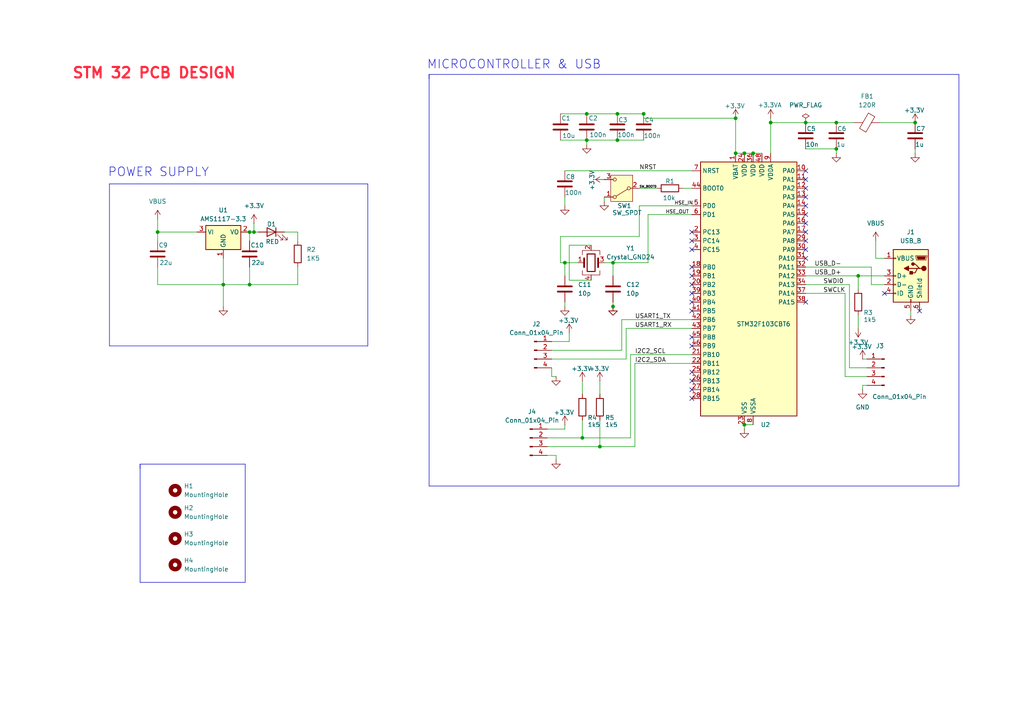
<source format=kicad_sch>
(kicad_sch
	(version 20231120)
	(generator "eeschema")
	(generator_version "8.0")
	(uuid "a1a8b27c-5268-4f30-81de-eb8fcac3b6bc")
	(paper "A4")
	(title_block
		(title "STM 32 PCB DESIGN BY VIJAY")
		(date "2024-03-16")
		(rev "0.1")
		(company "RGUKT SRIKAKULAM")
	)
	(lib_symbols
		(symbol "Connector:Conn_01x04_Pin"
			(pin_names
				(offset 1.016) hide)
			(exclude_from_sim no)
			(in_bom yes)
			(on_board yes)
			(property "Reference" "J"
				(at 0 5.08 0)
				(effects
					(font
						(size 1.27 1.27)
					)
				)
			)
			(property "Value" "Conn_01x04_Pin"
				(at 0 -7.62 0)
				(effects
					(font
						(size 1.27 1.27)
					)
				)
			)
			(property "Footprint" ""
				(at 0 0 0)
				(effects
					(font
						(size 1.27 1.27)
					)
					(hide yes)
				)
			)
			(property "Datasheet" "~"
				(at 0 0 0)
				(effects
					(font
						(size 1.27 1.27)
					)
					(hide yes)
				)
			)
			(property "Description" "Generic connector, single row, 01x04, script generated"
				(at 0 0 0)
				(effects
					(font
						(size 1.27 1.27)
					)
					(hide yes)
				)
			)
			(property "ki_locked" ""
				(at 0 0 0)
				(effects
					(font
						(size 1.27 1.27)
					)
				)
			)
			(property "ki_keywords" "connector"
				(at 0 0 0)
				(effects
					(font
						(size 1.27 1.27)
					)
					(hide yes)
				)
			)
			(property "ki_fp_filters" "Connector*:*_1x??_*"
				(at 0 0 0)
				(effects
					(font
						(size 1.27 1.27)
					)
					(hide yes)
				)
			)
			(symbol "Conn_01x04_Pin_1_1"
				(polyline
					(pts
						(xy 1.27 -5.08) (xy 0.8636 -5.08)
					)
					(stroke
						(width 0.1524)
						(type default)
					)
					(fill
						(type none)
					)
				)
				(polyline
					(pts
						(xy 1.27 -2.54) (xy 0.8636 -2.54)
					)
					(stroke
						(width 0.1524)
						(type default)
					)
					(fill
						(type none)
					)
				)
				(polyline
					(pts
						(xy 1.27 0) (xy 0.8636 0)
					)
					(stroke
						(width 0.1524)
						(type default)
					)
					(fill
						(type none)
					)
				)
				(polyline
					(pts
						(xy 1.27 2.54) (xy 0.8636 2.54)
					)
					(stroke
						(width 0.1524)
						(type default)
					)
					(fill
						(type none)
					)
				)
				(rectangle
					(start 0.8636 -4.953)
					(end 0 -5.207)
					(stroke
						(width 0.1524)
						(type default)
					)
					(fill
						(type outline)
					)
				)
				(rectangle
					(start 0.8636 -2.413)
					(end 0 -2.667)
					(stroke
						(width 0.1524)
						(type default)
					)
					(fill
						(type outline)
					)
				)
				(rectangle
					(start 0.8636 0.127)
					(end 0 -0.127)
					(stroke
						(width 0.1524)
						(type default)
					)
					(fill
						(type outline)
					)
				)
				(rectangle
					(start 0.8636 2.667)
					(end 0 2.413)
					(stroke
						(width 0.1524)
						(type default)
					)
					(fill
						(type outline)
					)
				)
				(pin passive line
					(at 5.08 2.54 180)
					(length 3.81)
					(name "Pin_1"
						(effects
							(font
								(size 1.27 1.27)
							)
						)
					)
					(number "1"
						(effects
							(font
								(size 1.27 1.27)
							)
						)
					)
				)
				(pin passive line
					(at 5.08 0 180)
					(length 3.81)
					(name "Pin_2"
						(effects
							(font
								(size 1.27 1.27)
							)
						)
					)
					(number "2"
						(effects
							(font
								(size 1.27 1.27)
							)
						)
					)
				)
				(pin passive line
					(at 5.08 -2.54 180)
					(length 3.81)
					(name "Pin_3"
						(effects
							(font
								(size 1.27 1.27)
							)
						)
					)
					(number "3"
						(effects
							(font
								(size 1.27 1.27)
							)
						)
					)
				)
				(pin passive line
					(at 5.08 -5.08 180)
					(length 3.81)
					(name "Pin_4"
						(effects
							(font
								(size 1.27 1.27)
							)
						)
					)
					(number "4"
						(effects
							(font
								(size 1.27 1.27)
							)
						)
					)
				)
			)
		)
		(symbol "Connector:USB_B_Micro"
			(pin_names
				(offset 1.016)
			)
			(exclude_from_sim no)
			(in_bom yes)
			(on_board yes)
			(property "Reference" "J"
				(at -5.08 11.43 0)
				(effects
					(font
						(size 1.27 1.27)
					)
					(justify left)
				)
			)
			(property "Value" "USB_B_Micro"
				(at -5.08 8.89 0)
				(effects
					(font
						(size 1.27 1.27)
					)
					(justify left)
				)
			)
			(property "Footprint" ""
				(at 3.81 -1.27 0)
				(effects
					(font
						(size 1.27 1.27)
					)
					(hide yes)
				)
			)
			(property "Datasheet" "~"
				(at 3.81 -1.27 0)
				(effects
					(font
						(size 1.27 1.27)
					)
					(hide yes)
				)
			)
			(property "Description" "USB Micro Type B connector"
				(at 0 0 0)
				(effects
					(font
						(size 1.27 1.27)
					)
					(hide yes)
				)
			)
			(property "ki_keywords" "connector USB micro"
				(at 0 0 0)
				(effects
					(font
						(size 1.27 1.27)
					)
					(hide yes)
				)
			)
			(property "ki_fp_filters" "USB*"
				(at 0 0 0)
				(effects
					(font
						(size 1.27 1.27)
					)
					(hide yes)
				)
			)
			(symbol "USB_B_Micro_0_1"
				(rectangle
					(start -5.08 -7.62)
					(end 5.08 7.62)
					(stroke
						(width 0.254)
						(type default)
					)
					(fill
						(type background)
					)
				)
				(circle
					(center -3.81 2.159)
					(radius 0.635)
					(stroke
						(width 0.254)
						(type default)
					)
					(fill
						(type outline)
					)
				)
				(circle
					(center -0.635 3.429)
					(radius 0.381)
					(stroke
						(width 0.254)
						(type default)
					)
					(fill
						(type outline)
					)
				)
				(rectangle
					(start -0.127 -7.62)
					(end 0.127 -6.858)
					(stroke
						(width 0)
						(type default)
					)
					(fill
						(type none)
					)
				)
				(polyline
					(pts
						(xy -1.905 2.159) (xy 0.635 2.159)
					)
					(stroke
						(width 0.254)
						(type default)
					)
					(fill
						(type none)
					)
				)
				(polyline
					(pts
						(xy -3.175 2.159) (xy -2.54 2.159) (xy -1.27 3.429) (xy -0.635 3.429)
					)
					(stroke
						(width 0.254)
						(type default)
					)
					(fill
						(type none)
					)
				)
				(polyline
					(pts
						(xy -2.54 2.159) (xy -1.905 2.159) (xy -1.27 0.889) (xy 0 0.889)
					)
					(stroke
						(width 0.254)
						(type default)
					)
					(fill
						(type none)
					)
				)
				(polyline
					(pts
						(xy 0.635 2.794) (xy 0.635 1.524) (xy 1.905 2.159) (xy 0.635 2.794)
					)
					(stroke
						(width 0.254)
						(type default)
					)
					(fill
						(type outline)
					)
				)
				(polyline
					(pts
						(xy -4.318 5.588) (xy -1.778 5.588) (xy -2.032 4.826) (xy -4.064 4.826) (xy -4.318 5.588)
					)
					(stroke
						(width 0)
						(type default)
					)
					(fill
						(type outline)
					)
				)
				(polyline
					(pts
						(xy -4.699 5.842) (xy -4.699 5.588) (xy -4.445 4.826) (xy -4.445 4.572) (xy -1.651 4.572) (xy -1.651 4.826)
						(xy -1.397 5.588) (xy -1.397 5.842) (xy -4.699 5.842)
					)
					(stroke
						(width 0)
						(type default)
					)
					(fill
						(type none)
					)
				)
				(rectangle
					(start 0.254 1.27)
					(end -0.508 0.508)
					(stroke
						(width 0.254)
						(type default)
					)
					(fill
						(type outline)
					)
				)
				(rectangle
					(start 5.08 -5.207)
					(end 4.318 -4.953)
					(stroke
						(width 0)
						(type default)
					)
					(fill
						(type none)
					)
				)
				(rectangle
					(start 5.08 -2.667)
					(end 4.318 -2.413)
					(stroke
						(width 0)
						(type default)
					)
					(fill
						(type none)
					)
				)
				(rectangle
					(start 5.08 -0.127)
					(end 4.318 0.127)
					(stroke
						(width 0)
						(type default)
					)
					(fill
						(type none)
					)
				)
				(rectangle
					(start 5.08 4.953)
					(end 4.318 5.207)
					(stroke
						(width 0)
						(type default)
					)
					(fill
						(type none)
					)
				)
			)
			(symbol "USB_B_Micro_1_1"
				(pin power_out line
					(at 7.62 5.08 180)
					(length 2.54)
					(name "VBUS"
						(effects
							(font
								(size 1.27 1.27)
							)
						)
					)
					(number "1"
						(effects
							(font
								(size 1.27 1.27)
							)
						)
					)
				)
				(pin bidirectional line
					(at 7.62 -2.54 180)
					(length 2.54)
					(name "D-"
						(effects
							(font
								(size 1.27 1.27)
							)
						)
					)
					(number "2"
						(effects
							(font
								(size 1.27 1.27)
							)
						)
					)
				)
				(pin bidirectional line
					(at 7.62 0 180)
					(length 2.54)
					(name "D+"
						(effects
							(font
								(size 1.27 1.27)
							)
						)
					)
					(number "3"
						(effects
							(font
								(size 1.27 1.27)
							)
						)
					)
				)
				(pin passive line
					(at 7.62 -5.08 180)
					(length 2.54)
					(name "ID"
						(effects
							(font
								(size 1.27 1.27)
							)
						)
					)
					(number "4"
						(effects
							(font
								(size 1.27 1.27)
							)
						)
					)
				)
				(pin power_out line
					(at 0 -10.16 90)
					(length 2.54)
					(name "GND"
						(effects
							(font
								(size 1.27 1.27)
							)
						)
					)
					(number "5"
						(effects
							(font
								(size 1.27 1.27)
							)
						)
					)
				)
				(pin passive line
					(at -2.54 -10.16 90)
					(length 2.54)
					(name "Shield"
						(effects
							(font
								(size 1.27 1.27)
							)
						)
					)
					(number "6"
						(effects
							(font
								(size 1.27 1.27)
							)
						)
					)
				)
			)
		)
		(symbol "Device:C"
			(pin_numbers hide)
			(pin_names
				(offset 0.254)
			)
			(exclude_from_sim no)
			(in_bom yes)
			(on_board yes)
			(property "Reference" "C"
				(at 0.635 2.54 0)
				(effects
					(font
						(size 1.27 1.27)
					)
					(justify left)
				)
			)
			(property "Value" "C"
				(at 0.635 -2.54 0)
				(effects
					(font
						(size 1.27 1.27)
					)
					(justify left)
				)
			)
			(property "Footprint" ""
				(at 0.9652 -3.81 0)
				(effects
					(font
						(size 1.27 1.27)
					)
					(hide yes)
				)
			)
			(property "Datasheet" "~"
				(at 0 0 0)
				(effects
					(font
						(size 1.27 1.27)
					)
					(hide yes)
				)
			)
			(property "Description" "Unpolarized capacitor"
				(at 0 0 0)
				(effects
					(font
						(size 1.27 1.27)
					)
					(hide yes)
				)
			)
			(property "ki_keywords" "cap capacitor"
				(at 0 0 0)
				(effects
					(font
						(size 1.27 1.27)
					)
					(hide yes)
				)
			)
			(property "ki_fp_filters" "C_*"
				(at 0 0 0)
				(effects
					(font
						(size 1.27 1.27)
					)
					(hide yes)
				)
			)
			(symbol "C_0_1"
				(polyline
					(pts
						(xy -2.032 -0.762) (xy 2.032 -0.762)
					)
					(stroke
						(width 0.508)
						(type default)
					)
					(fill
						(type none)
					)
				)
				(polyline
					(pts
						(xy -2.032 0.762) (xy 2.032 0.762)
					)
					(stroke
						(width 0.508)
						(type default)
					)
					(fill
						(type none)
					)
				)
			)
			(symbol "C_1_1"
				(pin passive line
					(at 0 3.81 270)
					(length 2.794)
					(name "~"
						(effects
							(font
								(size 1.27 1.27)
							)
						)
					)
					(number "1"
						(effects
							(font
								(size 1.27 1.27)
							)
						)
					)
				)
				(pin passive line
					(at 0 -3.81 90)
					(length 2.794)
					(name "~"
						(effects
							(font
								(size 1.27 1.27)
							)
						)
					)
					(number "2"
						(effects
							(font
								(size 1.27 1.27)
							)
						)
					)
				)
			)
		)
		(symbol "Device:Crystal_GND24"
			(pin_names
				(offset 1.016) hide)
			(exclude_from_sim no)
			(in_bom yes)
			(on_board yes)
			(property "Reference" "Y"
				(at 3.175 5.08 0)
				(effects
					(font
						(size 1.27 1.27)
					)
					(justify left)
				)
			)
			(property "Value" "Crystal_GND24"
				(at 3.175 3.175 0)
				(effects
					(font
						(size 1.27 1.27)
					)
					(justify left)
				)
			)
			(property "Footprint" ""
				(at 0 0 0)
				(effects
					(font
						(size 1.27 1.27)
					)
					(hide yes)
				)
			)
			(property "Datasheet" "~"
				(at 0 0 0)
				(effects
					(font
						(size 1.27 1.27)
					)
					(hide yes)
				)
			)
			(property "Description" "Four pin crystal, GND on pins 2 and 4"
				(at 0 0 0)
				(effects
					(font
						(size 1.27 1.27)
					)
					(hide yes)
				)
			)
			(property "ki_keywords" "quartz ceramic resonator oscillator"
				(at 0 0 0)
				(effects
					(font
						(size 1.27 1.27)
					)
					(hide yes)
				)
			)
			(property "ki_fp_filters" "Crystal*"
				(at 0 0 0)
				(effects
					(font
						(size 1.27 1.27)
					)
					(hide yes)
				)
			)
			(symbol "Crystal_GND24_0_1"
				(rectangle
					(start -1.143 2.54)
					(end 1.143 -2.54)
					(stroke
						(width 0.3048)
						(type default)
					)
					(fill
						(type none)
					)
				)
				(polyline
					(pts
						(xy -2.54 0) (xy -2.032 0)
					)
					(stroke
						(width 0)
						(type default)
					)
					(fill
						(type none)
					)
				)
				(polyline
					(pts
						(xy -2.032 -1.27) (xy -2.032 1.27)
					)
					(stroke
						(width 0.508)
						(type default)
					)
					(fill
						(type none)
					)
				)
				(polyline
					(pts
						(xy 0 -3.81) (xy 0 -3.556)
					)
					(stroke
						(width 0)
						(type default)
					)
					(fill
						(type none)
					)
				)
				(polyline
					(pts
						(xy 0 3.556) (xy 0 3.81)
					)
					(stroke
						(width 0)
						(type default)
					)
					(fill
						(type none)
					)
				)
				(polyline
					(pts
						(xy 2.032 -1.27) (xy 2.032 1.27)
					)
					(stroke
						(width 0.508)
						(type default)
					)
					(fill
						(type none)
					)
				)
				(polyline
					(pts
						(xy 2.032 0) (xy 2.54 0)
					)
					(stroke
						(width 0)
						(type default)
					)
					(fill
						(type none)
					)
				)
				(polyline
					(pts
						(xy -2.54 -2.286) (xy -2.54 -3.556) (xy 2.54 -3.556) (xy 2.54 -2.286)
					)
					(stroke
						(width 0)
						(type default)
					)
					(fill
						(type none)
					)
				)
				(polyline
					(pts
						(xy -2.54 2.286) (xy -2.54 3.556) (xy 2.54 3.556) (xy 2.54 2.286)
					)
					(stroke
						(width 0)
						(type default)
					)
					(fill
						(type none)
					)
				)
			)
			(symbol "Crystal_GND24_1_1"
				(pin passive line
					(at -3.81 0 0)
					(length 1.27)
					(name "1"
						(effects
							(font
								(size 1.27 1.27)
							)
						)
					)
					(number "1"
						(effects
							(font
								(size 1.27 1.27)
							)
						)
					)
				)
				(pin passive line
					(at 0 5.08 270)
					(length 1.27)
					(name "2"
						(effects
							(font
								(size 1.27 1.27)
							)
						)
					)
					(number "2"
						(effects
							(font
								(size 1.27 1.27)
							)
						)
					)
				)
				(pin passive line
					(at 3.81 0 180)
					(length 1.27)
					(name "3"
						(effects
							(font
								(size 1.27 1.27)
							)
						)
					)
					(number "3"
						(effects
							(font
								(size 1.27 1.27)
							)
						)
					)
				)
				(pin passive line
					(at 0 -5.08 90)
					(length 1.27)
					(name "4"
						(effects
							(font
								(size 1.27 1.27)
							)
						)
					)
					(number "4"
						(effects
							(font
								(size 1.27 1.27)
							)
						)
					)
				)
			)
		)
		(symbol "Device:FerriteBead"
			(pin_numbers hide)
			(pin_names
				(offset 0)
			)
			(exclude_from_sim no)
			(in_bom yes)
			(on_board yes)
			(property "Reference" "FB"
				(at -3.81 0.635 90)
				(effects
					(font
						(size 1.27 1.27)
					)
				)
			)
			(property "Value" "FerriteBead"
				(at 3.81 0 90)
				(effects
					(font
						(size 1.27 1.27)
					)
				)
			)
			(property "Footprint" ""
				(at -1.778 0 90)
				(effects
					(font
						(size 1.27 1.27)
					)
					(hide yes)
				)
			)
			(property "Datasheet" "~"
				(at 0 0 0)
				(effects
					(font
						(size 1.27 1.27)
					)
					(hide yes)
				)
			)
			(property "Description" "Ferrite bead"
				(at 0 0 0)
				(effects
					(font
						(size 1.27 1.27)
					)
					(hide yes)
				)
			)
			(property "ki_keywords" "L ferrite bead inductor filter"
				(at 0 0 0)
				(effects
					(font
						(size 1.27 1.27)
					)
					(hide yes)
				)
			)
			(property "ki_fp_filters" "Inductor_* L_* *Ferrite*"
				(at 0 0 0)
				(effects
					(font
						(size 1.27 1.27)
					)
					(hide yes)
				)
			)
			(symbol "FerriteBead_0_1"
				(polyline
					(pts
						(xy 0 -1.27) (xy 0 -1.2192)
					)
					(stroke
						(width 0)
						(type default)
					)
					(fill
						(type none)
					)
				)
				(polyline
					(pts
						(xy 0 1.27) (xy 0 1.2954)
					)
					(stroke
						(width 0)
						(type default)
					)
					(fill
						(type none)
					)
				)
				(polyline
					(pts
						(xy -2.7686 0.4064) (xy -1.7018 2.2606) (xy 2.7686 -0.3048) (xy 1.6764 -2.159) (xy -2.7686 0.4064)
					)
					(stroke
						(width 0)
						(type default)
					)
					(fill
						(type none)
					)
				)
			)
			(symbol "FerriteBead_1_1"
				(pin passive line
					(at 0 3.81 270)
					(length 2.54)
					(name "~"
						(effects
							(font
								(size 1.27 1.27)
							)
						)
					)
					(number "1"
						(effects
							(font
								(size 1.27 1.27)
							)
						)
					)
				)
				(pin passive line
					(at 0 -3.81 90)
					(length 2.54)
					(name "~"
						(effects
							(font
								(size 1.27 1.27)
							)
						)
					)
					(number "2"
						(effects
							(font
								(size 1.27 1.27)
							)
						)
					)
				)
			)
		)
		(symbol "Device:LED"
			(pin_numbers hide)
			(pin_names
				(offset 1.016) hide)
			(exclude_from_sim no)
			(in_bom yes)
			(on_board yes)
			(property "Reference" "D"
				(at 0 2.54 0)
				(effects
					(font
						(size 1.27 1.27)
					)
				)
			)
			(property "Value" "LED"
				(at 0 -2.54 0)
				(effects
					(font
						(size 1.27 1.27)
					)
				)
			)
			(property "Footprint" ""
				(at 0 0 0)
				(effects
					(font
						(size 1.27 1.27)
					)
					(hide yes)
				)
			)
			(property "Datasheet" "~"
				(at 0 0 0)
				(effects
					(font
						(size 1.27 1.27)
					)
					(hide yes)
				)
			)
			(property "Description" "Light emitting diode"
				(at 0 0 0)
				(effects
					(font
						(size 1.27 1.27)
					)
					(hide yes)
				)
			)
			(property "ki_keywords" "LED diode"
				(at 0 0 0)
				(effects
					(font
						(size 1.27 1.27)
					)
					(hide yes)
				)
			)
			(property "ki_fp_filters" "LED* LED_SMD:* LED_THT:*"
				(at 0 0 0)
				(effects
					(font
						(size 1.27 1.27)
					)
					(hide yes)
				)
			)
			(symbol "LED_0_1"
				(polyline
					(pts
						(xy -1.27 -1.27) (xy -1.27 1.27)
					)
					(stroke
						(width 0.254)
						(type default)
					)
					(fill
						(type none)
					)
				)
				(polyline
					(pts
						(xy -1.27 0) (xy 1.27 0)
					)
					(stroke
						(width 0)
						(type default)
					)
					(fill
						(type none)
					)
				)
				(polyline
					(pts
						(xy 1.27 -1.27) (xy 1.27 1.27) (xy -1.27 0) (xy 1.27 -1.27)
					)
					(stroke
						(width 0.254)
						(type default)
					)
					(fill
						(type none)
					)
				)
				(polyline
					(pts
						(xy -3.048 -0.762) (xy -4.572 -2.286) (xy -3.81 -2.286) (xy -4.572 -2.286) (xy -4.572 -1.524)
					)
					(stroke
						(width 0)
						(type default)
					)
					(fill
						(type none)
					)
				)
				(polyline
					(pts
						(xy -1.778 -0.762) (xy -3.302 -2.286) (xy -2.54 -2.286) (xy -3.302 -2.286) (xy -3.302 -1.524)
					)
					(stroke
						(width 0)
						(type default)
					)
					(fill
						(type none)
					)
				)
			)
			(symbol "LED_1_1"
				(pin passive line
					(at -3.81 0 0)
					(length 2.54)
					(name "K"
						(effects
							(font
								(size 1.27 1.27)
							)
						)
					)
					(number "1"
						(effects
							(font
								(size 1.27 1.27)
							)
						)
					)
				)
				(pin passive line
					(at 3.81 0 180)
					(length 2.54)
					(name "A"
						(effects
							(font
								(size 1.27 1.27)
							)
						)
					)
					(number "2"
						(effects
							(font
								(size 1.27 1.27)
							)
						)
					)
				)
			)
		)
		(symbol "Device:R"
			(pin_numbers hide)
			(pin_names
				(offset 0)
			)
			(exclude_from_sim no)
			(in_bom yes)
			(on_board yes)
			(property "Reference" "R"
				(at 2.032 0 90)
				(effects
					(font
						(size 1.27 1.27)
					)
				)
			)
			(property "Value" "R"
				(at 0 0 90)
				(effects
					(font
						(size 1.27 1.27)
					)
				)
			)
			(property "Footprint" ""
				(at -1.778 0 90)
				(effects
					(font
						(size 1.27 1.27)
					)
					(hide yes)
				)
			)
			(property "Datasheet" "~"
				(at 0 0 0)
				(effects
					(font
						(size 1.27 1.27)
					)
					(hide yes)
				)
			)
			(property "Description" "Resistor"
				(at 0 0 0)
				(effects
					(font
						(size 1.27 1.27)
					)
					(hide yes)
				)
			)
			(property "ki_keywords" "R res resistor"
				(at 0 0 0)
				(effects
					(font
						(size 1.27 1.27)
					)
					(hide yes)
				)
			)
			(property "ki_fp_filters" "R_*"
				(at 0 0 0)
				(effects
					(font
						(size 1.27 1.27)
					)
					(hide yes)
				)
			)
			(symbol "R_0_1"
				(rectangle
					(start -1.016 -2.54)
					(end 1.016 2.54)
					(stroke
						(width 0.254)
						(type default)
					)
					(fill
						(type none)
					)
				)
			)
			(symbol "R_1_1"
				(pin passive line
					(at 0 3.81 270)
					(length 1.27)
					(name "~"
						(effects
							(font
								(size 1.27 1.27)
							)
						)
					)
					(number "1"
						(effects
							(font
								(size 1.27 1.27)
							)
						)
					)
				)
				(pin passive line
					(at 0 -3.81 90)
					(length 1.27)
					(name "~"
						(effects
							(font
								(size 1.27 1.27)
							)
						)
					)
					(number "2"
						(effects
							(font
								(size 1.27 1.27)
							)
						)
					)
				)
			)
		)
		(symbol "MCU_ST_STM32F1:STM32F103CBTx"
			(exclude_from_sim no)
			(in_bom yes)
			(on_board yes)
			(property "Reference" "U"
				(at -12.7 39.37 0)
				(effects
					(font
						(size 1.27 1.27)
					)
					(justify left)
				)
			)
			(property "Value" "STM32F103CBTx"
				(at 10.16 39.37 0)
				(effects
					(font
						(size 1.27 1.27)
					)
					(justify left)
				)
			)
			(property "Footprint" "Package_QFP:LQFP-48_7x7mm_P0.5mm"
				(at -12.7 -35.56 0)
				(effects
					(font
						(size 1.27 1.27)
					)
					(justify right)
					(hide yes)
				)
			)
			(property "Datasheet" "https://www.st.com/resource/en/datasheet/stm32f103cb.pdf"
				(at 0 0 0)
				(effects
					(font
						(size 1.27 1.27)
					)
					(hide yes)
				)
			)
			(property "Description" "STMicroelectronics Arm Cortex-M3 MCU, 128KB flash, 20KB RAM, 72 MHz, 2.0-3.6V, 37 GPIO, LQFP48"
				(at 0 0 0)
				(effects
					(font
						(size 1.27 1.27)
					)
					(hide yes)
				)
			)
			(property "ki_locked" ""
				(at 0 0 0)
				(effects
					(font
						(size 1.27 1.27)
					)
				)
			)
			(property "ki_keywords" "Arm Cortex-M3 STM32F1 STM32F103"
				(at 0 0 0)
				(effects
					(font
						(size 1.27 1.27)
					)
					(hide yes)
				)
			)
			(property "ki_fp_filters" "LQFP*7x7mm*P0.5mm*"
				(at 0 0 0)
				(effects
					(font
						(size 1.27 1.27)
					)
					(hide yes)
				)
			)
			(symbol "STM32F103CBTx_0_1"
				(rectangle
					(start -12.7 -35.56)
					(end 15.24 38.1)
					(stroke
						(width 0.254)
						(type default)
					)
					(fill
						(type background)
					)
				)
			)
			(symbol "STM32F103CBTx_1_1"
				(pin power_in line
					(at -2.54 40.64 270)
					(length 2.54)
					(name "VBAT"
						(effects
							(font
								(size 1.27 1.27)
							)
						)
					)
					(number "1"
						(effects
							(font
								(size 1.27 1.27)
							)
						)
					)
				)
				(pin bidirectional line
					(at 17.78 35.56 180)
					(length 2.54)
					(name "PA0"
						(effects
							(font
								(size 1.27 1.27)
							)
						)
					)
					(number "10"
						(effects
							(font
								(size 1.27 1.27)
							)
						)
					)
					(alternate "ADC1_IN0" bidirectional line)
					(alternate "ADC2_IN0" bidirectional line)
					(alternate "SYS_WKUP" bidirectional line)
					(alternate "TIM2_CH1" bidirectional line)
					(alternate "TIM2_ETR" bidirectional line)
					(alternate "USART2_CTS" bidirectional line)
				)
				(pin bidirectional line
					(at 17.78 33.02 180)
					(length 2.54)
					(name "PA1"
						(effects
							(font
								(size 1.27 1.27)
							)
						)
					)
					(number "11"
						(effects
							(font
								(size 1.27 1.27)
							)
						)
					)
					(alternate "ADC1_IN1" bidirectional line)
					(alternate "ADC2_IN1" bidirectional line)
					(alternate "TIM2_CH2" bidirectional line)
					(alternate "USART2_RTS" bidirectional line)
				)
				(pin bidirectional line
					(at 17.78 30.48 180)
					(length 2.54)
					(name "PA2"
						(effects
							(font
								(size 1.27 1.27)
							)
						)
					)
					(number "12"
						(effects
							(font
								(size 1.27 1.27)
							)
						)
					)
					(alternate "ADC1_IN2" bidirectional line)
					(alternate "ADC2_IN2" bidirectional line)
					(alternate "TIM2_CH3" bidirectional line)
					(alternate "USART2_TX" bidirectional line)
				)
				(pin bidirectional line
					(at 17.78 27.94 180)
					(length 2.54)
					(name "PA3"
						(effects
							(font
								(size 1.27 1.27)
							)
						)
					)
					(number "13"
						(effects
							(font
								(size 1.27 1.27)
							)
						)
					)
					(alternate "ADC1_IN3" bidirectional line)
					(alternate "ADC2_IN3" bidirectional line)
					(alternate "TIM2_CH4" bidirectional line)
					(alternate "USART2_RX" bidirectional line)
				)
				(pin bidirectional line
					(at 17.78 25.4 180)
					(length 2.54)
					(name "PA4"
						(effects
							(font
								(size 1.27 1.27)
							)
						)
					)
					(number "14"
						(effects
							(font
								(size 1.27 1.27)
							)
						)
					)
					(alternate "ADC1_IN4" bidirectional line)
					(alternate "ADC2_IN4" bidirectional line)
					(alternate "SPI1_NSS" bidirectional line)
					(alternate "USART2_CK" bidirectional line)
				)
				(pin bidirectional line
					(at 17.78 22.86 180)
					(length 2.54)
					(name "PA5"
						(effects
							(font
								(size 1.27 1.27)
							)
						)
					)
					(number "15"
						(effects
							(font
								(size 1.27 1.27)
							)
						)
					)
					(alternate "ADC1_IN5" bidirectional line)
					(alternate "ADC2_IN5" bidirectional line)
					(alternate "SPI1_SCK" bidirectional line)
				)
				(pin bidirectional line
					(at 17.78 20.32 180)
					(length 2.54)
					(name "PA6"
						(effects
							(font
								(size 1.27 1.27)
							)
						)
					)
					(number "16"
						(effects
							(font
								(size 1.27 1.27)
							)
						)
					)
					(alternate "ADC1_IN6" bidirectional line)
					(alternate "ADC2_IN6" bidirectional line)
					(alternate "SPI1_MISO" bidirectional line)
					(alternate "TIM1_BKIN" bidirectional line)
					(alternate "TIM3_CH1" bidirectional line)
				)
				(pin bidirectional line
					(at 17.78 17.78 180)
					(length 2.54)
					(name "PA7"
						(effects
							(font
								(size 1.27 1.27)
							)
						)
					)
					(number "17"
						(effects
							(font
								(size 1.27 1.27)
							)
						)
					)
					(alternate "ADC1_IN7" bidirectional line)
					(alternate "ADC2_IN7" bidirectional line)
					(alternate "SPI1_MOSI" bidirectional line)
					(alternate "TIM1_CH1N" bidirectional line)
					(alternate "TIM3_CH2" bidirectional line)
				)
				(pin bidirectional line
					(at -15.24 7.62 0)
					(length 2.54)
					(name "PB0"
						(effects
							(font
								(size 1.27 1.27)
							)
						)
					)
					(number "18"
						(effects
							(font
								(size 1.27 1.27)
							)
						)
					)
					(alternate "ADC1_IN8" bidirectional line)
					(alternate "ADC2_IN8" bidirectional line)
					(alternate "TIM1_CH2N" bidirectional line)
					(alternate "TIM3_CH3" bidirectional line)
				)
				(pin bidirectional line
					(at -15.24 5.08 0)
					(length 2.54)
					(name "PB1"
						(effects
							(font
								(size 1.27 1.27)
							)
						)
					)
					(number "19"
						(effects
							(font
								(size 1.27 1.27)
							)
						)
					)
					(alternate "ADC1_IN9" bidirectional line)
					(alternate "ADC2_IN9" bidirectional line)
					(alternate "TIM1_CH3N" bidirectional line)
					(alternate "TIM3_CH4" bidirectional line)
				)
				(pin bidirectional line
					(at -15.24 17.78 0)
					(length 2.54)
					(name "PC13"
						(effects
							(font
								(size 1.27 1.27)
							)
						)
					)
					(number "2"
						(effects
							(font
								(size 1.27 1.27)
							)
						)
					)
					(alternate "RTC_OUT" bidirectional line)
					(alternate "RTC_TAMPER" bidirectional line)
				)
				(pin bidirectional line
					(at -15.24 2.54 0)
					(length 2.54)
					(name "PB2"
						(effects
							(font
								(size 1.27 1.27)
							)
						)
					)
					(number "20"
						(effects
							(font
								(size 1.27 1.27)
							)
						)
					)
				)
				(pin bidirectional line
					(at -15.24 -17.78 0)
					(length 2.54)
					(name "PB10"
						(effects
							(font
								(size 1.27 1.27)
							)
						)
					)
					(number "21"
						(effects
							(font
								(size 1.27 1.27)
							)
						)
					)
					(alternate "I2C2_SCL" bidirectional line)
					(alternate "TIM2_CH3" bidirectional line)
					(alternate "USART3_TX" bidirectional line)
				)
				(pin bidirectional line
					(at -15.24 -20.32 0)
					(length 2.54)
					(name "PB11"
						(effects
							(font
								(size 1.27 1.27)
							)
						)
					)
					(number "22"
						(effects
							(font
								(size 1.27 1.27)
							)
						)
					)
					(alternate "ADC1_EXTI11" bidirectional line)
					(alternate "ADC2_EXTI11" bidirectional line)
					(alternate "I2C2_SDA" bidirectional line)
					(alternate "TIM2_CH4" bidirectional line)
					(alternate "USART3_RX" bidirectional line)
				)
				(pin power_in line
					(at 0 -38.1 90)
					(length 2.54)
					(name "VSS"
						(effects
							(font
								(size 1.27 1.27)
							)
						)
					)
					(number "23"
						(effects
							(font
								(size 1.27 1.27)
							)
						)
					)
				)
				(pin power_in line
					(at 0 40.64 270)
					(length 2.54)
					(name "VDD"
						(effects
							(font
								(size 1.27 1.27)
							)
						)
					)
					(number "24"
						(effects
							(font
								(size 1.27 1.27)
							)
						)
					)
				)
				(pin bidirectional line
					(at -15.24 -22.86 0)
					(length 2.54)
					(name "PB12"
						(effects
							(font
								(size 1.27 1.27)
							)
						)
					)
					(number "25"
						(effects
							(font
								(size 1.27 1.27)
							)
						)
					)
					(alternate "I2C2_SMBA" bidirectional line)
					(alternate "SPI2_NSS" bidirectional line)
					(alternate "TIM1_BKIN" bidirectional line)
					(alternate "USART3_CK" bidirectional line)
				)
				(pin bidirectional line
					(at -15.24 -25.4 0)
					(length 2.54)
					(name "PB13"
						(effects
							(font
								(size 1.27 1.27)
							)
						)
					)
					(number "26"
						(effects
							(font
								(size 1.27 1.27)
							)
						)
					)
					(alternate "SPI2_SCK" bidirectional line)
					(alternate "TIM1_CH1N" bidirectional line)
					(alternate "USART3_CTS" bidirectional line)
				)
				(pin bidirectional line
					(at -15.24 -27.94 0)
					(length 2.54)
					(name "PB14"
						(effects
							(font
								(size 1.27 1.27)
							)
						)
					)
					(number "27"
						(effects
							(font
								(size 1.27 1.27)
							)
						)
					)
					(alternate "SPI2_MISO" bidirectional line)
					(alternate "TIM1_CH2N" bidirectional line)
					(alternate "USART3_RTS" bidirectional line)
				)
				(pin bidirectional line
					(at -15.24 -30.48 0)
					(length 2.54)
					(name "PB15"
						(effects
							(font
								(size 1.27 1.27)
							)
						)
					)
					(number "28"
						(effects
							(font
								(size 1.27 1.27)
							)
						)
					)
					(alternate "ADC1_EXTI15" bidirectional line)
					(alternate "ADC2_EXTI15" bidirectional line)
					(alternate "SPI2_MOSI" bidirectional line)
					(alternate "TIM1_CH3N" bidirectional line)
				)
				(pin bidirectional line
					(at 17.78 15.24 180)
					(length 2.54)
					(name "PA8"
						(effects
							(font
								(size 1.27 1.27)
							)
						)
					)
					(number "29"
						(effects
							(font
								(size 1.27 1.27)
							)
						)
					)
					(alternate "RCC_MCO" bidirectional line)
					(alternate "TIM1_CH1" bidirectional line)
					(alternate "USART1_CK" bidirectional line)
				)
				(pin bidirectional line
					(at -15.24 15.24 0)
					(length 2.54)
					(name "PC14"
						(effects
							(font
								(size 1.27 1.27)
							)
						)
					)
					(number "3"
						(effects
							(font
								(size 1.27 1.27)
							)
						)
					)
					(alternate "RCC_OSC32_IN" bidirectional line)
				)
				(pin bidirectional line
					(at 17.78 12.7 180)
					(length 2.54)
					(name "PA9"
						(effects
							(font
								(size 1.27 1.27)
							)
						)
					)
					(number "30"
						(effects
							(font
								(size 1.27 1.27)
							)
						)
					)
					(alternate "TIM1_CH2" bidirectional line)
					(alternate "USART1_TX" bidirectional line)
				)
				(pin bidirectional line
					(at 17.78 10.16 180)
					(length 2.54)
					(name "PA10"
						(effects
							(font
								(size 1.27 1.27)
							)
						)
					)
					(number "31"
						(effects
							(font
								(size 1.27 1.27)
							)
						)
					)
					(alternate "TIM1_CH3" bidirectional line)
					(alternate "USART1_RX" bidirectional line)
				)
				(pin bidirectional line
					(at 17.78 7.62 180)
					(length 2.54)
					(name "PA11"
						(effects
							(font
								(size 1.27 1.27)
							)
						)
					)
					(number "32"
						(effects
							(font
								(size 1.27 1.27)
							)
						)
					)
					(alternate "ADC1_EXTI11" bidirectional line)
					(alternate "ADC2_EXTI11" bidirectional line)
					(alternate "CAN_RX" bidirectional line)
					(alternate "TIM1_CH4" bidirectional line)
					(alternate "USART1_CTS" bidirectional line)
					(alternate "USB_DM" bidirectional line)
				)
				(pin bidirectional line
					(at 17.78 5.08 180)
					(length 2.54)
					(name "PA12"
						(effects
							(font
								(size 1.27 1.27)
							)
						)
					)
					(number "33"
						(effects
							(font
								(size 1.27 1.27)
							)
						)
					)
					(alternate "CAN_TX" bidirectional line)
					(alternate "TIM1_ETR" bidirectional line)
					(alternate "USART1_RTS" bidirectional line)
					(alternate "USB_DP" bidirectional line)
				)
				(pin bidirectional line
					(at 17.78 2.54 180)
					(length 2.54)
					(name "PA13"
						(effects
							(font
								(size 1.27 1.27)
							)
						)
					)
					(number "34"
						(effects
							(font
								(size 1.27 1.27)
							)
						)
					)
					(alternate "SYS_JTMS-SWDIO" bidirectional line)
				)
				(pin passive line
					(at 0 -38.1 90)
					(length 2.54) hide
					(name "VSS"
						(effects
							(font
								(size 1.27 1.27)
							)
						)
					)
					(number "35"
						(effects
							(font
								(size 1.27 1.27)
							)
						)
					)
				)
				(pin power_in line
					(at 2.54 40.64 270)
					(length 2.54)
					(name "VDD"
						(effects
							(font
								(size 1.27 1.27)
							)
						)
					)
					(number "36"
						(effects
							(font
								(size 1.27 1.27)
							)
						)
					)
				)
				(pin bidirectional line
					(at 17.78 0 180)
					(length 2.54)
					(name "PA14"
						(effects
							(font
								(size 1.27 1.27)
							)
						)
					)
					(number "37"
						(effects
							(font
								(size 1.27 1.27)
							)
						)
					)
					(alternate "SYS_JTCK-SWCLK" bidirectional line)
				)
				(pin bidirectional line
					(at 17.78 -2.54 180)
					(length 2.54)
					(name "PA15"
						(effects
							(font
								(size 1.27 1.27)
							)
						)
					)
					(number "38"
						(effects
							(font
								(size 1.27 1.27)
							)
						)
					)
					(alternate "ADC1_EXTI15" bidirectional line)
					(alternate "ADC2_EXTI15" bidirectional line)
					(alternate "SPI1_NSS" bidirectional line)
					(alternate "SYS_JTDI" bidirectional line)
					(alternate "TIM2_CH1" bidirectional line)
					(alternate "TIM2_ETR" bidirectional line)
				)
				(pin bidirectional line
					(at -15.24 0 0)
					(length 2.54)
					(name "PB3"
						(effects
							(font
								(size 1.27 1.27)
							)
						)
					)
					(number "39"
						(effects
							(font
								(size 1.27 1.27)
							)
						)
					)
					(alternate "SPI1_SCK" bidirectional line)
					(alternate "SYS_JTDO-TRACESWO" bidirectional line)
					(alternate "TIM2_CH2" bidirectional line)
				)
				(pin bidirectional line
					(at -15.24 12.7 0)
					(length 2.54)
					(name "PC15"
						(effects
							(font
								(size 1.27 1.27)
							)
						)
					)
					(number "4"
						(effects
							(font
								(size 1.27 1.27)
							)
						)
					)
					(alternate "ADC1_EXTI15" bidirectional line)
					(alternate "ADC2_EXTI15" bidirectional line)
					(alternate "RCC_OSC32_OUT" bidirectional line)
				)
				(pin bidirectional line
					(at -15.24 -2.54 0)
					(length 2.54)
					(name "PB4"
						(effects
							(font
								(size 1.27 1.27)
							)
						)
					)
					(number "40"
						(effects
							(font
								(size 1.27 1.27)
							)
						)
					)
					(alternate "SPI1_MISO" bidirectional line)
					(alternate "SYS_NJTRST" bidirectional line)
					(alternate "TIM3_CH1" bidirectional line)
				)
				(pin bidirectional line
					(at -15.24 -5.08 0)
					(length 2.54)
					(name "PB5"
						(effects
							(font
								(size 1.27 1.27)
							)
						)
					)
					(number "41"
						(effects
							(font
								(size 1.27 1.27)
							)
						)
					)
					(alternate "I2C1_SMBA" bidirectional line)
					(alternate "SPI1_MOSI" bidirectional line)
					(alternate "TIM3_CH2" bidirectional line)
				)
				(pin bidirectional line
					(at -15.24 -7.62 0)
					(length 2.54)
					(name "PB6"
						(effects
							(font
								(size 1.27 1.27)
							)
						)
					)
					(number "42"
						(effects
							(font
								(size 1.27 1.27)
							)
						)
					)
					(alternate "I2C1_SCL" bidirectional line)
					(alternate "TIM4_CH1" bidirectional line)
					(alternate "USART1_TX" bidirectional line)
				)
				(pin bidirectional line
					(at -15.24 -10.16 0)
					(length 2.54)
					(name "PB7"
						(effects
							(font
								(size 1.27 1.27)
							)
						)
					)
					(number "43"
						(effects
							(font
								(size 1.27 1.27)
							)
						)
					)
					(alternate "I2C1_SDA" bidirectional line)
					(alternate "TIM4_CH2" bidirectional line)
					(alternate "USART1_RX" bidirectional line)
				)
				(pin input line
					(at -15.24 30.48 0)
					(length 2.54)
					(name "BOOT0"
						(effects
							(font
								(size 1.27 1.27)
							)
						)
					)
					(number "44"
						(effects
							(font
								(size 1.27 1.27)
							)
						)
					)
				)
				(pin bidirectional line
					(at -15.24 -12.7 0)
					(length 2.54)
					(name "PB8"
						(effects
							(font
								(size 1.27 1.27)
							)
						)
					)
					(number "45"
						(effects
							(font
								(size 1.27 1.27)
							)
						)
					)
					(alternate "CAN_RX" bidirectional line)
					(alternate "I2C1_SCL" bidirectional line)
					(alternate "TIM4_CH3" bidirectional line)
				)
				(pin bidirectional line
					(at -15.24 -15.24 0)
					(length 2.54)
					(name "PB9"
						(effects
							(font
								(size 1.27 1.27)
							)
						)
					)
					(number "46"
						(effects
							(font
								(size 1.27 1.27)
							)
						)
					)
					(alternate "CAN_TX" bidirectional line)
					(alternate "I2C1_SDA" bidirectional line)
					(alternate "TIM4_CH4" bidirectional line)
				)
				(pin passive line
					(at 0 -38.1 90)
					(length 2.54) hide
					(name "VSS"
						(effects
							(font
								(size 1.27 1.27)
							)
						)
					)
					(number "47"
						(effects
							(font
								(size 1.27 1.27)
							)
						)
					)
				)
				(pin power_in line
					(at 5.08 40.64 270)
					(length 2.54)
					(name "VDD"
						(effects
							(font
								(size 1.27 1.27)
							)
						)
					)
					(number "48"
						(effects
							(font
								(size 1.27 1.27)
							)
						)
					)
				)
				(pin bidirectional line
					(at -15.24 25.4 0)
					(length 2.54)
					(name "PD0"
						(effects
							(font
								(size 1.27 1.27)
							)
						)
					)
					(number "5"
						(effects
							(font
								(size 1.27 1.27)
							)
						)
					)
					(alternate "RCC_OSC_IN" bidirectional line)
				)
				(pin bidirectional line
					(at -15.24 22.86 0)
					(length 2.54)
					(name "PD1"
						(effects
							(font
								(size 1.27 1.27)
							)
						)
					)
					(number "6"
						(effects
							(font
								(size 1.27 1.27)
							)
						)
					)
					(alternate "RCC_OSC_OUT" bidirectional line)
				)
				(pin input line
					(at -15.24 35.56 0)
					(length 2.54)
					(name "NRST"
						(effects
							(font
								(size 1.27 1.27)
							)
						)
					)
					(number "7"
						(effects
							(font
								(size 1.27 1.27)
							)
						)
					)
				)
				(pin power_in line
					(at 2.54 -38.1 90)
					(length 2.54)
					(name "VSSA"
						(effects
							(font
								(size 1.27 1.27)
							)
						)
					)
					(number "8"
						(effects
							(font
								(size 1.27 1.27)
							)
						)
					)
				)
				(pin power_in line
					(at 7.62 40.64 270)
					(length 2.54)
					(name "VDDA"
						(effects
							(font
								(size 1.27 1.27)
							)
						)
					)
					(number "9"
						(effects
							(font
								(size 1.27 1.27)
							)
						)
					)
				)
			)
		)
		(symbol "Mechanical:MountingHole"
			(pin_names
				(offset 1.016)
			)
			(exclude_from_sim no)
			(in_bom yes)
			(on_board yes)
			(property "Reference" "H"
				(at 0 5.08 0)
				(effects
					(font
						(size 1.27 1.27)
					)
				)
			)
			(property "Value" "MountingHole"
				(at 0 3.175 0)
				(effects
					(font
						(size 1.27 1.27)
					)
				)
			)
			(property "Footprint" ""
				(at 0 0 0)
				(effects
					(font
						(size 1.27 1.27)
					)
					(hide yes)
				)
			)
			(property "Datasheet" "~"
				(at 0 0 0)
				(effects
					(font
						(size 1.27 1.27)
					)
					(hide yes)
				)
			)
			(property "Description" "Mounting Hole without connection"
				(at 0 0 0)
				(effects
					(font
						(size 1.27 1.27)
					)
					(hide yes)
				)
			)
			(property "ki_keywords" "mounting hole"
				(at 0 0 0)
				(effects
					(font
						(size 1.27 1.27)
					)
					(hide yes)
				)
			)
			(property "ki_fp_filters" "MountingHole*"
				(at 0 0 0)
				(effects
					(font
						(size 1.27 1.27)
					)
					(hide yes)
				)
			)
			(symbol "MountingHole_0_1"
				(circle
					(center 0 0)
					(radius 1.27)
					(stroke
						(width 1.27)
						(type default)
					)
					(fill
						(type none)
					)
				)
			)
		)
		(symbol "Regulator_Linear:AMS1117-3.3"
			(exclude_from_sim no)
			(in_bom yes)
			(on_board yes)
			(property "Reference" "U"
				(at -3.81 3.175 0)
				(effects
					(font
						(size 1.27 1.27)
					)
				)
			)
			(property "Value" "AMS1117-3.3"
				(at 0 3.175 0)
				(effects
					(font
						(size 1.27 1.27)
					)
					(justify left)
				)
			)
			(property "Footprint" "Package_TO_SOT_SMD:SOT-223-3_TabPin2"
				(at 0 5.08 0)
				(effects
					(font
						(size 1.27 1.27)
					)
					(hide yes)
				)
			)
			(property "Datasheet" "http://www.advanced-monolithic.com/pdf/ds1117.pdf"
				(at 2.54 -6.35 0)
				(effects
					(font
						(size 1.27 1.27)
					)
					(hide yes)
				)
			)
			(property "Description" "1A Low Dropout regulator, positive, 3.3V fixed output, SOT-223"
				(at 0 0 0)
				(effects
					(font
						(size 1.27 1.27)
					)
					(hide yes)
				)
			)
			(property "ki_keywords" "linear regulator ldo fixed positive"
				(at 0 0 0)
				(effects
					(font
						(size 1.27 1.27)
					)
					(hide yes)
				)
			)
			(property "ki_fp_filters" "SOT?223*TabPin2*"
				(at 0 0 0)
				(effects
					(font
						(size 1.27 1.27)
					)
					(hide yes)
				)
			)
			(symbol "AMS1117-3.3_0_1"
				(rectangle
					(start -5.08 -5.08)
					(end 5.08 1.905)
					(stroke
						(width 0.254)
						(type default)
					)
					(fill
						(type background)
					)
				)
			)
			(symbol "AMS1117-3.3_1_1"
				(pin power_in line
					(at 0 -7.62 90)
					(length 2.54)
					(name "GND"
						(effects
							(font
								(size 1.27 1.27)
							)
						)
					)
					(number "1"
						(effects
							(font
								(size 1.27 1.27)
							)
						)
					)
				)
				(pin power_out line
					(at 7.62 0 180)
					(length 2.54)
					(name "VO"
						(effects
							(font
								(size 1.27 1.27)
							)
						)
					)
					(number "2"
						(effects
							(font
								(size 1.27 1.27)
							)
						)
					)
				)
				(pin power_in line
					(at -7.62 0 0)
					(length 2.54)
					(name "VI"
						(effects
							(font
								(size 1.27 1.27)
							)
						)
					)
					(number "3"
						(effects
							(font
								(size 1.27 1.27)
							)
						)
					)
				)
			)
		)
		(symbol "Switch:SW_SPDT"
			(pin_names
				(offset 0) hide)
			(exclude_from_sim no)
			(in_bom yes)
			(on_board yes)
			(property "Reference" "SW"
				(at 0 5.08 0)
				(effects
					(font
						(size 1.27 1.27)
					)
				)
			)
			(property "Value" "SW_SPDT"
				(at 0 -5.08 0)
				(effects
					(font
						(size 1.27 1.27)
					)
				)
			)
			(property "Footprint" ""
				(at 0 0 0)
				(effects
					(font
						(size 1.27 1.27)
					)
					(hide yes)
				)
			)
			(property "Datasheet" "~"
				(at 0 -7.62 0)
				(effects
					(font
						(size 1.27 1.27)
					)
					(hide yes)
				)
			)
			(property "Description" "Switch, single pole double throw"
				(at 0 0 0)
				(effects
					(font
						(size 1.27 1.27)
					)
					(hide yes)
				)
			)
			(property "ki_keywords" "switch single-pole double-throw spdt ON-ON"
				(at 0 0 0)
				(effects
					(font
						(size 1.27 1.27)
					)
					(hide yes)
				)
			)
			(symbol "SW_SPDT_0_1"
				(circle
					(center -2.032 0)
					(radius 0.4572)
					(stroke
						(width 0)
						(type default)
					)
					(fill
						(type none)
					)
				)
				(polyline
					(pts
						(xy -1.651 0.254) (xy 1.651 2.286)
					)
					(stroke
						(width 0)
						(type default)
					)
					(fill
						(type none)
					)
				)
				(circle
					(center 2.032 -2.54)
					(radius 0.4572)
					(stroke
						(width 0)
						(type default)
					)
					(fill
						(type none)
					)
				)
				(circle
					(center 2.032 2.54)
					(radius 0.4572)
					(stroke
						(width 0)
						(type default)
					)
					(fill
						(type none)
					)
				)
			)
			(symbol "SW_SPDT_1_1"
				(rectangle
					(start -3.175 3.81)
					(end 3.175 -3.81)
					(stroke
						(width 0)
						(type default)
					)
					(fill
						(type background)
					)
				)
				(pin passive line
					(at 5.08 2.54 180)
					(length 2.54)
					(name "A"
						(effects
							(font
								(size 1.27 1.27)
							)
						)
					)
					(number "1"
						(effects
							(font
								(size 1.27 1.27)
							)
						)
					)
				)
				(pin passive line
					(at -5.08 0 0)
					(length 2.54)
					(name "B"
						(effects
							(font
								(size 1.27 1.27)
							)
						)
					)
					(number "2"
						(effects
							(font
								(size 1.27 1.27)
							)
						)
					)
				)
				(pin passive line
					(at 5.08 -2.54 180)
					(length 2.54)
					(name "C"
						(effects
							(font
								(size 1.27 1.27)
							)
						)
					)
					(number "3"
						(effects
							(font
								(size 1.27 1.27)
							)
						)
					)
				)
			)
		)
		(symbol "power:+3.3V"
			(power)
			(pin_numbers hide)
			(pin_names
				(offset 0) hide)
			(exclude_from_sim no)
			(in_bom yes)
			(on_board yes)
			(property "Reference" "#PWR"
				(at 0 -3.81 0)
				(effects
					(font
						(size 1.27 1.27)
					)
					(hide yes)
				)
			)
			(property "Value" "+3.3V"
				(at 0 3.556 0)
				(effects
					(font
						(size 1.27 1.27)
					)
				)
			)
			(property "Footprint" ""
				(at 0 0 0)
				(effects
					(font
						(size 1.27 1.27)
					)
					(hide yes)
				)
			)
			(property "Datasheet" ""
				(at 0 0 0)
				(effects
					(font
						(size 1.27 1.27)
					)
					(hide yes)
				)
			)
			(property "Description" "Power symbol creates a global label with name \"+3.3V\""
				(at 0 0 0)
				(effects
					(font
						(size 1.27 1.27)
					)
					(hide yes)
				)
			)
			(property "ki_keywords" "global power"
				(at 0 0 0)
				(effects
					(font
						(size 1.27 1.27)
					)
					(hide yes)
				)
			)
			(symbol "+3.3V_0_1"
				(polyline
					(pts
						(xy -0.762 1.27) (xy 0 2.54)
					)
					(stroke
						(width 0)
						(type default)
					)
					(fill
						(type none)
					)
				)
				(polyline
					(pts
						(xy 0 0) (xy 0 2.54)
					)
					(stroke
						(width 0)
						(type default)
					)
					(fill
						(type none)
					)
				)
				(polyline
					(pts
						(xy 0 2.54) (xy 0.762 1.27)
					)
					(stroke
						(width 0)
						(type default)
					)
					(fill
						(type none)
					)
				)
			)
			(symbol "+3.3V_1_1"
				(pin power_in line
					(at 0 0 90)
					(length 0)
					(name "~"
						(effects
							(font
								(size 1.27 1.27)
							)
						)
					)
					(number "1"
						(effects
							(font
								(size 1.27 1.27)
							)
						)
					)
				)
			)
		)
		(symbol "power:+3.3VA"
			(power)
			(pin_numbers hide)
			(pin_names
				(offset 0) hide)
			(exclude_from_sim no)
			(in_bom yes)
			(on_board yes)
			(property "Reference" "#PWR"
				(at 0 -3.81 0)
				(effects
					(font
						(size 1.27 1.27)
					)
					(hide yes)
				)
			)
			(property "Value" "+3.3VA"
				(at 0 3.556 0)
				(effects
					(font
						(size 1.27 1.27)
					)
				)
			)
			(property "Footprint" ""
				(at 0 0 0)
				(effects
					(font
						(size 1.27 1.27)
					)
					(hide yes)
				)
			)
			(property "Datasheet" ""
				(at 0 0 0)
				(effects
					(font
						(size 1.27 1.27)
					)
					(hide yes)
				)
			)
			(property "Description" "Power symbol creates a global label with name \"+3.3VA\""
				(at 0 0 0)
				(effects
					(font
						(size 1.27 1.27)
					)
					(hide yes)
				)
			)
			(property "ki_keywords" "global power"
				(at 0 0 0)
				(effects
					(font
						(size 1.27 1.27)
					)
					(hide yes)
				)
			)
			(symbol "+3.3VA_0_1"
				(polyline
					(pts
						(xy -0.762 1.27) (xy 0 2.54)
					)
					(stroke
						(width 0)
						(type default)
					)
					(fill
						(type none)
					)
				)
				(polyline
					(pts
						(xy 0 0) (xy 0 2.54)
					)
					(stroke
						(width 0)
						(type default)
					)
					(fill
						(type none)
					)
				)
				(polyline
					(pts
						(xy 0 2.54) (xy 0.762 1.27)
					)
					(stroke
						(width 0)
						(type default)
					)
					(fill
						(type none)
					)
				)
			)
			(symbol "+3.3VA_1_1"
				(pin power_in line
					(at 0 0 90)
					(length 0)
					(name "~"
						(effects
							(font
								(size 1.27 1.27)
							)
						)
					)
					(number "1"
						(effects
							(font
								(size 1.27 1.27)
							)
						)
					)
				)
			)
		)
		(symbol "power:GND"
			(power)
			(pin_numbers hide)
			(pin_names
				(offset 0) hide)
			(exclude_from_sim no)
			(in_bom yes)
			(on_board yes)
			(property "Reference" "#PWR"
				(at 0 -6.35 0)
				(effects
					(font
						(size 1.27 1.27)
					)
					(hide yes)
				)
			)
			(property "Value" "GND"
				(at 0 -3.81 0)
				(effects
					(font
						(size 1.27 1.27)
					)
				)
			)
			(property "Footprint" ""
				(at 0 0 0)
				(effects
					(font
						(size 1.27 1.27)
					)
					(hide yes)
				)
			)
			(property "Datasheet" ""
				(at 0 0 0)
				(effects
					(font
						(size 1.27 1.27)
					)
					(hide yes)
				)
			)
			(property "Description" "Power symbol creates a global label with name \"GND\" , ground"
				(at 0 0 0)
				(effects
					(font
						(size 1.27 1.27)
					)
					(hide yes)
				)
			)
			(property "ki_keywords" "global power"
				(at 0 0 0)
				(effects
					(font
						(size 1.27 1.27)
					)
					(hide yes)
				)
			)
			(symbol "GND_0_1"
				(polyline
					(pts
						(xy 0 0) (xy 0 -1.27) (xy 1.27 -1.27) (xy 0 -2.54) (xy -1.27 -1.27) (xy 0 -1.27)
					)
					(stroke
						(width 0)
						(type default)
					)
					(fill
						(type none)
					)
				)
			)
			(symbol "GND_1_1"
				(pin power_in line
					(at 0 0 270)
					(length 0)
					(name "~"
						(effects
							(font
								(size 1.27 1.27)
							)
						)
					)
					(number "1"
						(effects
							(font
								(size 1.27 1.27)
							)
						)
					)
				)
			)
		)
		(symbol "power:PWR_FLAG"
			(power)
			(pin_numbers hide)
			(pin_names
				(offset 0) hide)
			(exclude_from_sim no)
			(in_bom yes)
			(on_board yes)
			(property "Reference" "#FLG"
				(at 0 1.905 0)
				(effects
					(font
						(size 1.27 1.27)
					)
					(hide yes)
				)
			)
			(property "Value" "PWR_FLAG"
				(at 0 3.81 0)
				(effects
					(font
						(size 1.27 1.27)
					)
				)
			)
			(property "Footprint" ""
				(at 0 0 0)
				(effects
					(font
						(size 1.27 1.27)
					)
					(hide yes)
				)
			)
			(property "Datasheet" "~"
				(at 0 0 0)
				(effects
					(font
						(size 1.27 1.27)
					)
					(hide yes)
				)
			)
			(property "Description" "Special symbol for telling ERC where power comes from"
				(at 0 0 0)
				(effects
					(font
						(size 1.27 1.27)
					)
					(hide yes)
				)
			)
			(property "ki_keywords" "flag power"
				(at 0 0 0)
				(effects
					(font
						(size 1.27 1.27)
					)
					(hide yes)
				)
			)
			(symbol "PWR_FLAG_0_0"
				(pin power_out line
					(at 0 0 90)
					(length 0)
					(name "~"
						(effects
							(font
								(size 1.27 1.27)
							)
						)
					)
					(number "1"
						(effects
							(font
								(size 1.27 1.27)
							)
						)
					)
				)
			)
			(symbol "PWR_FLAG_0_1"
				(polyline
					(pts
						(xy 0 0) (xy 0 1.27) (xy -1.016 1.905) (xy 0 2.54) (xy 1.016 1.905) (xy 0 1.27)
					)
					(stroke
						(width 0)
						(type default)
					)
					(fill
						(type none)
					)
				)
			)
		)
		(symbol "power:VBUS"
			(power)
			(pin_numbers hide)
			(pin_names
				(offset 0) hide)
			(exclude_from_sim no)
			(in_bom yes)
			(on_board yes)
			(property "Reference" "#PWR"
				(at 0 -3.81 0)
				(effects
					(font
						(size 1.27 1.27)
					)
					(hide yes)
				)
			)
			(property "Value" "VBUS"
				(at 0 3.556 0)
				(effects
					(font
						(size 1.27 1.27)
					)
				)
			)
			(property "Footprint" ""
				(at 0 0 0)
				(effects
					(font
						(size 1.27 1.27)
					)
					(hide yes)
				)
			)
			(property "Datasheet" ""
				(at 0 0 0)
				(effects
					(font
						(size 1.27 1.27)
					)
					(hide yes)
				)
			)
			(property "Description" "Power symbol creates a global label with name \"VBUS\""
				(at 0 0 0)
				(effects
					(font
						(size 1.27 1.27)
					)
					(hide yes)
				)
			)
			(property "ki_keywords" "global power"
				(at 0 0 0)
				(effects
					(font
						(size 1.27 1.27)
					)
					(hide yes)
				)
			)
			(symbol "VBUS_0_1"
				(polyline
					(pts
						(xy -0.762 1.27) (xy 0 2.54)
					)
					(stroke
						(width 0)
						(type default)
					)
					(fill
						(type none)
					)
				)
				(polyline
					(pts
						(xy 0 0) (xy 0 2.54)
					)
					(stroke
						(width 0)
						(type default)
					)
					(fill
						(type none)
					)
				)
				(polyline
					(pts
						(xy 0 2.54) (xy 0.762 1.27)
					)
					(stroke
						(width 0)
						(type default)
					)
					(fill
						(type none)
					)
				)
			)
			(symbol "VBUS_1_1"
				(pin power_in line
					(at 0 0 90)
					(length 0)
					(name "~"
						(effects
							(font
								(size 1.27 1.27)
							)
						)
					)
					(number "1"
						(effects
							(font
								(size 1.27 1.27)
							)
						)
					)
				)
			)
		)
	)
	(junction
		(at 242.57 35.56)
		(diameter 0)
		(color 0 0 0 0)
		(uuid "01bd5b1f-c141-4b85-9962-a76949e6a546")
	)
	(junction
		(at 170.18 40.64)
		(diameter 0)
		(color 0 0 0 0)
		(uuid "0ad60688-25f9-4465-a596-f26a00ee7c11")
	)
	(junction
		(at 73.66 67.31)
		(diameter 0)
		(color 0 0 0 0)
		(uuid "0fd37ed3-5a15-43fb-b19b-9b48e57f89a3")
	)
	(junction
		(at 223.52 35.56)
		(diameter 0)
		(color 0 0 0 0)
		(uuid "2b3d5fcf-2f8d-4173-8937-95ac0c509f76")
	)
	(junction
		(at 177.8 76.2)
		(diameter 0)
		(color 0 0 0 0)
		(uuid "351858f0-10d8-4361-ab40-db69e44669ee")
	)
	(junction
		(at 242.57 43.18)
		(diameter 0)
		(color 0 0 0 0)
		(uuid "3717f36e-56f4-4483-977b-9d96a7eb42ea")
	)
	(junction
		(at 218.44 44.45)
		(diameter 0)
		(color 0 0 0 0)
		(uuid "58e4f04d-a29c-400b-9eec-577652054dcc")
	)
	(junction
		(at 173.99 129.54)
		(diameter 0)
		(color 0 0 0 0)
		(uuid "5ce4147b-450e-4003-a6dd-25b1e9ab7488")
	)
	(junction
		(at 64.77 82.55)
		(diameter 0)
		(color 0 0 0 0)
		(uuid "6ac3d5f2-434b-4531-b3f1-0b3e6e5f7ddb")
	)
	(junction
		(at 215.9 44.45)
		(diameter 0)
		(color 0 0 0 0)
		(uuid "7b0da4e8-daa2-46ef-abb9-5659fe179ec1")
	)
	(junction
		(at 72.39 67.31)
		(diameter 0)
		(color 0 0 0 0)
		(uuid "881c5ca9-0045-429f-a174-871e92045b4e")
	)
	(junction
		(at 186.69 33.02)
		(diameter 0)
		(color 0 0 0 0)
		(uuid "97e9fab0-d234-4248-927d-53853b72656e")
	)
	(junction
		(at 72.39 82.55)
		(diameter 0)
		(color 0 0 0 0)
		(uuid "a134b851-454a-449e-9b6f-28a919d8d1ab")
	)
	(junction
		(at 233.68 35.56)
		(diameter 0)
		(color 0 0 0 0)
		(uuid "a4bbb3c6-0eed-4de7-b600-fa8da52b4b5e")
	)
	(junction
		(at 265.43 35.56)
		(diameter 0)
		(color 0 0 0 0)
		(uuid "a795a64c-81d1-4563-bb7f-40ce49ea503c")
	)
	(junction
		(at 213.36 44.45)
		(diameter 0)
		(color 0 0 0 0)
		(uuid "a98ae7c8-130e-4d4d-8db3-831067ad4c07")
	)
	(junction
		(at 168.91 127)
		(diameter 0)
		(color 0 0 0 0)
		(uuid "c181da99-5e07-4c1d-8aac-c5630de5b817")
	)
	(junction
		(at 179.07 33.02)
		(diameter 0)
		(color 0 0 0 0)
		(uuid "c199e953-efa1-4a3a-81bb-7f680cf27672")
	)
	(junction
		(at 179.07 40.64)
		(diameter 0)
		(color 0 0 0 0)
		(uuid "c7e2ff5a-4818-4fea-9a59-b5065ec09201")
	)
	(junction
		(at 248.92 80.01)
		(diameter 0)
		(color 0 0 0 0)
		(uuid "cca81f99-08e0-4bff-bf8f-8fd16040840d")
	)
	(junction
		(at 177.8 88.9)
		(diameter 0)
		(color 0 0 0 0)
		(uuid "dc9081fd-05b5-4dce-8b1f-743c695e2200")
	)
	(junction
		(at 170.18 33.02)
		(diameter 0)
		(color 0 0 0 0)
		(uuid "e7c66639-17dd-405a-a632-d07e25454dd8")
	)
	(junction
		(at 163.83 76.2)
		(diameter 0)
		(color 0 0 0 0)
		(uuid "e9b4abc7-82a0-4d9e-8320-2107cc4e9cba")
	)
	(junction
		(at 45.72 67.31)
		(diameter 0)
		(color 0 0 0 0)
		(uuid "ed977a71-a8e6-4cbc-a5d4-7ede7f296c12")
	)
	(junction
		(at 213.36 34.29)
		(diameter 0)
		(color 0 0 0 0)
		(uuid "edd2a3ec-07e3-4142-b844-c0ee5f8ac6ba")
	)
	(junction
		(at 215.9 123.19)
		(diameter 0)
		(color 0 0 0 0)
		(uuid "fe0502b1-cbe0-4596-b8bf-7ebab1662bba")
	)
	(no_connect
		(at 233.68 59.69)
		(uuid "06b7b009-d3fc-4797-9692-b680b79e34c8")
	)
	(no_connect
		(at 233.68 67.31)
		(uuid "16bcc831-3d07-4551-a8d2-cdf9950857f5")
	)
	(no_connect
		(at 200.66 100.33)
		(uuid "1caa3b74-adff-4289-97e3-39a2edbf8c62")
	)
	(no_connect
		(at 233.68 52.07)
		(uuid "25b26e1b-8a07-41f2-8aee-20964378dfb6")
	)
	(no_connect
		(at 233.68 49.53)
		(uuid "2d2f575b-2ebb-4cb4-8d64-50a63d3a4ffa")
	)
	(no_connect
		(at 200.66 72.39)
		(uuid "316b7b84-9a8c-402a-a5b6-1604a1a3b3c4")
	)
	(no_connect
		(at 200.66 69.85)
		(uuid "35f4c81f-0453-4137-9ccd-71eaa521e1a8")
	)
	(no_connect
		(at 233.68 69.85)
		(uuid "45212af7-8426-48a1-b2a3-2d6c65a04143")
	)
	(no_connect
		(at 256.54 85.09)
		(uuid "47a185bd-c4dd-496e-8cfd-ba971a2347b6")
	)
	(no_connect
		(at 200.66 97.79)
		(uuid "4ab192b3-f55b-40f9-b467-4d0c347eb023")
	)
	(no_connect
		(at 233.68 54.61)
		(uuid "4ccf15c5-b848-478d-bf0c-c821fe7c5613")
	)
	(no_connect
		(at 233.68 57.15)
		(uuid "59434e9c-aa90-45f8-ab13-562c473ff3c4")
	)
	(no_connect
		(at 233.68 87.63)
		(uuid "66fadfcf-3cfe-4800-9d85-0f9e74faab5d")
	)
	(no_connect
		(at 344.17 -10.16)
		(uuid "6b745946-8685-479b-a268-5f8db7b3d5d8")
	)
	(no_connect
		(at 200.66 115.57)
		(uuid "6c17e8cf-2325-4ee8-8805-dfaa8ba73b3b")
	)
	(no_connect
		(at 233.68 62.23)
		(uuid "75a1b471-8d22-40ef-a447-fa390ebd8052")
	)
	(no_connect
		(at 233.68 64.77)
		(uuid "767f2a79-30ef-4f29-9ad9-635497d90926")
	)
	(no_connect
		(at 200.66 110.49)
		(uuid "88320c80-2503-4eb4-815c-d212ad44d687")
	)
	(no_connect
		(at 200.66 107.95)
		(uuid "8cfe2e7e-b669-4f4a-881a-02c989806991")
	)
	(no_connect
		(at 200.66 67.31)
		(uuid "8d9add41-26b2-4ce5-9114-64276bc837e7")
	)
	(no_connect
		(at 200.66 85.09)
		(uuid "8f21ed7c-e5e4-4abf-bc64-dbc662d3296a")
	)
	(no_connect
		(at 200.66 90.17)
		(uuid "996539c6-eca1-436d-a071-55464de13eb0")
	)
	(no_connect
		(at 266.7 90.17)
		(uuid "a8a8c53a-f588-44fd-883a-b251db011a21")
	)
	(no_connect
		(at 200.66 77.47)
		(uuid "ad518fe4-13bb-4494-8f9d-9023dd2e9df8")
	)
	(no_connect
		(at 200.66 80.01)
		(uuid "be570cdf-50fa-4771-b962-754874ba1613")
	)
	(no_connect
		(at 200.66 82.55)
		(uuid "cc1706bc-ab83-4d05-9025-11fcf8a8fade")
	)
	(no_connect
		(at 233.68 74.93)
		(uuid "cdc8dfcd-72b6-47e0-94f0-fabad6cf4ce8")
	)
	(no_connect
		(at 233.68 72.39)
		(uuid "eae3b784-000c-4920-80c8-5cf6359a821f")
	)
	(no_connect
		(at 200.66 113.03)
		(uuid "ee81909d-7533-4f17-b9f5-df52c1944f3e")
	)
	(no_connect
		(at 200.66 87.63)
		(uuid "fd495bef-5896-41bb-ba7a-188741201d48")
	)
	(wire
		(pts
			(xy 158.75 124.46) (xy 163.83 124.46)
		)
		(stroke
			(width 0)
			(type default)
		)
		(uuid "055f00b2-b7d8-47e5-b255-78b0935ee82e")
	)
	(wire
		(pts
			(xy 252.73 77.47) (xy 252.73 82.55)
		)
		(stroke
			(width 0)
			(type default)
		)
		(uuid "05ad7766-697f-46c7-8ce7-a5e1460ad6ca")
	)
	(wire
		(pts
			(xy 171.45 71.12) (xy 165.1 71.12)
		)
		(stroke
			(width 0)
			(type default)
		)
		(uuid "099668cc-870f-497b-813a-2590d591803e")
	)
	(wire
		(pts
			(xy 265.43 43.18) (xy 265.43 44.45)
		)
		(stroke
			(width 0)
			(type default)
		)
		(uuid "0b3017af-df2e-4952-9f2a-515fa55f01a0")
	)
	(wire
		(pts
			(xy 255.27 35.56) (xy 265.43 35.56)
		)
		(stroke
			(width 0)
			(type default)
		)
		(uuid "0e3b4571-031f-4e06-97e3-7d58a93a7a9c")
	)
	(wire
		(pts
			(xy 170.18 40.64) (xy 179.07 40.64)
		)
		(stroke
			(width 0)
			(type default)
		)
		(uuid "0e81107c-29a1-473a-a2c7-b3eee6834790")
	)
	(wire
		(pts
			(xy 184.15 105.41) (xy 184.15 129.54)
		)
		(stroke
			(width 0)
			(type default)
		)
		(uuid "0eb41701-fb6b-49f7-9419-2f92da55ebe9")
	)
	(wire
		(pts
			(xy 170.18 40.64) (xy 170.18 41.91)
		)
		(stroke
			(width 0)
			(type default)
		)
		(uuid "12fbd470-24c8-4f89-8a92-71e14ab05492")
	)
	(wire
		(pts
			(xy 200.66 62.23) (xy 187.96 62.23)
		)
		(stroke
			(width 0)
			(type default)
		)
		(uuid "1659e25e-6986-4c78-a531-953775f4db04")
	)
	(wire
		(pts
			(xy 251.46 111.76) (xy 250.19 111.76)
		)
		(stroke
			(width 0)
			(type default)
		)
		(uuid "1c63cd46-9481-4c75-95bc-d381049f8cd8")
	)
	(wire
		(pts
			(xy 184.15 105.41) (xy 200.66 105.41)
		)
		(stroke
			(width 0)
			(type default)
		)
		(uuid "1de7f49c-0581-4356-acc8-65ec091e1103")
	)
	(wire
		(pts
			(xy 186.69 34.29) (xy 213.36 34.29)
		)
		(stroke
			(width 0)
			(type default)
		)
		(uuid "1eef497b-4dc5-4394-9c92-77c1d0d71d57")
	)
	(wire
		(pts
			(xy 248.92 83.82) (xy 248.92 80.01)
		)
		(stroke
			(width 0)
			(type default)
		)
		(uuid "1f24a108-179b-4dee-ae6f-403382a2cc31")
	)
	(polyline
		(pts
			(xy 278.13 140.97) (xy 278.13 21.59)
		)
		(stroke
			(width 0)
			(type default)
		)
		(uuid "23e43d4f-100c-4178-84bd-0a38c804fc0e")
	)
	(wire
		(pts
			(xy 181.61 104.14) (xy 181.61 95.25)
		)
		(stroke
			(width 0)
			(type default)
		)
		(uuid "23ee15fe-efe9-4a5d-a1a1-bd77e95556b7")
	)
	(wire
		(pts
			(xy 187.96 76.2) (xy 177.8 76.2)
		)
		(stroke
			(width 0)
			(type default)
		)
		(uuid "242a9769-cf1c-404c-8dde-449bc902cf6b")
	)
	(wire
		(pts
			(xy 168.91 121.92) (xy 168.91 127)
		)
		(stroke
			(width 0)
			(type default)
		)
		(uuid "2493c6a5-de96-46ed-bc2d-e2f8fa1526f0")
	)
	(wire
		(pts
			(xy 242.57 43.18) (xy 242.57 44.45)
		)
		(stroke
			(width 0)
			(type default)
		)
		(uuid "27348e08-44d9-4b57-8f11-0535c15eb9f6")
	)
	(wire
		(pts
			(xy 82.55 67.31) (xy 86.36 67.31)
		)
		(stroke
			(width 0)
			(type default)
		)
		(uuid "27381db4-d98c-42da-b4a8-ccd9f1ccf05e")
	)
	(wire
		(pts
			(xy 185.42 68.58) (xy 162.56 68.58)
		)
		(stroke
			(width 0)
			(type default)
		)
		(uuid "27f735b4-fe4b-465b-9d42-ca7665c19800")
	)
	(wire
		(pts
			(xy 160.02 99.06) (xy 165.1 99.06)
		)
		(stroke
			(width 0)
			(type default)
		)
		(uuid "28bd2a06-6fd3-4803-b810-471b326051b3")
	)
	(wire
		(pts
			(xy 233.68 35.56) (xy 242.57 35.56)
		)
		(stroke
			(width 0)
			(type default)
		)
		(uuid "2b6b454c-51fc-48b4-8125-1efa3b85e80b")
	)
	(wire
		(pts
			(xy 215.9 44.45) (xy 218.44 44.45)
		)
		(stroke
			(width 0)
			(type default)
		)
		(uuid "2d706e99-35de-4942-a17a-e4be209f59db")
	)
	(wire
		(pts
			(xy 182.88 102.87) (xy 200.66 102.87)
		)
		(stroke
			(width 0)
			(type default)
		)
		(uuid "2dbfb5fb-a446-4f4a-8c7b-b0046af73343")
	)
	(polyline
		(pts
			(xy 40.64 134.62) (xy 40.64 168.91)
		)
		(stroke
			(width 0)
			(type default)
		)
		(uuid "2e5763e1-a191-45d2-9792-e0eb80bd3c23")
	)
	(wire
		(pts
			(xy 163.83 87.63) (xy 163.83 88.9)
		)
		(stroke
			(width 0)
			(type default)
		)
		(uuid "330bddf1-b47a-4fcb-adca-d14fb94774ff")
	)
	(wire
		(pts
			(xy 213.36 34.29) (xy 213.36 44.45)
		)
		(stroke
			(width 0)
			(type default)
		)
		(uuid "332173fd-3b22-4ffd-982a-55b5389de382")
	)
	(wire
		(pts
			(xy 45.72 69.85) (xy 45.72 67.31)
		)
		(stroke
			(width 0)
			(type default)
		)
		(uuid "34a887ef-0a0e-4ce3-baaa-01a68c4b0bdd")
	)
	(wire
		(pts
			(xy 233.68 80.01) (xy 248.92 80.01)
		)
		(stroke
			(width 0)
			(type default)
		)
		(uuid "38c821f5-4583-4f37-af6b-28117c547e63")
	)
	(polyline
		(pts
			(xy 71.12 168.91) (xy 71.12 134.62)
		)
		(stroke
			(width 0)
			(type default)
		)
		(uuid "39c47e0c-7228-4cdb-b774-360e48cbac7a")
	)
	(wire
		(pts
			(xy 248.92 80.01) (xy 256.54 80.01)
		)
		(stroke
			(width 0)
			(type default)
		)
		(uuid "43fd3256-be50-47cf-ba74-ba772decaa41")
	)
	(wire
		(pts
			(xy 198.12 54.61) (xy 200.66 54.61)
		)
		(stroke
			(width 0)
			(type default)
		)
		(uuid "4bf2ddd2-cb38-458d-abdc-cd40b08f502f")
	)
	(wire
		(pts
			(xy 246.38 106.68) (xy 251.46 106.68)
		)
		(stroke
			(width 0)
			(type default)
		)
		(uuid "4d175804-0e2c-467f-9a24-ca808f94e805")
	)
	(wire
		(pts
			(xy 162.56 40.64) (xy 170.18 40.64)
		)
		(stroke
			(width 0)
			(type default)
		)
		(uuid "4eb46f56-112f-4d57-afe0-2a9d17d0ecb4")
	)
	(wire
		(pts
			(xy 252.73 82.55) (xy 256.54 82.55)
		)
		(stroke
			(width 0)
			(type default)
		)
		(uuid "502c2e39-d445-4e33-b9cc-dd46acf20c28")
	)
	(wire
		(pts
			(xy 163.83 76.2) (xy 163.83 80.01)
		)
		(stroke
			(width 0)
			(type default)
		)
		(uuid "51c79f18-c20a-4da4-b0e7-e6d71550190d")
	)
	(polyline
		(pts
			(xy 31.75 53.34) (xy 31.75 100.33)
		)
		(stroke
			(width 0)
			(type default)
		)
		(uuid "573f5ddd-a805-468b-bae8-0d921a9626a2")
	)
	(wire
		(pts
			(xy 242.57 35.56) (xy 247.65 35.56)
		)
		(stroke
			(width 0)
			(type default)
		)
		(uuid "599b56ca-c536-49cb-8f5b-d32ac4ec5ba6")
	)
	(wire
		(pts
			(xy 185.42 54.61) (xy 190.5 54.61)
		)
		(stroke
			(width 0)
			(type default)
		)
		(uuid "5f2428c5-0c4e-40a3-b4ad-f9f8f69a1687")
	)
	(wire
		(pts
			(xy 223.52 35.56) (xy 233.68 35.56)
		)
		(stroke
			(width 0)
			(type default)
		)
		(uuid "5fa6c67e-229a-411a-9e9a-13d472acecf1")
	)
	(wire
		(pts
			(xy 158.75 132.08) (xy 161.29 132.08)
		)
		(stroke
			(width 0)
			(type default)
		)
		(uuid "6814a9f1-0ad1-4b0b-ab08-9455146a4311")
	)
	(polyline
		(pts
			(xy 278.13 21.59) (xy 124.46 21.59)
		)
		(stroke
			(width 0)
			(type default)
		)
		(uuid "68953796-787b-49c9-bd30-5a98ff44ce60")
	)
	(wire
		(pts
			(xy 250.19 111.76) (xy 250.19 113.03)
		)
		(stroke
			(width 0)
			(type default)
		)
		(uuid "6b2799cf-56bf-4ba5-8db7-1d9839851fc9")
	)
	(wire
		(pts
			(xy 185.42 59.69) (xy 185.42 68.58)
		)
		(stroke
			(width 0)
			(type default)
		)
		(uuid "6d7eaa5d-cc80-49c7-9a12-6b570306fe60")
	)
	(wire
		(pts
			(xy 45.72 67.31) (xy 57.15 67.31)
		)
		(stroke
			(width 0)
			(type default)
		)
		(uuid "6eb20f9d-168f-4287-bc46-31d737415262")
	)
	(wire
		(pts
			(xy 233.68 43.18) (xy 242.57 43.18)
		)
		(stroke
			(width 0)
			(type default)
		)
		(uuid "6eb5c519-a314-43b0-a145-ff8d922bb63c")
	)
	(wire
		(pts
			(xy 233.68 77.47) (xy 252.73 77.47)
		)
		(stroke
			(width 0)
			(type default)
		)
		(uuid "70ad93ff-ce7d-44d3-9c60-b3a4963bf050")
	)
	(polyline
		(pts
			(xy 31.75 53.34) (xy 106.68 53.34)
		)
		(stroke
			(width 0)
			(type default)
		)
		(uuid "73f0602b-c9db-4d26-a9a6-364cfe19e7a8")
	)
	(wire
		(pts
			(xy 248.92 91.44) (xy 248.92 95.25)
		)
		(stroke
			(width 0)
			(type default)
		)
		(uuid "75a6cd58-0eb1-49d3-9269-a6f1bc7fd7af")
	)
	(polyline
		(pts
			(xy 31.75 100.33) (xy 106.68 100.33)
		)
		(stroke
			(width 0)
			(type default)
		)
		(uuid "761a035f-0dc6-41a0-9183-49aca897e8b9")
	)
	(wire
		(pts
			(xy 179.07 40.64) (xy 186.69 40.64)
		)
		(stroke
			(width 0)
			(type default)
		)
		(uuid "770dc751-cd41-4cb0-b2cf-aa6e271c8ea8")
	)
	(wire
		(pts
			(xy 177.8 87.63) (xy 177.8 88.9)
		)
		(stroke
			(width 0)
			(type default)
		)
		(uuid "7a87e2e0-0023-4db7-99a6-1d255134e845")
	)
	(wire
		(pts
			(xy 180.34 92.71) (xy 200.66 92.71)
		)
		(stroke
			(width 0)
			(type default)
		)
		(uuid "7aa39427-de06-4a3d-a6a6-e49858e7a529")
	)
	(wire
		(pts
			(xy 223.52 35.56) (xy 223.52 44.45)
		)
		(stroke
			(width 0)
			(type default)
		)
		(uuid "7ab503cd-193a-4cb0-91b8-a8a0b7940ec9")
	)
	(wire
		(pts
			(xy 175.26 57.15) (xy 175.26 58.42)
		)
		(stroke
			(width 0)
			(type default)
		)
		(uuid "7be1722e-0ec1-471a-b779-e18ad25cf9cd")
	)
	(polyline
		(pts
			(xy 106.68 100.33) (xy 106.68 53.34)
		)
		(stroke
			(width 0)
			(type default)
		)
		(uuid "7c7e5a1c-aa10-4618-a936-852ff3c6160b")
	)
	(wire
		(pts
			(xy 73.66 67.31) (xy 74.93 67.31)
		)
		(stroke
			(width 0)
			(type default)
		)
		(uuid "7f4c68b5-bd15-484f-8f6d-61c8a8b144b4")
	)
	(wire
		(pts
			(xy 45.72 82.55) (xy 45.72 77.47)
		)
		(stroke
			(width 0)
			(type default)
		)
		(uuid "81d47763-2994-45a4-8ff1-0c11e90cc166")
	)
	(polyline
		(pts
			(xy 40.64 168.91) (xy 71.12 168.91)
		)
		(stroke
			(width 0)
			(type default)
		)
		(uuid "8311c6ad-4af5-4b91-9822-bf474b2ad518")
	)
	(wire
		(pts
			(xy 86.36 77.47) (xy 86.36 82.55)
		)
		(stroke
			(width 0)
			(type default)
		)
		(uuid "8391a129-99fe-41e7-8b70-d7868eb0897e")
	)
	(wire
		(pts
			(xy 163.83 76.2) (xy 167.64 76.2)
		)
		(stroke
			(width 0)
			(type default)
		)
		(uuid "86b7039f-3f55-451c-b2be-9dd26fb91cdf")
	)
	(wire
		(pts
			(xy 180.34 101.6) (xy 180.34 92.71)
		)
		(stroke
			(width 0)
			(type default)
		)
		(uuid "8793fb55-f6fb-460d-b28f-dbc8fc967ebb")
	)
	(wire
		(pts
			(xy 158.75 127) (xy 168.91 127)
		)
		(stroke
			(width 0)
			(type default)
		)
		(uuid "885be39a-ff09-4382-9d85-f0628eac3569")
	)
	(wire
		(pts
			(xy 163.83 57.15) (xy 163.83 59.69)
		)
		(stroke
			(width 0)
			(type default)
		)
		(uuid "8d90351a-03d9-4179-92d0-74b31541b31e")
	)
	(wire
		(pts
			(xy 181.61 95.25) (xy 200.66 95.25)
		)
		(stroke
			(width 0)
			(type default)
		)
		(uuid "91237763-8412-4947-a7d6-f4b7f1dbed57")
	)
	(wire
		(pts
			(xy 162.56 33.02) (xy 170.18 33.02)
		)
		(stroke
			(width 0)
			(type default)
		)
		(uuid "9367e3a5-bae4-4d87-8d2d-e644d16f130e")
	)
	(wire
		(pts
			(xy 173.99 129.54) (xy 158.75 129.54)
		)
		(stroke
			(width 0)
			(type default)
		)
		(uuid "93e70f38-ff6e-4c00-833f-ea52dbd0c27f")
	)
	(wire
		(pts
			(xy 177.8 76.2) (xy 177.8 80.01)
		)
		(stroke
			(width 0)
			(type default)
		)
		(uuid "95af8179-70bc-4b87-9beb-6143ace9876d")
	)
	(wire
		(pts
			(xy 86.36 82.55) (xy 72.39 82.55)
		)
		(stroke
			(width 0)
			(type default)
		)
		(uuid "987f2471-b0e4-4672-981f-a7195afad643")
	)
	(wire
		(pts
			(xy 86.36 67.31) (xy 86.36 69.85)
		)
		(stroke
			(width 0)
			(type default)
		)
		(uuid "992ce865-243a-4137-970d-2ec28e1b4e35")
	)
	(wire
		(pts
			(xy 245.11 85.09) (xy 245.11 109.22)
		)
		(stroke
			(width 0)
			(type default)
		)
		(uuid "9a48df47-4eea-43db-ba20-9a7e3e041cc3")
	)
	(wire
		(pts
			(xy 184.15 129.54) (xy 173.99 129.54)
		)
		(stroke
			(width 0)
			(type default)
		)
		(uuid "9b37d29d-43d1-44f5-a6df-2add74312854")
	)
	(wire
		(pts
			(xy 223.52 34.29) (xy 223.52 35.56)
		)
		(stroke
			(width 0)
			(type default)
		)
		(uuid "9f994247-da76-4128-938f-18e3182c2597")
	)
	(wire
		(pts
			(xy 245.11 109.22) (xy 251.46 109.22)
		)
		(stroke
			(width 0)
			(type default)
		)
		(uuid "a192d0ff-9d5e-48e8-b269-9529f91c1718")
	)
	(wire
		(pts
			(xy 160.02 109.22) (xy 161.29 109.22)
		)
		(stroke
			(width 0)
			(type default)
		)
		(uuid "a1f6d7dd-f5f8-4264-a862-817cda2801fe")
	)
	(wire
		(pts
			(xy 246.38 82.55) (xy 246.38 106.68)
		)
		(stroke
			(width 0)
			(type default)
		)
		(uuid "a3d00ce7-b235-4628-909f-8426bcda8a1c")
	)
	(wire
		(pts
			(xy 165.1 99.06) (xy 165.1 96.52)
		)
		(stroke
			(width 0)
			(type default)
		)
		(uuid "a5010189-6d8b-40f7-93dd-4c413b6e30fb")
	)
	(wire
		(pts
			(xy 163.83 49.53) (xy 200.66 49.53)
		)
		(stroke
			(width 0)
			(type default)
		)
		(uuid "a812152f-b582-4812-87f8-84cd4e1f2710")
	)
	(wire
		(pts
			(xy 233.68 82.55) (xy 246.38 82.55)
		)
		(stroke
			(width 0)
			(type default)
		)
		(uuid "a9730728-4fb0-4565-80fc-0c65ad7c697e")
	)
	(wire
		(pts
			(xy 170.18 33.02) (xy 179.07 33.02)
		)
		(stroke
			(width 0)
			(type default)
		)
		(uuid "a9e5f7b7-5778-4991-b3d4-f7215fa6fdd4")
	)
	(polyline
		(pts
			(xy 124.46 21.59) (xy 124.46 140.97)
		)
		(stroke
			(width 0)
			(type default)
		)
		(uuid "b0d210a6-9680-4e81-b103-f7872693a68c")
	)
	(wire
		(pts
			(xy 72.39 82.55) (xy 64.77 82.55)
		)
		(stroke
			(width 0)
			(type default)
		)
		(uuid "b199d773-1617-4822-90c3-8df22eb9039f")
	)
	(wire
		(pts
			(xy 254 69.85) (xy 254 74.93)
		)
		(stroke
			(width 0)
			(type default)
		)
		(uuid "b38eff21-4c7c-4758-a4ae-ce6f2eb3073a")
	)
	(wire
		(pts
			(xy 72.39 77.47) (xy 72.39 82.55)
		)
		(stroke
			(width 0)
			(type default)
		)
		(uuid "b3b6c306-cd52-4872-89d5-e148648d2ac1")
	)
	(wire
		(pts
			(xy 160.02 106.68) (xy 160.02 109.22)
		)
		(stroke
			(width 0)
			(type default)
		)
		(uuid "b47439b0-9f4f-40b4-9b5e-c0933adbe553")
	)
	(wire
		(pts
			(xy 72.39 69.85) (xy 72.39 67.31)
		)
		(stroke
			(width 0)
			(type default)
		)
		(uuid "b52fa153-d247-41b2-834e-1d09121a9483")
	)
	(polyline
		(pts
			(xy 71.12 134.62) (xy 40.64 134.62)
		)
		(stroke
			(width 0)
			(type default)
		)
		(uuid "b6040b57-09c9-45c2-ba16-42694d0f61fe")
	)
	(wire
		(pts
			(xy 64.77 82.55) (xy 45.72 82.55)
		)
		(stroke
			(width 0)
			(type default)
		)
		(uuid "b66cdb31-cde9-4ad0-80a0-4b165f7a8eff")
	)
	(wire
		(pts
			(xy 173.99 121.92) (xy 173.99 129.54)
		)
		(stroke
			(width 0)
			(type default)
		)
		(uuid "b6f15ae1-f42b-431c-bb0f-2f23fa52037c")
	)
	(wire
		(pts
			(xy 73.66 64.77) (xy 73.66 67.31)
		)
		(stroke
			(width 0)
			(type default)
		)
		(uuid "b89caf8c-b55d-45a8-9005-920bba0c5a15")
	)
	(wire
		(pts
			(xy 254 74.93) (xy 256.54 74.93)
		)
		(stroke
			(width 0)
			(type default)
		)
		(uuid "bc5072a2-9633-4b2b-84e7-55e878192adf")
	)
	(wire
		(pts
			(xy 173.99 114.3) (xy 173.99 110.49)
		)
		(stroke
			(width 0)
			(type default)
		)
		(uuid "c1d0b5b9-95c8-42fd-b979-d91ae77f9f8f")
	)
	(wire
		(pts
			(xy 161.29 132.08) (xy 161.29 133.35)
		)
		(stroke
			(width 0)
			(type default)
		)
		(uuid "c1d3d83d-bc62-4407-8fcd-272521eeccf8")
	)
	(wire
		(pts
			(xy 162.56 68.58) (xy 162.56 76.2)
		)
		(stroke
			(width 0)
			(type default)
		)
		(uuid "c41bd512-7dac-4835-a93a-59d3f1f3c2fe")
	)
	(wire
		(pts
			(xy 163.83 124.46) (xy 163.83 123.19)
		)
		(stroke
			(width 0)
			(type default)
		)
		(uuid "c632c59f-3bcd-4d0e-8355-5411a2fc573f")
	)
	(wire
		(pts
			(xy 215.9 123.19) (xy 218.44 123.19)
		)
		(stroke
			(width 0)
			(type default)
		)
		(uuid "c64344b9-c002-45be-96b9-d13014e8a11a")
	)
	(wire
		(pts
			(xy 187.96 62.23) (xy 187.96 76.2)
		)
		(stroke
			(width 0)
			(type default)
		)
		(uuid "c757bf56-36d4-4703-9b37-34f264f5950a")
	)
	(polyline
		(pts
			(xy 40.64 134.62) (xy 40.64 135.89)
		)
		(stroke
			(width 0)
			(type default)
		)
		(uuid "c78f2e82-c14e-442a-a072-1a821e29236f")
	)
	(wire
		(pts
			(xy 213.36 44.45) (xy 215.9 44.45)
		)
		(stroke
			(width 0)
			(type default)
		)
		(uuid "ca93e0cc-a105-49b2-8869-d7ead095c2b4")
	)
	(wire
		(pts
			(xy 64.77 74.93) (xy 64.77 82.55)
		)
		(stroke
			(width 0)
			(type default)
		)
		(uuid "caddb995-bf89-4af7-841c-b93e8273a508")
	)
	(wire
		(pts
			(xy 177.8 76.2) (xy 175.26 76.2)
		)
		(stroke
			(width 0)
			(type default)
		)
		(uuid "cc42026e-1b98-411f-92d1-e8e92aeda0ab")
	)
	(wire
		(pts
			(xy 64.77 82.55) (xy 64.77 88.9)
		)
		(stroke
			(width 0)
			(type default)
		)
		(uuid "cdde8e23-8219-42fb-9f9a-7b1e8187e89d")
	)
	(wire
		(pts
			(xy 215.9 123.19) (xy 215.9 124.46)
		)
		(stroke
			(width 0)
			(type default)
		)
		(uuid "cf913848-94b4-41f0-8fb9-665b711ca35d")
	)
	(wire
		(pts
			(xy 168.91 127) (xy 182.88 127)
		)
		(stroke
			(width 0)
			(type default)
		)
		(uuid "d0b61171-cb49-413b-9435-102691ad1a56")
	)
	(wire
		(pts
			(xy 182.88 127) (xy 182.88 102.87)
		)
		(stroke
			(width 0)
			(type default)
		)
		(uuid "d0bd161b-b808-4354-808b-b494d3a19511")
	)
	(wire
		(pts
			(xy 200.66 59.69) (xy 185.42 59.69)
		)
		(stroke
			(width 0)
			(type default)
		)
		(uuid "d47d9b83-9e9a-4229-afbc-da975b32e31f")
	)
	(wire
		(pts
			(xy 179.07 33.02) (xy 186.69 33.02)
		)
		(stroke
			(width 0)
			(type default)
		)
		(uuid "d4d4f152-1983-48c0-8e49-7975074a48d9")
	)
	(polyline
		(pts
			(xy 124.46 140.97) (xy 278.13 140.97)
		)
		(stroke
			(width 0)
			(type default)
		)
		(uuid "d53aca73-c670-4e8f-8031-2de50a96f350")
	)
	(wire
		(pts
			(xy 165.1 71.12) (xy 165.1 81.28)
		)
		(stroke
			(width 0)
			(type default)
		)
		(uuid "d5d557fd-b48b-42d2-ae30-9115fa15e605")
	)
	(wire
		(pts
			(xy 72.39 67.31) (xy 73.66 67.31)
		)
		(stroke
			(width 0)
			(type default)
		)
		(uuid "d998e719-473a-47e8-8854-3e2a9fef6660")
	)
	(wire
		(pts
			(xy 160.02 104.14) (xy 181.61 104.14)
		)
		(stroke
			(width 0)
			(type default)
		)
		(uuid "dff2978d-a8e5-4fee-b027-fdbaacbcfaef")
	)
	(polyline
		(pts
			(xy 124.46 21.59) (xy 124.46 22.86)
		)
		(stroke
			(width 0)
			(type default)
		)
		(uuid "e10b1edc-0902-40f0-8cd4-70bfed2e8977")
	)
	(wire
		(pts
			(xy 233.68 85.09) (xy 245.11 85.09)
		)
		(stroke
			(width 0)
			(type default)
		)
		(uuid "ea8bd55a-dcd5-46c5-84bf-a440a25eb057")
	)
	(wire
		(pts
			(xy 162.56 76.2) (xy 163.83 76.2)
		)
		(stroke
			(width 0)
			(type default)
		)
		(uuid "ec73b0dd-99ca-4444-8914-49f361de9b44")
	)
	(wire
		(pts
			(xy 160.02 101.6) (xy 180.34 101.6)
		)
		(stroke
			(width 0)
			(type default)
		)
		(uuid "edd118bc-10a5-4528-ad10-70e2915de727")
	)
	(wire
		(pts
			(xy 165.1 81.28) (xy 171.45 81.28)
		)
		(stroke
			(width 0)
			(type default)
		)
		(uuid "ee97911c-48c0-41d3-b592-d97e99d7dc1d")
	)
	(wire
		(pts
			(xy 250.19 104.14) (xy 251.46 104.14)
		)
		(stroke
			(width 0)
			(type default)
		)
		(uuid "eeb6927e-886d-4b5f-81db-15763d9e52d5")
	)
	(wire
		(pts
			(xy 168.91 114.3) (xy 168.91 110.49)
		)
		(stroke
			(width 0)
			(type default)
		)
		(uuid "f0ddffcd-51c0-46cc-b921-0d112ae43545")
	)
	(wire
		(pts
			(xy 186.69 34.29) (xy 186.69 33.02)
		)
		(stroke
			(width 0)
			(type default)
		)
		(uuid "f275c620-47d5-40d8-971d-30695cef3d65")
	)
	(wire
		(pts
			(xy 264.16 90.17) (xy 264.16 91.44)
		)
		(stroke
			(width 0)
			(type default)
		)
		(uuid "f4abc4ff-f65b-42cc-91cc-b586c72b28a7")
	)
	(wire
		(pts
			(xy 218.44 44.45) (xy 220.98 44.45)
		)
		(stroke
			(width 0)
			(type default)
		)
		(uuid "f83c74d0-c4ed-4ab5-849a-8ddfa98c342e")
	)
	(wire
		(pts
			(xy 45.72 63.5) (xy 45.72 67.31)
		)
		(stroke
			(width 0)
			(type default)
		)
		(uuid "f8677833-d487-4bf1-86a6-df59b09ed6d8")
	)
	(text "MICROCONTROLLER & USB"
		(exclude_from_sim no)
		(at 149.098 18.796 0)
		(effects
			(font
				(size 2.54 2.54)
			)
		)
		(uuid "2335690f-5351-498d-9173-d907db104a37")
	)
	(text "POWER SUPPLY"
		(exclude_from_sim no)
		(at 45.974 50.038 0)
		(effects
			(font
				(size 2.54 2.54)
			)
		)
		(uuid "54b5e8f2-3ac6-4c6b-a583-8ff334035562")
	)
	(text "STM 32 PCB DESIGN\n"
		(exclude_from_sim no)
		(at 44.704 21.336 0)
		(effects
			(font
				(size 3.048 3.048)
				(thickness 0.6096)
				(bold yes)
				(color 255 39 60 1)
			)
		)
		(uuid "9f201565-1707-45e9-9d49-815860fc31eb")
	)
	(label "HSE_OUT"
		(at 193.04 62.23 0)
		(fields_autoplaced yes)
		(effects
			(font
				(size 1.016 1.016)
			)
			(justify left bottom)
		)
		(uuid "1adfd42d-3dd9-490a-a7dd-849cf0db2c2e")
	)
	(label "SW_BOOT0"
		(at 185.42 54.61 0)
		(fields_autoplaced yes)
		(effects
			(font
				(size 0.635 0.635)
			)
			(justify left bottom)
		)
		(uuid "2519d0f7-bbdf-4f84-9a96-b603465ad1d2")
	)
	(label "I2C2_SCL"
		(at 184.15 102.87 0)
		(fields_autoplaced yes)
		(effects
			(font
				(size 1.27 1.27)
			)
			(justify left bottom)
		)
		(uuid "2b8996e8-fcff-444e-a284-8e7a268cda6b")
	)
	(label "SWCLK"
		(at 238.76 85.09 0)
		(fields_autoplaced yes)
		(effects
			(font
				(size 1.27 1.27)
			)
			(justify left bottom)
		)
		(uuid "2c019cfa-27cd-4975-acfa-bf43f4ef05f5")
	)
	(label "USB_D-"
		(at 236.22 77.47 0)
		(fields_autoplaced yes)
		(effects
			(font
				(size 1.27 1.27)
			)
			(justify left bottom)
		)
		(uuid "3c15e965-6270-4b0f-a212-c1c5a3de0477")
	)
	(label "I2C2_SDA"
		(at 184.15 105.41 0)
		(fields_autoplaced yes)
		(effects
			(font
				(size 1.27 1.27)
			)
			(justify left bottom)
		)
		(uuid "4534a68e-7d0f-4ca8-8077-be4074c8c72a")
	)
	(label "NRST"
		(at 185.42 49.53 0)
		(fields_autoplaced yes)
		(effects
			(font
				(size 1.27 1.27)
			)
			(justify left bottom)
		)
		(uuid "61476c77-023b-42aa-8ff9-0ced11dcdf9b")
	)
	(label "USB_D+"
		(at 236.22 80.01 0)
		(fields_autoplaced yes)
		(effects
			(font
				(size 1.27 1.27)
			)
			(justify left bottom)
		)
		(uuid "85eec3cc-1aef-406b-8148-b5667edb1d25")
	)
	(label "HSE_IN"
		(at 195.58 59.69 0)
		(fields_autoplaced yes)
		(effects
			(font
				(size 1.016 1.016)
			)
			(justify left bottom)
		)
		(uuid "98954628-924a-48f1-a94e-e1d7a91518f1")
	)
	(label "USART1_RX"
		(at 184.15 95.25 0)
		(fields_autoplaced yes)
		(effects
			(font
				(size 1.27 1.27)
			)
			(justify left bottom)
		)
		(uuid "ab7f2101-8820-400e-a8ac-cd6fceb34dc3")
	)
	(label "USART1_TX"
		(at 184.15 92.71 0)
		(fields_autoplaced yes)
		(effects
			(font
				(size 1.27 1.27)
			)
			(justify left bottom)
		)
		(uuid "ceddd3f7-f8eb-4255-9b47-9414a101f2d3")
	)
	(label "SWDI0"
		(at 238.76 82.55 0)
		(fields_autoplaced yes)
		(effects
			(font
				(size 1.27 1.27)
			)
			(justify left bottom)
		)
		(uuid "f5077ebe-3f67-4c5d-9486-3b19f90a27b9")
	)
	(symbol
		(lib_id "power:+3.3V")
		(at 173.99 110.49 0)
		(unit 1)
		(exclude_from_sim no)
		(in_bom yes)
		(on_board yes)
		(dnp no)
		(uuid "00499c30-37e2-4b46-a0a5-cd5ce174e191")
		(property "Reference" "#PWR023"
			(at 173.99 114.3 0)
			(effects
				(font
					(size 1.27 1.27)
				)
				(hide yes)
			)
		)
		(property "Value" "+3.3V"
			(at 173.736 106.934 0)
			(effects
				(font
					(size 1.27 1.27)
				)
			)
		)
		(property "Footprint" ""
			(at 173.99 110.49 0)
			(effects
				(font
					(size 1.27 1.27)
				)
				(hide yes)
			)
		)
		(property "Datasheet" ""
			(at 173.99 110.49 0)
			(effects
				(font
					(size 1.27 1.27)
				)
				(hide yes)
			)
		)
		(property "Description" "Power symbol creates a global label with name \"+3.3V\""
			(at 173.99 110.49 0)
			(effects
				(font
					(size 1.27 1.27)
				)
				(hide yes)
			)
		)
		(pin "1"
			(uuid "b8982756-784f-49ed-b206-7be251bcfbe1")
		)
		(instances
			(project "STM"
				(path "/a1a8b27c-5268-4f30-81de-eb8fcac3b6bc"
					(reference "#PWR023")
					(unit 1)
				)
			)
		)
	)
	(symbol
		(lib_id "Switch:SW_SPDT")
		(at 180.34 54.61 180)
		(unit 1)
		(exclude_from_sim no)
		(in_bom yes)
		(on_board yes)
		(dnp no)
		(uuid "01d6255e-2af6-4539-a098-6c74b6dc4a35")
		(property "Reference" "SW1"
			(at 181.102 59.69 0)
			(effects
				(font
					(size 1.27 1.27)
				)
			)
		)
		(property "Value" "SW_SPDT"
			(at 181.864 61.722 0)
			(effects
				(font
					(size 1.27 1.27)
				)
			)
		)
		(property "Footprint" "Button_Switch_SMD:SW_SPDT_PCM12"
			(at 180.34 54.61 0)
			(effects
				(font
					(size 1.27 1.27)
				)
				(hide yes)
			)
		)
		(property "Datasheet" "~"
			(at 180.34 46.99 0)
			(effects
				(font
					(size 1.27 1.27)
				)
				(hide yes)
			)
		)
		(property "Description" "Switch, single pole double throw"
			(at 180.34 54.61 0)
			(effects
				(font
					(size 1.27 1.27)
				)
				(hide yes)
			)
		)
		(pin "1"
			(uuid "d94467f0-71f3-4f73-96b2-5ee77eaaf9bd")
		)
		(pin "2"
			(uuid "d190e5c3-5d53-4d8f-bc8c-5a57383665c1")
		)
		(pin "3"
			(uuid "0441d261-e32b-4b7e-a9a3-0cfc34de326f")
		)
		(instances
			(project "STM"
				(path "/a1a8b27c-5268-4f30-81de-eb8fcac3b6bc"
					(reference "SW1")
					(unit 1)
				)
			)
		)
	)
	(symbol
		(lib_id "Device:C")
		(at 163.83 83.82 0)
		(unit 1)
		(exclude_from_sim no)
		(in_bom yes)
		(on_board yes)
		(dnp no)
		(fields_autoplaced yes)
		(uuid "04046185-b79e-4f66-938a-32b8369ea5ac")
		(property "Reference" "C11"
			(at 167.64 82.5499 0)
			(effects
				(font
					(size 1.27 1.27)
				)
				(justify left)
			)
		)
		(property "Value" "10p"
			(at 167.64 85.0899 0)
			(effects
				(font
					(size 1.27 1.27)
				)
				(justify left)
			)
		)
		(property "Footprint" "Capacitor_SMD:C_0402_1005Metric"
			(at 164.7952 87.63 0)
			(effects
				(font
					(size 1.27 1.27)
				)
				(hide yes)
			)
		)
		(property "Datasheet" "~"
			(at 163.83 83.82 0)
			(effects
				(font
					(size 1.27 1.27)
				)
				(hide yes)
			)
		)
		(property "Description" "Unpolarized capacitor"
			(at 163.83 83.82 0)
			(effects
				(font
					(size 1.27 1.27)
				)
				(hide yes)
			)
		)
		(pin "2"
			(uuid "ad024e85-474b-41ff-8f39-e9a7289e0623")
		)
		(pin "1"
			(uuid "d4fb45c6-9711-4f47-a38b-ddcf9ec73172")
		)
		(instances
			(project "STM"
				(path "/a1a8b27c-5268-4f30-81de-eb8fcac3b6bc"
					(reference "C11")
					(unit 1)
				)
			)
		)
	)
	(symbol
		(lib_id "power:VBUS")
		(at 254 69.85 0)
		(unit 1)
		(exclude_from_sim no)
		(in_bom yes)
		(on_board yes)
		(dnp no)
		(fields_autoplaced yes)
		(uuid "0f520cbb-3c58-4df0-a86b-6bc76f724f8c")
		(property "Reference" "#PWR012"
			(at 254 73.66 0)
			(effects
				(font
					(size 1.27 1.27)
				)
				(hide yes)
			)
		)
		(property "Value" "VBUS"
			(at 254 64.77 0)
			(effects
				(font
					(size 1.27 1.27)
				)
			)
		)
		(property "Footprint" ""
			(at 254 69.85 0)
			(effects
				(font
					(size 1.27 1.27)
				)
				(hide yes)
			)
		)
		(property "Datasheet" ""
			(at 254 69.85 0)
			(effects
				(font
					(size 1.27 1.27)
				)
				(hide yes)
			)
		)
		(property "Description" "Power symbol creates a global label with name \"VBUS\""
			(at 254 69.85 0)
			(effects
				(font
					(size 1.27 1.27)
				)
				(hide yes)
			)
		)
		(pin "1"
			(uuid "f36f9065-b161-4bf4-a194-19d13a9112e9")
		)
		(instances
			(project "STM"
				(path "/a1a8b27c-5268-4f30-81de-eb8fcac3b6bc"
					(reference "#PWR012")
					(unit 1)
				)
			)
		)
	)
	(symbol
		(lib_id "power:GND")
		(at 264.16 91.44 0)
		(unit 1)
		(exclude_from_sim no)
		(in_bom yes)
		(on_board yes)
		(dnp no)
		(fields_autoplaced yes)
		(uuid "1972d3d3-f95b-45bb-ab5b-65a270fb93c4")
		(property "Reference" "#PWR017"
			(at 264.16 97.79 0)
			(effects
				(font
					(size 1.27 1.27)
				)
				(hide yes)
			)
		)
		(property "Value" "GND"
			(at 264.16 96.52 0)
			(effects
				(font
					(size 1.27 1.27)
				)
				(hide yes)
			)
		)
		(property "Footprint" ""
			(at 264.16 91.44 0)
			(effects
				(font
					(size 1.27 1.27)
				)
				(hide yes)
			)
		)
		(property "Datasheet" ""
			(at 264.16 91.44 0)
			(effects
				(font
					(size 1.27 1.27)
				)
				(hide yes)
			)
		)
		(property "Description" "Power symbol creates a global label with name \"GND\" , ground"
			(at 264.16 91.44 0)
			(effects
				(font
					(size 1.27 1.27)
				)
				(hide yes)
			)
		)
		(pin "1"
			(uuid "715e03a5-b5dd-4c19-89ba-a2d980136507")
		)
		(instances
			(project "STM"
				(path "/a1a8b27c-5268-4f30-81de-eb8fcac3b6bc"
					(reference "#PWR017")
					(unit 1)
				)
			)
		)
	)
	(symbol
		(lib_id "Device:C")
		(at 179.07 36.83 0)
		(unit 1)
		(exclude_from_sim no)
		(in_bom yes)
		(on_board yes)
		(dnp no)
		(uuid "19c5f2d5-0d88-4267-9e1a-75d7b1c92448")
		(property "Reference" "C3"
			(at 179.324 34.798 0)
			(effects
				(font
					(size 1.27 1.27)
				)
				(justify left)
			)
		)
		(property "Value" "100n"
			(at 179.07 39.116 0)
			(effects
				(font
					(size 1.27 1.27)
				)
				(justify left)
			)
		)
		(property "Footprint" "Capacitor_SMD:C_0402_1005Metric"
			(at 180.0352 40.64 0)
			(effects
				(font
					(size 1.27 1.27)
				)
				(hide yes)
			)
		)
		(property "Datasheet" "~"
			(at 179.07 36.83 0)
			(effects
				(font
					(size 1.27 1.27)
				)
				(hide yes)
			)
		)
		(property "Description" "Unpolarized capacitor"
			(at 179.07 36.83 0)
			(effects
				(font
					(size 1.27 1.27)
				)
				(hide yes)
			)
		)
		(pin "2"
			(uuid "78dde4bb-d39a-4607-91e7-244866275487")
		)
		(pin "1"
			(uuid "af77d476-83c2-4722-8315-57b22ac16703")
		)
		(instances
			(project "STM"
				(path "/a1a8b27c-5268-4f30-81de-eb8fcac3b6bc"
					(reference "C3")
					(unit 1)
				)
			)
		)
	)
	(symbol
		(lib_id "Connector:USB_B_Micro")
		(at 264.16 80.01 0)
		(mirror y)
		(unit 1)
		(exclude_from_sim no)
		(in_bom yes)
		(on_board yes)
		(dnp no)
		(uuid "1bce8684-a717-4fcc-9042-230610990a84")
		(property "Reference" "J1"
			(at 264.16 67.31 0)
			(effects
				(font
					(size 1.27 1.27)
				)
			)
		)
		(property "Value" "USB_B"
			(at 264.16 69.85 0)
			(effects
				(font
					(size 1.27 1.27)
				)
			)
		)
		(property "Footprint" "Connector_USB:USB_Micro-B_Wuerth_629105150521"
			(at 260.35 81.28 0)
			(effects
				(font
					(size 1.27 1.27)
				)
				(hide yes)
			)
		)
		(property "Datasheet" "~"
			(at 260.35 81.28 0)
			(effects
				(font
					(size 1.27 1.27)
				)
				(hide yes)
			)
		)
		(property "Description" "USB Micro Type B connector"
			(at 264.16 80.01 0)
			(effects
				(font
					(size 1.27 1.27)
				)
				(hide yes)
			)
		)
		(pin "3"
			(uuid "95bf7dd4-5334-4f91-85c4-9c240a4919fd")
		)
		(pin "4"
			(uuid "288e060a-658a-44e6-aed5-9e0b7738af70")
		)
		(pin "2"
			(uuid "73206151-4fa0-46a0-8e57-ff5264bd0c46")
		)
		(pin "1"
			(uuid "186d465e-f4a2-408d-9ac5-b3ab90793ae5")
		)
		(pin "5"
			(uuid "04ecbfb1-ee10-46a6-92c2-34d42adf4fff")
		)
		(pin "6"
			(uuid "add95bb0-3ebd-42e3-8318-6c5e34940bb5")
		)
		(instances
			(project "STM"
				(path "/a1a8b27c-5268-4f30-81de-eb8fcac3b6bc"
					(reference "J1")
					(unit 1)
				)
			)
		)
	)
	(symbol
		(lib_id "power:GND")
		(at 64.77 88.9 0)
		(unit 1)
		(exclude_from_sim no)
		(in_bom yes)
		(on_board yes)
		(dnp no)
		(fields_autoplaced yes)
		(uuid "1dce5c6f-a6b7-4ef6-940e-69ad134e593b")
		(property "Reference" "#PWR013"
			(at 64.77 95.25 0)
			(effects
				(font
					(size 1.27 1.27)
				)
				(hide yes)
			)
		)
		(property "Value" "GND"
			(at 64.77 93.98 0)
			(effects
				(font
					(size 1.27 1.27)
				)
				(hide yes)
			)
		)
		(property "Footprint" ""
			(at 64.77 88.9 0)
			(effects
				(font
					(size 1.27 1.27)
				)
				(hide yes)
			)
		)
		(property "Datasheet" ""
			(at 64.77 88.9 0)
			(effects
				(font
					(size 1.27 1.27)
				)
				(hide yes)
			)
		)
		(property "Description" "Power symbol creates a global label with name \"GND\" , ground"
			(at 64.77 88.9 0)
			(effects
				(font
					(size 1.27 1.27)
				)
				(hide yes)
			)
		)
		(pin "1"
			(uuid "e7751b14-1e05-4804-a814-d944243a7671")
		)
		(instances
			(project "STM"
				(path "/a1a8b27c-5268-4f30-81de-eb8fcac3b6bc"
					(reference "#PWR013")
					(unit 1)
				)
			)
		)
	)
	(symbol
		(lib_id "Mechanical:MountingHole")
		(at 50.8 142.24 0)
		(unit 1)
		(exclude_from_sim no)
		(in_bom yes)
		(on_board yes)
		(dnp no)
		(fields_autoplaced yes)
		(uuid "20268639-0bfd-47f1-b1d5-18aa56c93b56")
		(property "Reference" "H1"
			(at 53.34 140.9699 0)
			(effects
				(font
					(size 1.27 1.27)
				)
				(justify left)
			)
		)
		(property "Value" "MountingHole"
			(at 53.34 143.5099 0)
			(effects
				(font
					(size 1.27 1.27)
				)
				(justify left)
			)
		)
		(property "Footprint" "MountingHole:MountingHole_2.2mm_M2"
			(at 50.8 142.24 0)
			(effects
				(font
					(size 1.27 1.27)
				)
				(hide yes)
			)
		)
		(property "Datasheet" "~"
			(at 50.8 142.24 0)
			(effects
				(font
					(size 1.27 1.27)
				)
				(hide yes)
			)
		)
		(property "Description" "Mounting Hole without connection"
			(at 50.8 142.24 0)
			(effects
				(font
					(size 1.27 1.27)
				)
				(hide yes)
			)
		)
		(instances
			(project "STM"
				(path "/a1a8b27c-5268-4f30-81de-eb8fcac3b6bc"
					(reference "H1")
					(unit 1)
				)
			)
		)
	)
	(symbol
		(lib_id "Device:R")
		(at 173.99 118.11 0)
		(unit 1)
		(exclude_from_sim no)
		(in_bom yes)
		(on_board yes)
		(dnp no)
		(uuid "2299e679-1fb9-4c63-83e3-c7c4c49ec643")
		(property "Reference" "R5"
			(at 175.514 121.158 0)
			(effects
				(font
					(size 1.27 1.27)
				)
				(justify left)
			)
		)
		(property "Value" "1k5"
			(at 175.514 123.19 0)
			(effects
				(font
					(size 1.27 1.27)
				)
				(justify left)
			)
		)
		(property "Footprint" "Resistor_SMD:R_0402_1005Metric"
			(at 172.212 118.11 90)
			(effects
				(font
					(size 1.27 1.27)
				)
				(hide yes)
			)
		)
		(property "Datasheet" "~"
			(at 173.99 118.11 0)
			(effects
				(font
					(size 1.27 1.27)
				)
				(hide yes)
			)
		)
		(property "Description" "Resistor"
			(at 173.99 118.11 0)
			(effects
				(font
					(size 1.27 1.27)
				)
				(hide yes)
			)
		)
		(pin "2"
			(uuid "7e478847-fde3-41ab-ba07-331e92bca0a5")
		)
		(pin "1"
			(uuid "c450a890-17df-40e3-8510-c594a779a0d6")
		)
		(instances
			(project "STM"
				(path "/a1a8b27c-5268-4f30-81de-eb8fcac3b6bc"
					(reference "R5")
					(unit 1)
				)
			)
		)
	)
	(symbol
		(lib_id "power:GND")
		(at 161.29 109.22 0)
		(unit 1)
		(exclude_from_sim no)
		(in_bom yes)
		(on_board yes)
		(dnp no)
		(fields_autoplaced yes)
		(uuid "23ce5d4a-5de5-45f6-8b9e-fe7508ae60b2")
		(property "Reference" "#PWR021"
			(at 161.29 115.57 0)
			(effects
				(font
					(size 1.27 1.27)
				)
				(hide yes)
			)
		)
		(property "Value" "GND"
			(at 161.29 114.3 0)
			(effects
				(font
					(size 1.27 1.27)
				)
				(hide yes)
			)
		)
		(property "Footprint" ""
			(at 161.29 109.22 0)
			(effects
				(font
					(size 1.27 1.27)
				)
				(hide yes)
			)
		)
		(property "Datasheet" ""
			(at 161.29 109.22 0)
			(effects
				(font
					(size 1.27 1.27)
				)
				(hide yes)
			)
		)
		(property "Description" "Power symbol creates a global label with name \"GND\" , ground"
			(at 161.29 109.22 0)
			(effects
				(font
					(size 1.27 1.27)
				)
				(hide yes)
			)
		)
		(pin "1"
			(uuid "796fa242-a80e-46c7-99bc-2640d4c17403")
		)
		(instances
			(project "STM"
				(path "/a1a8b27c-5268-4f30-81de-eb8fcac3b6bc"
					(reference "#PWR021")
					(unit 1)
				)
			)
		)
	)
	(symbol
		(lib_id "power:+3.3V")
		(at 73.66 64.77 0)
		(unit 1)
		(exclude_from_sim no)
		(in_bom yes)
		(on_board yes)
		(dnp no)
		(fields_autoplaced yes)
		(uuid "27c496ce-2b0b-4911-abae-df10985d72de")
		(property "Reference" "#PWR011"
			(at 73.66 68.58 0)
			(effects
				(font
					(size 1.27 1.27)
				)
				(hide yes)
			)
		)
		(property "Value" "+3.3V"
			(at 73.66 59.69 0)
			(effects
				(font
					(size 1.27 1.27)
				)
			)
		)
		(property "Footprint" ""
			(at 73.66 64.77 0)
			(effects
				(font
					(size 1.27 1.27)
				)
				(hide yes)
			)
		)
		(property "Datasheet" ""
			(at 73.66 64.77 0)
			(effects
				(font
					(size 1.27 1.27)
				)
				(hide yes)
			)
		)
		(property "Description" "Power symbol creates a global label with name \"+3.3V\""
			(at 73.66 64.77 0)
			(effects
				(font
					(size 1.27 1.27)
				)
				(hide yes)
			)
		)
		(pin "1"
			(uuid "1eb41f42-9e83-4434-bd35-e5d46a809bc7")
		)
		(instances
			(project "STM"
				(path "/a1a8b27c-5268-4f30-81de-eb8fcac3b6bc"
					(reference "#PWR011")
					(unit 1)
				)
			)
		)
	)
	(symbol
		(lib_id "Connector:Conn_01x04_Pin")
		(at 256.54 106.68 0)
		(mirror y)
		(unit 1)
		(exclude_from_sim no)
		(in_bom yes)
		(on_board yes)
		(dnp no)
		(uuid "2f7b3c93-fd90-463e-bdd8-10ea778b553e")
		(property "Reference" "J3"
			(at 254 100.33 0)
			(effects
				(font
					(size 1.27 1.27)
				)
				(justify right)
			)
		)
		(property "Value" "Conn_01x04_Pin"
			(at 252.984 115.062 0)
			(effects
				(font
					(size 1.27 1.27)
				)
				(justify right)
			)
		)
		(property "Footprint" "Connector_PinSocket_2.54mm:PinSocket_1x04_P2.54mm_Vertical"
			(at 256.54 106.68 0)
			(effects
				(font
					(size 1.27 1.27)
				)
				(hide yes)
			)
		)
		(property "Datasheet" "~"
			(at 256.54 106.68 0)
			(effects
				(font
					(size 1.27 1.27)
				)
				(hide yes)
			)
		)
		(property "Description" "Generic connector, single row, 01x04, script generated"
			(at 256.54 106.68 0)
			(effects
				(font
					(size 1.27 1.27)
				)
				(hide yes)
			)
		)
		(pin "1"
			(uuid "e108f841-f196-48c3-8949-37230b881326")
		)
		(pin "4"
			(uuid "a861a0ef-8f9b-456b-8c15-8b151dcf45bb")
		)
		(pin "2"
			(uuid "946ca4b7-dc44-4661-9d9a-d2eefd5f9153")
		)
		(pin "3"
			(uuid "b087e4d2-e710-46e8-b317-7c2ee092b120")
		)
		(instances
			(project "STM"
				(path "/a1a8b27c-5268-4f30-81de-eb8fcac3b6bc"
					(reference "J3")
					(unit 1)
				)
			)
		)
	)
	(symbol
		(lib_id "power:VBUS")
		(at 45.72 63.5 0)
		(unit 1)
		(exclude_from_sim no)
		(in_bom yes)
		(on_board yes)
		(dnp no)
		(fields_autoplaced yes)
		(uuid "30ccf910-6e91-48be-9fec-5b7ddd723cd8")
		(property "Reference" "#PWR010"
			(at 45.72 67.31 0)
			(effects
				(font
					(size 1.27 1.27)
				)
				(hide yes)
			)
		)
		(property "Value" "VBUS"
			(at 45.72 58.42 0)
			(effects
				(font
					(size 1.27 1.27)
				)
			)
		)
		(property "Footprint" ""
			(at 45.72 63.5 0)
			(effects
				(font
					(size 1.27 1.27)
				)
				(hide yes)
			)
		)
		(property "Datasheet" ""
			(at 45.72 63.5 0)
			(effects
				(font
					(size 1.27 1.27)
				)
				(hide yes)
			)
		)
		(property "Description" "Power symbol creates a global label with name \"VBUS\""
			(at 45.72 63.5 0)
			(effects
				(font
					(size 1.27 1.27)
				)
				(hide yes)
			)
		)
		(pin "1"
			(uuid "ef8c659a-0517-45b3-a28c-b5cbd2cc4690")
		)
		(instances
			(project "STM"
				(path "/a1a8b27c-5268-4f30-81de-eb8fcac3b6bc"
					(reference "#PWR010")
					(unit 1)
				)
			)
		)
	)
	(symbol
		(lib_id "Device:FerriteBead")
		(at 251.46 35.56 270)
		(unit 1)
		(exclude_from_sim no)
		(in_bom yes)
		(on_board yes)
		(dnp no)
		(fields_autoplaced yes)
		(uuid "312f2982-489d-41cd-8311-536c9eaa39e6")
		(property "Reference" "FB1"
			(at 251.5108 27.94 90)
			(effects
				(font
					(size 1.27 1.27)
				)
			)
		)
		(property "Value" "120R"
			(at 251.5108 30.48 90)
			(effects
				(font
					(size 1.27 1.27)
				)
			)
		)
		(property "Footprint" "Inductor_SMD:L_0603_1608Metric"
			(at 251.46 33.782 90)
			(effects
				(font
					(size 1.27 1.27)
				)
				(hide yes)
			)
		)
		(property "Datasheet" "~"
			(at 251.46 35.56 0)
			(effects
				(font
					(size 1.27 1.27)
				)
				(hide yes)
			)
		)
		(property "Description" "Ferrite bead"
			(at 251.46 35.56 0)
			(effects
				(font
					(size 1.27 1.27)
				)
				(hide yes)
			)
		)
		(pin "1"
			(uuid "ad35f506-c515-4696-9624-6beb79627f0f")
		)
		(pin "2"
			(uuid "694d5502-3f94-4573-a72b-82c02169c8be")
		)
		(instances
			(project "STM"
				(path "/a1a8b27c-5268-4f30-81de-eb8fcac3b6bc"
					(reference "FB1")
					(unit 1)
				)
			)
		)
	)
	(symbol
		(lib_id "power:+3.3V")
		(at 163.83 123.19 0)
		(unit 1)
		(exclude_from_sim no)
		(in_bom yes)
		(on_board yes)
		(dnp no)
		(uuid "317845fc-882a-497d-b21d-fc63020ae555")
		(property "Reference" "#PWR025"
			(at 163.83 127 0)
			(effects
				(font
					(size 1.27 1.27)
				)
				(hide yes)
			)
		)
		(property "Value" "+3.3V"
			(at 163.576 119.634 0)
			(effects
				(font
					(size 1.27 1.27)
				)
			)
		)
		(property "Footprint" ""
			(at 163.83 123.19 0)
			(effects
				(font
					(size 1.27 1.27)
				)
				(hide yes)
			)
		)
		(property "Datasheet" ""
			(at 163.83 123.19 0)
			(effects
				(font
					(size 1.27 1.27)
				)
				(hide yes)
			)
		)
		(property "Description" "Power symbol creates a global label with name \"+3.3V\""
			(at 163.83 123.19 0)
			(effects
				(font
					(size 1.27 1.27)
				)
				(hide yes)
			)
		)
		(pin "1"
			(uuid "45ad8887-482e-41de-a4ac-ee64314a4ad5")
		)
		(instances
			(project "STM"
				(path "/a1a8b27c-5268-4f30-81de-eb8fcac3b6bc"
					(reference "#PWR025")
					(unit 1)
				)
			)
		)
	)
	(symbol
		(lib_id "power:GND")
		(at 265.43 44.45 0)
		(unit 1)
		(exclude_from_sim no)
		(in_bom yes)
		(on_board yes)
		(dnp no)
		(fields_autoplaced yes)
		(uuid "34ab465c-a35a-4554-8975-687aff3e4a71")
		(property "Reference" "#PWR06"
			(at 265.43 50.8 0)
			(effects
				(font
					(size 1.27 1.27)
				)
				(hide yes)
			)
		)
		(property "Value" "GND"
			(at 265.43 49.53 0)
			(effects
				(font
					(size 1.27 1.27)
				)
				(hide yes)
			)
		)
		(property "Footprint" ""
			(at 265.43 44.45 0)
			(effects
				(font
					(size 1.27 1.27)
				)
				(hide yes)
			)
		)
		(property "Datasheet" ""
			(at 265.43 44.45 0)
			(effects
				(font
					(size 1.27 1.27)
				)
				(hide yes)
			)
		)
		(property "Description" "Power symbol creates a global label with name \"GND\" , ground"
			(at 265.43 44.45 0)
			(effects
				(font
					(size 1.27 1.27)
				)
				(hide yes)
			)
		)
		(pin "1"
			(uuid "97408d65-0142-4a6d-b248-5104d3ed34c4")
		)
		(instances
			(project "STM"
				(path "/a1a8b27c-5268-4f30-81de-eb8fcac3b6bc"
					(reference "#PWR06")
					(unit 1)
				)
			)
		)
	)
	(symbol
		(lib_id "power:GND")
		(at 242.57 44.45 0)
		(unit 1)
		(exclude_from_sim no)
		(in_bom yes)
		(on_board yes)
		(dnp no)
		(fields_autoplaced yes)
		(uuid "3ba92457-b3aa-4b4d-9333-20489f7d50f6")
		(property "Reference" "#PWR05"
			(at 242.57 50.8 0)
			(effects
				(font
					(size 1.27 1.27)
				)
				(hide yes)
			)
		)
		(property "Value" "GND"
			(at 242.57 49.53 0)
			(effects
				(font
					(size 1.27 1.27)
				)
				(hide yes)
			)
		)
		(property "Footprint" ""
			(at 242.57 44.45 0)
			(effects
				(font
					(size 1.27 1.27)
				)
				(hide yes)
			)
		)
		(property "Datasheet" ""
			(at 242.57 44.45 0)
			(effects
				(font
					(size 1.27 1.27)
				)
				(hide yes)
			)
		)
		(property "Description" "Power symbol creates a global label with name \"GND\" , ground"
			(at 242.57 44.45 0)
			(effects
				(font
					(size 1.27 1.27)
				)
				(hide yes)
			)
		)
		(pin "1"
			(uuid "03147e7d-2624-4231-9741-b8163e66886f")
		)
		(instances
			(project "STM"
				(path "/a1a8b27c-5268-4f30-81de-eb8fcac3b6bc"
					(reference "#PWR05")
					(unit 1)
				)
			)
		)
	)
	(symbol
		(lib_id "power:+3.3V")
		(at 213.36 34.29 0)
		(unit 1)
		(exclude_from_sim no)
		(in_bom yes)
		(on_board yes)
		(dnp no)
		(uuid "434a7735-678b-45c3-b78f-b9ec5bff56a3")
		(property "Reference" "#PWR01"
			(at 213.36 38.1 0)
			(effects
				(font
					(size 1.27 1.27)
				)
				(hide yes)
			)
		)
		(property "Value" "+3.3V"
			(at 213.106 30.734 0)
			(effects
				(font
					(size 1.27 1.27)
				)
			)
		)
		(property "Footprint" ""
			(at 213.36 34.29 0)
			(effects
				(font
					(size 1.27 1.27)
				)
				(hide yes)
			)
		)
		(property "Datasheet" ""
			(at 213.36 34.29 0)
			(effects
				(font
					(size 1.27 1.27)
				)
				(hide yes)
			)
		)
		(property "Description" "Power symbol creates a global label with name \"+3.3V\""
			(at 213.36 34.29 0)
			(effects
				(font
					(size 1.27 1.27)
				)
				(hide yes)
			)
		)
		(pin "1"
			(uuid "fb87bd31-34cc-4548-8e38-e79f2d133fc4")
		)
		(instances
			(project "STM"
				(path "/a1a8b27c-5268-4f30-81de-eb8fcac3b6bc"
					(reference "#PWR01")
					(unit 1)
				)
			)
		)
	)
	(symbol
		(lib_id "power:+3.3VA")
		(at 223.52 34.29 0)
		(unit 1)
		(exclude_from_sim no)
		(in_bom yes)
		(on_board yes)
		(dnp no)
		(uuid "4580ba4a-f242-42cd-93eb-bbe9badd7336")
		(property "Reference" "#PWR02"
			(at 223.52 38.1 0)
			(effects
				(font
					(size 1.27 1.27)
				)
				(hide yes)
			)
		)
		(property "Value" "+3.3VA"
			(at 223.266 30.48 0)
			(effects
				(font
					(size 1.27 1.27)
				)
			)
		)
		(property "Footprint" ""
			(at 223.52 34.29 0)
			(effects
				(font
					(size 1.27 1.27)
				)
				(hide yes)
			)
		)
		(property "Datasheet" ""
			(at 223.52 34.29 0)
			(effects
				(font
					(size 1.27 1.27)
				)
				(hide yes)
			)
		)
		(property "Description" "Power symbol creates a global label with name \"+3.3VA\""
			(at 223.52 34.29 0)
			(effects
				(font
					(size 1.27 1.27)
				)
				(hide yes)
			)
		)
		(pin "1"
			(uuid "9496277a-7981-44fa-a8a1-66e266b52377")
		)
		(instances
			(project "STM"
				(path "/a1a8b27c-5268-4f30-81de-eb8fcac3b6bc"
					(reference "#PWR02")
					(unit 1)
				)
			)
		)
	)
	(symbol
		(lib_id "power:GND")
		(at 163.83 59.69 0)
		(unit 1)
		(exclude_from_sim no)
		(in_bom yes)
		(on_board yes)
		(dnp no)
		(fields_autoplaced yes)
		(uuid "4a7d3ca7-1fdf-438c-9579-6e2dc4382152")
		(property "Reference" "#PWR09"
			(at 163.83 66.04 0)
			(effects
				(font
					(size 1.27 1.27)
				)
				(hide yes)
			)
		)
		(property "Value" "GND"
			(at 163.83 64.77 0)
			(effects
				(font
					(size 1.27 1.27)
				)
				(hide yes)
			)
		)
		(property "Footprint" ""
			(at 163.83 59.69 0)
			(effects
				(font
					(size 1.27 1.27)
				)
				(hide yes)
			)
		)
		(property "Datasheet" ""
			(at 163.83 59.69 0)
			(effects
				(font
					(size 1.27 1.27)
				)
				(hide yes)
			)
		)
		(property "Description" "Power symbol creates a global label with name \"GND\" , ground"
			(at 163.83 59.69 0)
			(effects
				(font
					(size 1.27 1.27)
				)
				(hide yes)
			)
		)
		(pin "1"
			(uuid "6bd9a115-60f2-4109-a0f0-52050ec740db")
		)
		(instances
			(project "STM"
				(path "/a1a8b27c-5268-4f30-81de-eb8fcac3b6bc"
					(reference "#PWR09")
					(unit 1)
				)
			)
		)
	)
	(symbol
		(lib_id "Device:C")
		(at 242.57 39.37 0)
		(unit 1)
		(exclude_from_sim no)
		(in_bom yes)
		(on_board yes)
		(dnp no)
		(uuid "508c5669-d588-41df-8493-39625acddd5e")
		(property "Reference" "C6"
			(at 242.824 37.338 0)
			(effects
				(font
					(size 1.27 1.27)
				)
				(justify left)
			)
		)
		(property "Value" "1u"
			(at 242.57 41.91 0)
			(effects
				(font
					(size 1.27 1.27)
				)
				(justify left)
			)
		)
		(property "Footprint" "Capacitor_SMD:C_0402_1005Metric"
			(at 243.5352 43.18 0)
			(effects
				(font
					(size 1.27 1.27)
				)
				(hide yes)
			)
		)
		(property "Datasheet" "~"
			(at 242.57 39.37 0)
			(effects
				(font
					(size 1.27 1.27)
				)
				(hide yes)
			)
		)
		(property "Description" "Unpolarized capacitor"
			(at 242.57 39.37 0)
			(effects
				(font
					(size 1.27 1.27)
				)
				(hide yes)
			)
		)
		(pin "2"
			(uuid "dcc2f67f-b79e-4bfc-864d-65b7979e5d90")
		)
		(pin "1"
			(uuid "6ebac82d-3e4b-412d-9025-a934e3ee5f7b")
		)
		(instances
			(project "STM"
				(path "/a1a8b27c-5268-4f30-81de-eb8fcac3b6bc"
					(reference "C6")
					(unit 1)
				)
			)
		)
	)
	(symbol
		(lib_id "Device:C")
		(at 72.39 73.66 0)
		(unit 1)
		(exclude_from_sim no)
		(in_bom yes)
		(on_board yes)
		(dnp no)
		(uuid "59b49705-345d-45b5-900d-ea7f62d1f212")
		(property "Reference" "C10"
			(at 72.644 71.12 0)
			(effects
				(font
					(size 1.27 1.27)
				)
				(justify left)
			)
		)
		(property "Value" "22u"
			(at 72.898 76.2 0)
			(effects
				(font
					(size 1.27 1.27)
				)
				(justify left)
			)
		)
		(property "Footprint" "Capacitor_SMD:C_0805_2012Metric"
			(at 73.3552 77.47 0)
			(effects
				(font
					(size 1.27 1.27)
				)
				(hide yes)
			)
		)
		(property "Datasheet" "~"
			(at 72.39 73.66 0)
			(effects
				(font
					(size 1.27 1.27)
				)
				(hide yes)
			)
		)
		(property "Description" "Unpolarized capacitor"
			(at 72.39 73.66 0)
			(effects
				(font
					(size 1.27 1.27)
				)
				(hide yes)
			)
		)
		(pin "2"
			(uuid "a47fc69f-ce06-4249-80fa-df2dacf27ab2")
		)
		(pin "1"
			(uuid "3a8c14cd-5024-401c-afdc-4d39169d8e16")
		)
		(instances
			(project "STM"
				(path "/a1a8b27c-5268-4f30-81de-eb8fcac3b6bc"
					(reference "C10")
					(unit 1)
				)
			)
		)
	)
	(symbol
		(lib_id "Device:R")
		(at 86.36 73.66 0)
		(unit 1)
		(exclude_from_sim no)
		(in_bom yes)
		(on_board yes)
		(dnp no)
		(fields_autoplaced yes)
		(uuid "5ca1047d-d23c-4d3b-a6a7-fc92d6950501")
		(property "Reference" "R2"
			(at 88.9 72.3899 0)
			(effects
				(font
					(size 1.27 1.27)
				)
				(justify left)
			)
		)
		(property "Value" "1K5"
			(at 88.9 74.9299 0)
			(effects
				(font
					(size 1.27 1.27)
				)
				(justify left)
			)
		)
		(property "Footprint" "Resistor_SMD:R_0402_1005Metric"
			(at 84.582 73.66 90)
			(effects
				(font
					(size 1.27 1.27)
				)
				(hide yes)
			)
		)
		(property "Datasheet" "~"
			(at 86.36 73.66 0)
			(effects
				(font
					(size 1.27 1.27)
				)
				(hide yes)
			)
		)
		(property "Description" "Resistor"
			(at 86.36 73.66 0)
			(effects
				(font
					(size 1.27 1.27)
				)
				(hide yes)
			)
		)
		(pin "2"
			(uuid "1e1d1df7-abf7-43c8-9418-e5350abbe41f")
		)
		(pin "1"
			(uuid "2e092052-2b07-4ec7-96d8-5efe4e30d863")
		)
		(instances
			(project "STM"
				(path "/a1a8b27c-5268-4f30-81de-eb8fcac3b6bc"
					(reference "R2")
					(unit 1)
				)
			)
		)
	)
	(symbol
		(lib_id "power:+3.3V")
		(at 248.92 95.25 0)
		(mirror x)
		(unit 1)
		(exclude_from_sim no)
		(in_bom yes)
		(on_board yes)
		(dnp no)
		(uuid "608645c5-bc61-42af-ad84-5849baed4f59")
		(property "Reference" "#PWR018"
			(at 248.92 91.44 0)
			(effects
				(font
					(size 1.27 1.27)
				)
				(hide yes)
			)
		)
		(property "Value" "+3.3V"
			(at 248.92 99.314 0)
			(effects
				(font
					(size 1.27 1.27)
				)
			)
		)
		(property "Footprint" ""
			(at 248.92 95.25 0)
			(effects
				(font
					(size 1.27 1.27)
				)
				(hide yes)
			)
		)
		(property "Datasheet" ""
			(at 248.92 95.25 0)
			(effects
				(font
					(size 1.27 1.27)
				)
				(hide yes)
			)
		)
		(property "Description" "Power symbol creates a global label with name \"+3.3V\""
			(at 248.92 95.25 0)
			(effects
				(font
					(size 1.27 1.27)
				)
				(hide yes)
			)
		)
		(pin "1"
			(uuid "2ec7b2f7-42c4-4a8b-998b-279ba778f9ea")
		)
		(instances
			(project "STM"
				(path "/a1a8b27c-5268-4f30-81de-eb8fcac3b6bc"
					(reference "#PWR018")
					(unit 1)
				)
			)
		)
	)
	(symbol
		(lib_id "power:PWR_FLAG")
		(at 233.68 35.56 0)
		(unit 1)
		(exclude_from_sim no)
		(in_bom yes)
		(on_board yes)
		(dnp no)
		(fields_autoplaced yes)
		(uuid "6378f2d1-5bf3-4568-911b-caeb4ac9a114")
		(property "Reference" "#FLG01"
			(at 233.68 33.655 0)
			(effects
				(font
					(size 1.27 1.27)
				)
				(hide yes)
			)
		)
		(property "Value" "PWR_FLAG"
			(at 233.68 30.48 0)
			(effects
				(font
					(size 1.27 1.27)
				)
			)
		)
		(property "Footprint" ""
			(at 233.68 35.56 0)
			(effects
				(font
					(size 1.27 1.27)
				)
				(hide yes)
			)
		)
		(property "Datasheet" "~"
			(at 233.68 35.56 0)
			(effects
				(font
					(size 1.27 1.27)
				)
				(hide yes)
			)
		)
		(property "Description" "Special symbol for telling ERC where power comes from"
			(at 233.68 35.56 0)
			(effects
				(font
					(size 1.27 1.27)
				)
				(hide yes)
			)
		)
		(pin "1"
			(uuid "de09bf3d-cff1-4d18-8bbe-3079530b013b")
		)
		(instances
			(project "STM"
				(path "/a1a8b27c-5268-4f30-81de-eb8fcac3b6bc"
					(reference "#FLG01")
					(unit 1)
				)
			)
		)
	)
	(symbol
		(lib_id "power:+3.3V")
		(at 168.91 110.49 0)
		(unit 1)
		(exclude_from_sim no)
		(in_bom yes)
		(on_board yes)
		(dnp no)
		(uuid "6720d30b-c428-41d8-9446-473ee3bfb072")
		(property "Reference" "#PWR022"
			(at 168.91 114.3 0)
			(effects
				(font
					(size 1.27 1.27)
				)
				(hide yes)
			)
		)
		(property "Value" "+3.3V"
			(at 168.656 106.934 0)
			(effects
				(font
					(size 1.27 1.27)
				)
			)
		)
		(property "Footprint" ""
			(at 168.91 110.49 0)
			(effects
				(font
					(size 1.27 1.27)
				)
				(hide yes)
			)
		)
		(property "Datasheet" ""
			(at 168.91 110.49 0)
			(effects
				(font
					(size 1.27 1.27)
				)
				(hide yes)
			)
		)
		(property "Description" "Power symbol creates a global label with name \"+3.3V\""
			(at 168.91 110.49 0)
			(effects
				(font
					(size 1.27 1.27)
				)
				(hide yes)
			)
		)
		(pin "1"
			(uuid "8a55577a-d0df-4124-a8e6-db62232d71c8")
		)
		(instances
			(project "STM"
				(path "/a1a8b27c-5268-4f30-81de-eb8fcac3b6bc"
					(reference "#PWR022")
					(unit 1)
				)
			)
		)
	)
	(symbol
		(lib_id "Device:R")
		(at 168.91 118.11 0)
		(unit 1)
		(exclude_from_sim no)
		(in_bom yes)
		(on_board yes)
		(dnp no)
		(uuid "6eeb1a8a-8859-424b-af86-fb4fd00595b8")
		(property "Reference" "R4"
			(at 170.434 121.158 0)
			(effects
				(font
					(size 1.27 1.27)
				)
				(justify left)
			)
		)
		(property "Value" "1k5"
			(at 170.434 123.19 0)
			(effects
				(font
					(size 1.27 1.27)
				)
				(justify left)
			)
		)
		(property "Footprint" "Resistor_SMD:R_0402_1005Metric"
			(at 167.132 118.11 90)
			(effects
				(font
					(size 1.27 1.27)
				)
				(hide yes)
			)
		)
		(property "Datasheet" "~"
			(at 168.91 118.11 0)
			(effects
				(font
					(size 1.27 1.27)
				)
				(hide yes)
			)
		)
		(property "Description" "Resistor"
			(at 168.91 118.11 0)
			(effects
				(font
					(size 1.27 1.27)
				)
				(hide yes)
			)
		)
		(pin "2"
			(uuid "f4980e62-ffcf-4add-8f9e-684d4c090262")
		)
		(pin "1"
			(uuid "bfaf8a50-cc2f-4395-a038-e1706a527117")
		)
		(instances
			(project "STM"
				(path "/a1a8b27c-5268-4f30-81de-eb8fcac3b6bc"
					(reference "R4")
					(unit 1)
				)
			)
		)
	)
	(symbol
		(lib_id "Device:C")
		(at 265.43 39.37 0)
		(unit 1)
		(exclude_from_sim no)
		(in_bom yes)
		(on_board yes)
		(dnp no)
		(uuid "7209e08d-3d2d-459b-8344-153b28047e95")
		(property "Reference" "C7"
			(at 265.684 37.338 0)
			(effects
				(font
					(size 1.27 1.27)
				)
				(justify left)
			)
		)
		(property "Value" "1u"
			(at 265.43 41.91 0)
			(effects
				(font
					(size 1.27 1.27)
				)
				(justify left)
			)
		)
		(property "Footprint" "Capacitor_SMD:C_0402_1005Metric"
			(at 266.3952 43.18 0)
			(effects
				(font
					(size 1.27 1.27)
				)
				(hide yes)
			)
		)
		(property "Datasheet" "~"
			(at 265.43 39.37 0)
			(effects
				(font
					(size 1.27 1.27)
				)
				(hide yes)
			)
		)
		(property "Description" "Unpolarized capacitor"
			(at 265.43 39.37 0)
			(effects
				(font
					(size 1.27 1.27)
				)
				(hide yes)
			)
		)
		(pin "2"
			(uuid "f7ef9a10-4915-49d2-a787-d50652131874")
		)
		(pin "1"
			(uuid "13ec2db3-f14b-4f06-b591-9559577a5f8b")
		)
		(instances
			(project "STM"
				(path "/a1a8b27c-5268-4f30-81de-eb8fcac3b6bc"
					(reference "C7")
					(unit 1)
				)
			)
		)
	)
	(symbol
		(lib_id "Device:C")
		(at 186.69 36.83 0)
		(unit 1)
		(exclude_from_sim no)
		(in_bom yes)
		(on_board yes)
		(dnp no)
		(uuid "731d607a-9c86-4cdb-a5a9-1798af928df9")
		(property "Reference" "C4"
			(at 186.944 34.798 0)
			(effects
				(font
					(size 1.27 1.27)
				)
				(justify left)
			)
		)
		(property "Value" "100n"
			(at 186.69 39.37 0)
			(effects
				(font
					(size 1.27 1.27)
				)
				(justify left)
			)
		)
		(property "Footprint" "Capacitor_SMD:C_0402_1005Metric"
			(at 187.6552 40.64 0)
			(effects
				(font
					(size 1.27 1.27)
				)
				(hide yes)
			)
		)
		(property "Datasheet" "~"
			(at 186.69 36.83 0)
			(effects
				(font
					(size 1.27 1.27)
				)
				(hide yes)
			)
		)
		(property "Description" "Unpolarized capacitor"
			(at 186.69 36.83 0)
			(effects
				(font
					(size 1.27 1.27)
				)
				(hide yes)
			)
		)
		(pin "2"
			(uuid "64ad9e0d-6a7c-40f6-97ce-2ca4e5b9da8f")
		)
		(pin "1"
			(uuid "c6fa8420-fbcf-46ff-b4c6-46c6a0dd81bb")
		)
		(instances
			(project "STM"
				(path "/a1a8b27c-5268-4f30-81de-eb8fcac3b6bc"
					(reference "C4")
					(unit 1)
				)
			)
		)
	)
	(symbol
		(lib_id "power:GND")
		(at 215.9 124.46 0)
		(unit 1)
		(exclude_from_sim no)
		(in_bom yes)
		(on_board yes)
		(dnp no)
		(fields_autoplaced yes)
		(uuid "7aa6b95a-1922-4131-8550-8bf69b48b0c0")
		(property "Reference" "#PWR026"
			(at 215.9 130.81 0)
			(effects
				(font
					(size 1.27 1.27)
				)
				(hide yes)
			)
		)
		(property "Value" "GND"
			(at 215.9 129.54 0)
			(effects
				(font
					(size 1.27 1.27)
				)
				(hide yes)
			)
		)
		(property "Footprint" ""
			(at 215.9 124.46 0)
			(effects
				(font
					(size 1.27 1.27)
				)
				(hide yes)
			)
		)
		(property "Datasheet" ""
			(at 215.9 124.46 0)
			(effects
				(font
					(size 1.27 1.27)
				)
				(hide yes)
			)
		)
		(property "Description" "Power symbol creates a global label with name \"GND\" , ground"
			(at 215.9 124.46 0)
			(effects
				(font
					(size 1.27 1.27)
				)
				(hide yes)
			)
		)
		(pin "1"
			(uuid "a61a73e6-08e2-4a18-9536-c5d1f2db8eee")
		)
		(instances
			(project "STM"
				(path "/a1a8b27c-5268-4f30-81de-eb8fcac3b6bc"
					(reference "#PWR026")
					(unit 1)
				)
			)
		)
	)
	(symbol
		(lib_id "power:+3.3V")
		(at 165.1 96.52 0)
		(unit 1)
		(exclude_from_sim no)
		(in_bom yes)
		(on_board yes)
		(dnp no)
		(uuid "7aea1d94-ba57-4096-9259-6a473ede2788")
		(property "Reference" "#PWR019"
			(at 165.1 100.33 0)
			(effects
				(font
					(size 1.27 1.27)
				)
				(hide yes)
			)
		)
		(property "Value" "+3.3V"
			(at 164.846 92.964 0)
			(effects
				(font
					(size 1.27 1.27)
				)
			)
		)
		(property "Footprint" ""
			(at 165.1 96.52 0)
			(effects
				(font
					(size 1.27 1.27)
				)
				(hide yes)
			)
		)
		(property "Datasheet" ""
			(at 165.1 96.52 0)
			(effects
				(font
					(size 1.27 1.27)
				)
				(hide yes)
			)
		)
		(property "Description" "Power symbol creates a global label with name \"+3.3V\""
			(at 165.1 96.52 0)
			(effects
				(font
					(size 1.27 1.27)
				)
				(hide yes)
			)
		)
		(pin "1"
			(uuid "2143a46c-f5d1-46d9-9c0e-65121c00ee84")
		)
		(instances
			(project "STM"
				(path "/a1a8b27c-5268-4f30-81de-eb8fcac3b6bc"
					(reference "#PWR019")
					(unit 1)
				)
			)
		)
	)
	(symbol
		(lib_id "Device:C")
		(at 163.83 53.34 0)
		(unit 1)
		(exclude_from_sim no)
		(in_bom yes)
		(on_board yes)
		(dnp no)
		(uuid "7b6874f4-e7ab-462a-a9b1-4787bdd00ec3")
		(property "Reference" "C8"
			(at 164.084 51.308 0)
			(effects
				(font
					(size 1.27 1.27)
				)
				(justify left)
			)
		)
		(property "Value" "100n"
			(at 163.83 55.88 0)
			(effects
				(font
					(size 1.27 1.27)
				)
				(justify left)
			)
		)
		(property "Footprint" "Capacitor_SMD:C_0402_1005Metric"
			(at 164.7952 57.15 0)
			(effects
				(font
					(size 1.27 1.27)
				)
				(hide yes)
			)
		)
		(property "Datasheet" "~"
			(at 163.83 53.34 0)
			(effects
				(font
					(size 1.27 1.27)
				)
				(hide yes)
			)
		)
		(property "Description" "Unpolarized capacitor"
			(at 163.83 53.34 0)
			(effects
				(font
					(size 1.27 1.27)
				)
				(hide yes)
			)
		)
		(pin "2"
			(uuid "f14c05d5-3142-4199-aa51-35cc35f5a0d7")
		)
		(pin "1"
			(uuid "3e870b4b-c80b-438b-b737-e5d683b5965e")
		)
		(instances
			(project "STM"
				(path "/a1a8b27c-5268-4f30-81de-eb8fcac3b6bc"
					(reference "C8")
					(unit 1)
				)
			)
		)
	)
	(symbol
		(lib_id "Device:R")
		(at 194.31 54.61 90)
		(unit 1)
		(exclude_from_sim no)
		(in_bom yes)
		(on_board yes)
		(dnp no)
		(uuid "7fd3fce0-5fc8-4977-841c-6fa17ec3870c")
		(property "Reference" "R1"
			(at 194.31 52.578 90)
			(effects
				(font
					(size 1.27 1.27)
				)
			)
		)
		(property "Value" "10k"
			(at 194.056 57.404 90)
			(effects
				(font
					(size 1.27 1.27)
				)
			)
		)
		(property "Footprint" "Resistor_SMD:R_0402_1005Metric"
			(at 194.31 56.388 90)
			(effects
				(font
					(size 1.27 1.27)
				)
				(hide yes)
			)
		)
		(property "Datasheet" "~"
			(at 194.31 54.61 0)
			(effects
				(font
					(size 1.27 1.27)
				)
				(hide yes)
			)
		)
		(property "Description" "Resistor"
			(at 194.31 54.61 0)
			(effects
				(font
					(size 1.27 1.27)
				)
				(hide yes)
			)
		)
		(pin "1"
			(uuid "f27562b0-5925-4934-883c-b4fa3eb0dcc9")
		)
		(pin "2"
			(uuid "393c9975-d9d1-4d4d-aa05-fb01a0762b59")
		)
		(instances
			(project "STM"
				(path "/a1a8b27c-5268-4f30-81de-eb8fcac3b6bc"
					(reference "R1")
					(unit 1)
				)
			)
		)
	)
	(symbol
		(lib_id "Regulator_Linear:AMS1117-3.3")
		(at 64.77 67.31 0)
		(unit 1)
		(exclude_from_sim no)
		(in_bom yes)
		(on_board yes)
		(dnp no)
		(fields_autoplaced yes)
		(uuid "8b8ced05-8e0e-4ca8-a479-6d0ad5f05756")
		(property "Reference" "U1"
			(at 64.77 60.96 0)
			(effects
				(font
					(size 1.27 1.27)
				)
			)
		)
		(property "Value" "AMS1117-3.3"
			(at 64.77 63.5 0)
			(effects
				(font
					(size 1.27 1.27)
				)
			)
		)
		(property "Footprint" "Package_TO_SOT_SMD:SOT-223-3_TabPin2"
			(at 64.77 62.23 0)
			(effects
				(font
					(size 1.27 1.27)
				)
				(hide yes)
			)
		)
		(property "Datasheet" "http://www.advanced-monolithic.com/pdf/ds1117.pdf"
			(at 67.31 73.66 0)
			(effects
				(font
					(size 1.27 1.27)
				)
				(hide yes)
			)
		)
		(property "Description" "1A Low Dropout regulator, positive, 3.3V fixed output, SOT-223"
			(at 64.77 67.31 0)
			(effects
				(font
					(size 1.27 1.27)
				)
				(hide yes)
			)
		)
		(pin "1"
			(uuid "6b70082a-61ae-4aac-9953-9a3ecaff0c2b")
		)
		(pin "2"
			(uuid "65890222-bb80-4d13-82c4-f4f0f0f7126c")
		)
		(pin "3"
			(uuid "fd736daa-1dc2-47bd-8072-d502b7e2e139")
		)
		(instances
			(project "STM"
				(path "/a1a8b27c-5268-4f30-81de-eb8fcac3b6bc"
					(reference "U1")
					(unit 1)
				)
			)
		)
	)
	(symbol
		(lib_id "Connector:Conn_01x04_Pin")
		(at 153.67 127 0)
		(unit 1)
		(exclude_from_sim no)
		(in_bom yes)
		(on_board yes)
		(dnp no)
		(fields_autoplaced yes)
		(uuid "8cfbac13-ea8b-4381-906d-3143afac2ad5")
		(property "Reference" "J4"
			(at 154.305 119.38 0)
			(effects
				(font
					(size 1.27 1.27)
				)
			)
		)
		(property "Value" "Conn_01x04_Pin"
			(at 154.305 121.92 0)
			(effects
				(font
					(size 1.27 1.27)
				)
			)
		)
		(property "Footprint" "Connector_PinSocket_2.54mm:PinSocket_1x04_P2.54mm_Vertical"
			(at 153.67 127 0)
			(effects
				(font
					(size 1.27 1.27)
				)
				(hide yes)
			)
		)
		(property "Datasheet" "~"
			(at 153.67 127 0)
			(effects
				(font
					(size 1.27 1.27)
				)
				(hide yes)
			)
		)
		(property "Description" "Generic connector, single row, 01x04, script generated"
			(at 153.67 127 0)
			(effects
				(font
					(size 1.27 1.27)
				)
				(hide yes)
			)
		)
		(pin "4"
			(uuid "d9d9f10f-91c5-49a9-b05c-705601ddaaee")
		)
		(pin "1"
			(uuid "4108826d-ecb0-42b4-aeea-b7e1fde1fa39")
		)
		(pin "3"
			(uuid "58589925-0f74-474f-97b9-766758408a9b")
		)
		(pin "2"
			(uuid "1cee70b8-27fc-4e2b-af41-413ad94f94fc")
		)
		(instances
			(project "STM"
				(path "/a1a8b27c-5268-4f30-81de-eb8fcac3b6bc"
					(reference "J4")
					(unit 1)
				)
			)
		)
	)
	(symbol
		(lib_id "power:GND")
		(at 177.8 88.9 0)
		(unit 1)
		(exclude_from_sim no)
		(in_bom yes)
		(on_board yes)
		(dnp no)
		(fields_autoplaced yes)
		(uuid "95a7c3f7-82e8-4c1b-b959-8e9a0ec2a8b5")
		(property "Reference" "#PWR015"
			(at 177.8 95.25 0)
			(effects
				(font
					(size 1.27 1.27)
				)
				(hide yes)
			)
		)
		(property "Value" "GND"
			(at 177.8 93.98 0)
			(effects
				(font
					(size 1.27 1.27)
				)
				(hide yes)
			)
		)
		(property "Footprint" ""
			(at 177.8 88.9 0)
			(effects
				(font
					(size 1.27 1.27)
				)
				(hide yes)
			)
		)
		(property "Datasheet" ""
			(at 177.8 88.9 0)
			(effects
				(font
					(size 1.27 1.27)
				)
				(hide yes)
			)
		)
		(property "Description" "Power symbol creates a global label with name \"GND\" , ground"
			(at 177.8 88.9 0)
			(effects
				(font
					(size 1.27 1.27)
				)
				(hide yes)
			)
		)
		(pin "1"
			(uuid "4e542997-9e9b-4bba-8812-874c4c669db7")
		)
		(instances
			(project "STM"
				(path "/a1a8b27c-5268-4f30-81de-eb8fcac3b6bc"
					(reference "#PWR015")
					(unit 1)
				)
			)
		)
	)
	(symbol
		(lib_id "Mechanical:MountingHole")
		(at 50.8 163.83 0)
		(unit 1)
		(exclude_from_sim no)
		(in_bom yes)
		(on_board yes)
		(dnp no)
		(fields_autoplaced yes)
		(uuid "a0f509c9-559c-4a6f-af53-f1a3bfd2cc9e")
		(property "Reference" "H4"
			(at 53.34 162.5599 0)
			(effects
				(font
					(size 1.27 1.27)
				)
				(justify left)
			)
		)
		(property "Value" "MountingHole"
			(at 53.34 165.0999 0)
			(effects
				(font
					(size 1.27 1.27)
				)
				(justify left)
			)
		)
		(property "Footprint" "MountingHole:MountingHole_2.2mm_M2"
			(at 50.8 163.83 0)
			(effects
				(font
					(size 1.27 1.27)
				)
				(hide yes)
			)
		)
		(property "Datasheet" "~"
			(at 50.8 163.83 0)
			(effects
				(font
					(size 1.27 1.27)
				)
				(hide yes)
			)
		)
		(property "Description" "Mounting Hole without connection"
			(at 50.8 163.83 0)
			(effects
				(font
					(size 1.27 1.27)
				)
				(hide yes)
			)
		)
		(instances
			(project "STM"
				(path "/a1a8b27c-5268-4f30-81de-eb8fcac3b6bc"
					(reference "H4")
					(unit 1)
				)
			)
		)
	)
	(symbol
		(lib_id "Device:C")
		(at 177.8 83.82 0)
		(unit 1)
		(exclude_from_sim no)
		(in_bom yes)
		(on_board yes)
		(dnp no)
		(fields_autoplaced yes)
		(uuid "a26af3ad-6615-44d0-8abb-d1676027aa9d")
		(property "Reference" "C12"
			(at 181.61 82.5499 0)
			(effects
				(font
					(size 1.27 1.27)
				)
				(justify left)
			)
		)
		(property "Value" "10p"
			(at 181.61 85.0899 0)
			(effects
				(font
					(size 1.27 1.27)
				)
				(justify left)
			)
		)
		(property "Footprint" "Capacitor_SMD:C_0402_1005Metric"
			(at 178.7652 87.63 0)
			(effects
				(font
					(size 1.27 1.27)
				)
				(hide yes)
			)
		)
		(property "Datasheet" "~"
			(at 177.8 83.82 0)
			(effects
				(font
					(size 1.27 1.27)
				)
				(hide yes)
			)
		)
		(property "Description" "Unpolarized capacitor"
			(at 177.8 83.82 0)
			(effects
				(font
					(size 1.27 1.27)
				)
				(hide yes)
			)
		)
		(pin "2"
			(uuid "72e12a88-bf10-4c9d-9fee-e3728d2ca071")
		)
		(pin "1"
			(uuid "06747789-18ef-459a-9f4f-68b407b6e0b3")
		)
		(instances
			(project "STM"
				(path "/a1a8b27c-5268-4f30-81de-eb8fcac3b6bc"
					(reference "C12")
					(unit 1)
				)
			)
		)
	)
	(symbol
		(lib_id "Device:LED")
		(at 78.74 67.31 0)
		(mirror y)
		(unit 1)
		(exclude_from_sim no)
		(in_bom yes)
		(on_board yes)
		(dnp no)
		(uuid "a45f84f1-b229-4b76-be20-2a7c003dcbf4")
		(property "Reference" "D1"
			(at 78.74 65.024 0)
			(effects
				(font
					(size 1.27 1.27)
				)
			)
		)
		(property "Value" "RED"
			(at 78.994 70.104 0)
			(effects
				(font
					(size 1.27 1.27)
				)
			)
		)
		(property "Footprint" "LED_SMD:LED_0603_1608Metric"
			(at 78.74 67.31 0)
			(effects
				(font
					(size 1.27 1.27)
				)
				(hide yes)
			)
		)
		(property "Datasheet" "~"
			(at 78.74 67.31 0)
			(effects
				(font
					(size 1.27 1.27)
				)
				(hide yes)
			)
		)
		(property "Description" "Light emitting diode"
			(at 78.74 67.31 0)
			(effects
				(font
					(size 1.27 1.27)
				)
				(hide yes)
			)
		)
		(pin "2"
			(uuid "8ed0f2e9-6f83-4060-9b85-74de73ebfd6a")
		)
		(pin "1"
			(uuid "756596b2-f251-46a4-8294-9c8aeb2c52ea")
		)
		(instances
			(project "STM"
				(path "/a1a8b27c-5268-4f30-81de-eb8fcac3b6bc"
					(reference "D1")
					(unit 1)
				)
			)
		)
	)
	(symbol
		(lib_id "power:+3.3V")
		(at 265.43 35.56 0)
		(unit 1)
		(exclude_from_sim no)
		(in_bom yes)
		(on_board yes)
		(dnp no)
		(uuid "a6d7196b-1889-42bd-bb4f-86a4026bca0b")
		(property "Reference" "#PWR03"
			(at 265.43 39.37 0)
			(effects
				(font
					(size 1.27 1.27)
				)
				(hide yes)
			)
		)
		(property "Value" "+3.3V"
			(at 265.176 32.004 0)
			(effects
				(font
					(size 1.27 1.27)
				)
			)
		)
		(property "Footprint" ""
			(at 265.43 35.56 0)
			(effects
				(font
					(size 1.27 1.27)
				)
				(hide yes)
			)
		)
		(property "Datasheet" ""
			(at 265.43 35.56 0)
			(effects
				(font
					(size 1.27 1.27)
				)
				(hide yes)
			)
		)
		(property "Description" "Power symbol creates a global label with name \"+3.3V\""
			(at 265.43 35.56 0)
			(effects
				(font
					(size 1.27 1.27)
				)
				(hide yes)
			)
		)
		(pin "1"
			(uuid "623cdc1c-d135-435e-b6fe-48f86636d83a")
		)
		(instances
			(project "STM"
				(path "/a1a8b27c-5268-4f30-81de-eb8fcac3b6bc"
					(reference "#PWR03")
					(unit 1)
				)
			)
		)
	)
	(symbol
		(lib_id "Device:R")
		(at 248.92 87.63 0)
		(unit 1)
		(exclude_from_sim no)
		(in_bom yes)
		(on_board yes)
		(dnp no)
		(uuid "a8ec49ab-038d-4664-8c20-910c396d5990")
		(property "Reference" "R3"
			(at 250.444 90.678 0)
			(effects
				(font
					(size 1.27 1.27)
				)
				(justify left)
			)
		)
		(property "Value" "1k5"
			(at 250.444 92.71 0)
			(effects
				(font
					(size 1.27 1.27)
				)
				(justify left)
			)
		)
		(property "Footprint" "Resistor_SMD:R_0402_1005Metric"
			(at 247.142 87.63 90)
			(effects
				(font
					(size 1.27 1.27)
				)
				(hide yes)
			)
		)
		(property "Datasheet" "~"
			(at 248.92 87.63 0)
			(effects
				(font
					(size 1.27 1.27)
				)
				(hide yes)
			)
		)
		(property "Description" "Resistor"
			(at 248.92 87.63 0)
			(effects
				(font
					(size 1.27 1.27)
				)
				(hide yes)
			)
		)
		(pin "2"
			(uuid "1384c585-6b97-499c-a4ae-9b9ed21fd4db")
		)
		(pin "1"
			(uuid "f17a9c04-0c97-469d-9bb0-905031ded4c9")
		)
		(instances
			(project "STM"
				(path "/a1a8b27c-5268-4f30-81de-eb8fcac3b6bc"
					(reference "R3")
					(unit 1)
				)
			)
		)
	)
	(symbol
		(lib_id "Mechanical:MountingHole")
		(at 50.8 148.59 0)
		(unit 1)
		(exclude_from_sim no)
		(in_bom yes)
		(on_board yes)
		(dnp no)
		(fields_autoplaced yes)
		(uuid "ad549a9b-8982-4f15-8cc0-498b8b4d8dfe")
		(property "Reference" "H2"
			(at 53.34 147.3199 0)
			(effects
				(font
					(size 1.27 1.27)
				)
				(justify left)
			)
		)
		(property "Value" "MountingHole"
			(at 53.34 149.8599 0)
			(effects
				(font
					(size 1.27 1.27)
				)
				(justify left)
			)
		)
		(property "Footprint" "MountingHole:MountingHole_2.2mm_M2"
			(at 50.8 148.59 0)
			(effects
				(font
					(size 1.27 1.27)
				)
				(hide yes)
			)
		)
		(property "Datasheet" "~"
			(at 50.8 148.59 0)
			(effects
				(font
					(size 1.27 1.27)
				)
				(hide yes)
			)
		)
		(property "Description" "Mounting Hole without connection"
			(at 50.8 148.59 0)
			(effects
				(font
					(size 1.27 1.27)
				)
				(hide yes)
			)
		)
		(instances
			(project "STM"
				(path "/a1a8b27c-5268-4f30-81de-eb8fcac3b6bc"
					(reference "H2")
					(unit 1)
				)
			)
		)
	)
	(symbol
		(lib_id "Device:Crystal_GND24")
		(at 171.45 76.2 0)
		(unit 1)
		(exclude_from_sim no)
		(in_bom yes)
		(on_board yes)
		(dnp no)
		(fields_autoplaced yes)
		(uuid "b1470f8d-a73e-42d8-a519-be6a2a4f2ff4")
		(property "Reference" "Y1"
			(at 182.88 72.009 0)
			(effects
				(font
					(size 1.27 1.27)
				)
			)
		)
		(property "Value" "Crystal_GND24"
			(at 182.88 74.549 0)
			(effects
				(font
					(size 1.27 1.27)
				)
			)
		)
		(property "Footprint" "Crystal:Crystal_SMD_3225-4Pin_3.2x2.5mm"
			(at 171.45 76.2 0)
			(effects
				(font
					(size 1.27 1.27)
				)
				(hide yes)
			)
		)
		(property "Datasheet" "~"
			(at 171.45 76.2 0)
			(effects
				(font
					(size 1.27 1.27)
				)
				(hide yes)
			)
		)
		(property "Description" "Four pin crystal, GND on pins 2 and 4"
			(at 171.45 76.2 0)
			(effects
				(font
					(size 1.27 1.27)
				)
				(hide yes)
			)
		)
		(pin "4"
			(uuid "0ce9ff47-79b1-4a38-94ef-0eb2db8a4120")
		)
		(pin "1"
			(uuid "c2a2fa33-91b8-4843-931c-48eab3032111")
		)
		(pin "2"
			(uuid "40b6e34b-8849-4f36-946c-8ede7ab869df")
		)
		(pin "3"
			(uuid "3989ed7c-7b13-4024-aba0-f2bf4ec943b7")
		)
		(instances
			(project "STM"
				(path "/a1a8b27c-5268-4f30-81de-eb8fcac3b6bc"
					(reference "Y1")
					(unit 1)
				)
			)
		)
	)
	(symbol
		(lib_id "power:GND")
		(at 250.19 113.03 0)
		(unit 1)
		(exclude_from_sim no)
		(in_bom yes)
		(on_board yes)
		(dnp no)
		(fields_autoplaced yes)
		(uuid "be3d555d-bd04-40ac-8a61-367d527c943a")
		(property "Reference" "#PWR024"
			(at 250.19 119.38 0)
			(effects
				(font
					(size 1.27 1.27)
				)
				(hide yes)
			)
		)
		(property "Value" "GND"
			(at 250.19 118.11 0)
			(effects
				(font
					(size 1.27 1.27)
				)
			)
		)
		(property "Footprint" ""
			(at 250.19 113.03 0)
			(effects
				(font
					(size 1.27 1.27)
				)
				(hide yes)
			)
		)
		(property "Datasheet" ""
			(at 250.19 113.03 0)
			(effects
				(font
					(size 1.27 1.27)
				)
				(hide yes)
			)
		)
		(property "Description" "Power symbol creates a global label with name \"GND\" , ground"
			(at 250.19 113.03 0)
			(effects
				(font
					(size 1.27 1.27)
				)
				(hide yes)
			)
		)
		(pin "1"
			(uuid "b3609646-d1fe-46a7-a0b9-8d36dd7ca08d")
		)
		(instances
			(project "STM"
				(path "/a1a8b27c-5268-4f30-81de-eb8fcac3b6bc"
					(reference "#PWR024")
					(unit 1)
				)
			)
		)
	)
	(symbol
		(lib_id "Device:C")
		(at 170.18 36.83 0)
		(unit 1)
		(exclude_from_sim no)
		(in_bom yes)
		(on_board yes)
		(dnp no)
		(uuid "cd1c632c-eabf-4542-bcf6-dfbbf0b2bef9")
		(property "Reference" "C2"
			(at 170.688 34.29 0)
			(effects
				(font
					(size 1.27 1.27)
				)
				(justify left)
			)
		)
		(property "Value" "100n"
			(at 170.942 39.116 0)
			(effects
				(font
					(size 1.27 1.27)
				)
				(justify left)
			)
		)
		(property "Footprint" "Capacitor_SMD:C_0402_1005Metric"
			(at 171.1452 40.64 0)
			(effects
				(font
					(size 1.27 1.27)
				)
				(hide yes)
			)
		)
		(property "Datasheet" "~"
			(at 170.18 36.83 0)
			(effects
				(font
					(size 1.27 1.27)
				)
				(hide yes)
			)
		)
		(property "Description" "Unpolarized capacitor"
			(at 170.18 36.83 0)
			(effects
				(font
					(size 1.27 1.27)
				)
				(hide yes)
			)
		)
		(pin "2"
			(uuid "6c786c88-d603-48ea-92eb-dd4e0817069e")
		)
		(pin "1"
			(uuid "46a11932-4106-4a02-a06f-24fa00bcb591")
		)
		(instances
			(project "STM"
				(path "/a1a8b27c-5268-4f30-81de-eb8fcac3b6bc"
					(reference "C2")
					(unit 1)
				)
			)
		)
	)
	(symbol
		(lib_id "MCU_ST_STM32F1:STM32F103CBTx")
		(at 215.9 85.09 0)
		(unit 1)
		(exclude_from_sim no)
		(in_bom yes)
		(on_board yes)
		(dnp no)
		(uuid "d3184d42-e966-4ab7-967a-12992648c3e2")
		(property "Reference" "U2"
			(at 220.6341 123.19 0)
			(effects
				(font
					(size 1.27 1.27)
				)
				(justify left)
			)
		)
		(property "Value" "STM32F103CBT6"
			(at 213.614 93.98 0)
			(effects
				(font
					(size 1.27 1.27)
				)
				(justify left)
			)
		)
		(property "Footprint" "Package_QFP:LQFP-48_7x7mm_P0.5mm"
			(at 203.2 120.65 0)
			(effects
				(font
					(size 1.27 1.27)
				)
				(justify right)
				(hide yes)
			)
		)
		(property "Datasheet" "https://www.st.com/resource/en/datasheet/stm32f103cb.pdf"
			(at 215.9 85.09 0)
			(effects
				(font
					(size 1.27 1.27)
				)
				(hide yes)
			)
		)
		(property "Description" "STMicroelectronics Arm Cortex-M3 MCU, 128KB flash, 20KB RAM, 72 MHz, 2.0-3.6V, 37 GPIO, LQFP48"
			(at 215.9 85.09 0)
			(effects
				(font
					(size 1.27 1.27)
				)
				(hide yes)
			)
		)
		(pin "10"
			(uuid "003255b7-9de2-487a-afd2-48ec946d7762")
		)
		(pin "1"
			(uuid "ec72cab9-b990-4a35-962d-31c45ac6b855")
		)
		(pin "12"
			(uuid "51836358-fcf5-4944-8f0a-2b285d9451a9")
		)
		(pin "11"
			(uuid "6bc03215-bda4-4eee-ae45-58bfdc4902ee")
		)
		(pin "13"
			(uuid "b026fbf7-feb6-41c8-87e7-6c7d973a32f3")
		)
		(pin "14"
			(uuid "4a317571-689c-4e47-8b62-d9aabb457bf1")
		)
		(pin "15"
			(uuid "e6b8a8a9-b9b3-4ecb-a9a6-8b7d950e618c")
		)
		(pin "16"
			(uuid "22254812-47c1-4b97-9c95-58c103c8bea5")
		)
		(pin "40"
			(uuid "23be3599-3730-4e40-b4bd-e939a78cd2c3")
		)
		(pin "6"
			(uuid "3e8a9981-eb68-4066-b080-89c53b6afe43")
		)
		(pin "30"
			(uuid "59fd6fac-d79a-46d2-bc8e-927a8a43333b")
		)
		(pin "26"
			(uuid "44dac143-9049-4373-be44-f693331ec8d3")
		)
		(pin "23"
			(uuid "32ea80ed-51e0-4f11-b4bc-f3e237452022")
		)
		(pin "31"
			(uuid "14483b74-da56-47c2-ae07-a077234b07ab")
		)
		(pin "42"
			(uuid "5d352b30-3d9b-485c-9384-c7bd6114bf50")
		)
		(pin "45"
			(uuid "c65dd938-7969-4ca3-a2e5-6e20378e3aa8")
		)
		(pin "19"
			(uuid "ad497273-3222-4bc4-b55d-76ef119228dd")
		)
		(pin "3"
			(uuid "b2efa295-3ab5-4d39-8862-56e64659b38b")
		)
		(pin "29"
			(uuid "803572b0-f5ee-4272-aa27-8fd953334f9c")
		)
		(pin "47"
			(uuid "3ea8df06-8a81-48e2-81ba-7593156f2f80")
		)
		(pin "48"
			(uuid "0bc550d1-ec6d-431c-b1e9-dd54eae34049")
		)
		(pin "34"
			(uuid "dc4b0bbe-34eb-4e30-9407-0b132446f904")
		)
		(pin "8"
			(uuid "6e0c28d5-d955-43af-b44e-f490dd468ad6")
		)
		(pin "21"
			(uuid "5381f15d-aae8-4d46-8dde-5b5d927c91e5")
		)
		(pin "22"
			(uuid "03b1909d-fd11-4c69-8757-1ab3be533a77")
		)
		(pin "32"
			(uuid "2479715b-0360-4cda-b5e8-cc314031ee25")
		)
		(pin "46"
			(uuid "6b8aeacb-7177-407c-bc5b-8bee32a32f3b")
		)
		(pin "7"
			(uuid "46cd864e-9bfd-48d0-af37-582f90bacb1b")
		)
		(pin "5"
			(uuid "c025d7be-c727-486e-b89b-fa55bbf1996d")
		)
		(pin "2"
			(uuid "2d2eb2f2-86fc-4818-b857-c80606ec73c4")
		)
		(pin "9"
			(uuid "8997c55c-cc6b-4447-a954-635b5aa74d66")
		)
		(pin "35"
			(uuid "b8be4798-c161-4b46-9e0c-abfed234b1d1")
		)
		(pin "37"
			(uuid "5cddcba9-f48a-440d-ae1e-16936cd48696")
		)
		(pin "41"
			(uuid "5ba6a70a-6f9e-42ad-bcdf-d3361e6479ff")
		)
		(pin "25"
			(uuid "9dc8a250-8bdb-404f-89b4-04f9b4e53dce")
		)
		(pin "33"
			(uuid "5ee6647b-2435-493c-81e3-cb953fd16b12")
		)
		(pin "20"
			(uuid "746f8022-fe98-416f-b22f-1ecf1706a02b")
		)
		(pin "36"
			(uuid "f1b65c60-4eb0-4c33-8bf7-dd86afa47372")
		)
		(pin "39"
			(uuid "70b2e6f5-1a63-4589-b890-5711934aba46")
		)
		(pin "18"
			(uuid "fe7b939d-c27e-48af-a1d7-64e5e23b2eee")
		)
		(pin "17"
			(uuid "86b1c94d-19d4-4be2-8818-daa9ccbf28cc")
		)
		(pin "43"
			(uuid "8308bab9-75e0-44f6-8e2d-c642e0f343bf")
		)
		(pin "44"
			(uuid "c56db94c-20a7-49b2-8a8b-526f6311aca6")
		)
		(pin "27"
			(uuid "4f520756-ca80-4570-b904-82c6f3e5d000")
		)
		(pin "4"
			(uuid "b975fec3-1d1c-4b51-b1c1-2531f50bf1cb")
		)
		(pin "28"
			(uuid "2cd2d0e3-88d2-4bce-8ae4-3b87d8ff5d2d")
		)
		(pin "24"
			(uuid "5f09f7b9-7617-4199-9a43-65a55bf28d20")
		)
		(pin "38"
			(uuid "efa720b5-3af6-4bca-a91b-fdde6fe48097")
		)
		(instances
			(project "STM"
				(path "/a1a8b27c-5268-4f30-81de-eb8fcac3b6bc"
					(reference "U2")
					(unit 1)
				)
			)
		)
	)
	(symbol
		(lib_id "Device:C")
		(at 45.72 73.66 0)
		(unit 1)
		(exclude_from_sim no)
		(in_bom yes)
		(on_board yes)
		(dnp no)
		(uuid "d3de054e-ba03-4135-b30c-e0546b1327b9")
		(property "Reference" "C9"
			(at 45.974 71.12 0)
			(effects
				(font
					(size 1.27 1.27)
				)
				(justify left)
			)
		)
		(property "Value" "22u"
			(at 46.228 76.2 0)
			(effects
				(font
					(size 1.27 1.27)
				)
				(justify left)
			)
		)
		(property "Footprint" "Capacitor_SMD:C_0805_2012Metric"
			(at 46.6852 77.47 0)
			(effects
				(font
					(size 1.27 1.27)
				)
				(hide yes)
			)
		)
		(property "Datasheet" "~"
			(at 45.72 73.66 0)
			(effects
				(font
					(size 1.27 1.27)
				)
				(hide yes)
			)
		)
		(property "Description" "Unpolarized capacitor"
			(at 45.72 73.66 0)
			(effects
				(font
					(size 1.27 1.27)
				)
				(hide yes)
			)
		)
		(pin "2"
			(uuid "c4956889-215e-4804-946a-993f604d8f69")
		)
		(pin "1"
			(uuid "3623a90a-4249-4645-b330-3fe8c0394f43")
		)
		(instances
			(project "STM"
				(path "/a1a8b27c-5268-4f30-81de-eb8fcac3b6bc"
					(reference "C9")
					(unit 1)
				)
			)
		)
	)
	(symbol
		(lib_id "Device:C")
		(at 233.68 39.37 0)
		(unit 1)
		(exclude_from_sim no)
		(in_bom yes)
		(on_board yes)
		(dnp no)
		(uuid "d426147d-892e-434d-9672-60d6aca30df5")
		(property "Reference" "C5"
			(at 233.934 37.338 0)
			(effects
				(font
					(size 1.27 1.27)
				)
				(justify left)
			)
		)
		(property "Value" "10n"
			(at 233.68 41.91 0)
			(effects
				(font
					(size 1.27 1.27)
				)
				(justify left)
			)
		)
		(property "Footprint" "Capacitor_SMD:C_0402_1005Metric"
			(at 234.6452 43.18 0)
			(effects
				(font
					(size 1.27 1.27)
				)
				(hide yes)
			)
		)
		(property "Datasheet" "~"
			(at 233.68 39.37 0)
			(effects
				(font
					(size 1.27 1.27)
				)
				(hide yes)
			)
		)
		(property "Description" "Unpolarized capacitor"
			(at 233.68 39.37 0)
			(effects
				(font
					(size 1.27 1.27)
				)
				(hide yes)
			)
		)
		(pin "2"
			(uuid "26e7fd5e-d1f1-463e-876d-93af73064db1")
		)
		(pin "1"
			(uuid "ea7d528b-6d65-48f4-8987-f9557242cb08")
		)
		(instances
			(project "STM"
				(path "/a1a8b27c-5268-4f30-81de-eb8fcac3b6bc"
					(reference "C5")
					(unit 1)
				)
			)
		)
	)
	(symbol
		(lib_id "Device:C")
		(at 162.56 36.83 0)
		(unit 1)
		(exclude_from_sim no)
		(in_bom yes)
		(on_board yes)
		(dnp no)
		(uuid "d492f0fe-34a7-4df8-a049-cc9c55e3dbb5")
		(property "Reference" "C1"
			(at 162.814 34.29 0)
			(effects
				(font
					(size 1.27 1.27)
				)
				(justify left)
			)
		)
		(property "Value" "10u"
			(at 163.068 39.37 0)
			(effects
				(font
					(size 1.27 1.27)
				)
				(justify left)
			)
		)
		(property "Footprint" "Capacitor_SMD:C_0603_1608Metric"
			(at 163.5252 40.64 0)
			(effects
				(font
					(size 1.27 1.27)
				)
				(hide yes)
			)
		)
		(property "Datasheet" "~"
			(at 162.56 36.83 0)
			(effects
				(font
					(size 1.27 1.27)
				)
				(hide yes)
			)
		)
		(property "Description" "Unpolarized capacitor"
			(at 162.56 36.83 0)
			(effects
				(font
					(size 1.27 1.27)
				)
				(hide yes)
			)
		)
		(pin "2"
			(uuid "b72fc9fb-6d1c-47ed-b7fe-aa7d494e1d97")
		)
		(pin "1"
			(uuid "994294e2-99a6-4890-a913-a72c6c353689")
		)
		(instances
			(project "STM"
				(path "/a1a8b27c-5268-4f30-81de-eb8fcac3b6bc"
					(reference "C1")
					(unit 1)
				)
			)
		)
	)
	(symbol
		(lib_id "Mechanical:MountingHole")
		(at 50.8 156.21 0)
		(unit 1)
		(exclude_from_sim no)
		(in_bom yes)
		(on_board yes)
		(dnp no)
		(fields_autoplaced yes)
		(uuid "d75ccbab-4e11-4300-8c6b-927428b3d53f")
		(property "Reference" "H3"
			(at 53.34 154.9399 0)
			(effects
				(font
					(size 1.27 1.27)
				)
				(justify left)
			)
		)
		(property "Value" "MountingHole"
			(at 53.34 157.4799 0)
			(effects
				(font
					(size 1.27 1.27)
				)
				(justify left)
			)
		)
		(property "Footprint" "MountingHole:MountingHole_2.2mm_M2"
			(at 50.8 156.21 0)
			(effects
				(font
					(size 1.27 1.27)
				)
				(hide yes)
			)
		)
		(property "Datasheet" "~"
			(at 50.8 156.21 0)
			(effects
				(font
					(size 1.27 1.27)
				)
				(hide yes)
			)
		)
		(property "Description" "Mounting Hole without connection"
			(at 50.8 156.21 0)
			(effects
				(font
					(size 1.27 1.27)
				)
				(hide yes)
			)
		)
		(instances
			(project "STM"
				(path "/a1a8b27c-5268-4f30-81de-eb8fcac3b6bc"
					(reference "H3")
					(unit 1)
				)
			)
		)
	)
	(symbol
		(lib_id "power:GND")
		(at 177.8 88.9 0)
		(unit 1)
		(exclude_from_sim no)
		(in_bom yes)
		(on_board yes)
		(dnp no)
		(fields_autoplaced yes)
		(uuid "d8eab226-219c-4c24-b1cf-4f07ec0f340c")
		(property "Reference" "#PWR016"
			(at 177.8 95.25 0)
			(effects
				(font
					(size 1.27 1.27)
				)
				(hide yes)
			)
		)
		(property "Value" "GND"
			(at 177.8 93.98 0)
			(effects
				(font
					(size 1.27 1.27)
				)
				(hide yes)
			)
		)
		(property "Footprint" ""
			(at 177.8 88.9 0)
			(effects
				(font
					(size 1.27 1.27)
				)
				(hide yes)
			)
		)
		(property "Datasheet" ""
			(at 177.8 88.9 0)
			(effects
				(font
					(size 1.27 1.27)
				)
				(hide yes)
			)
		)
		(property "Description" "Power symbol creates a global label with name \"GND\" , ground"
			(at 177.8 88.9 0)
			(effects
				(font
					(size 1.27 1.27)
				)
				(hide yes)
			)
		)
		(pin "1"
			(uuid "c7d626be-fa14-44bf-8b4b-70d0633eeff9")
		)
		(instances
			(project "STM"
				(path "/a1a8b27c-5268-4f30-81de-eb8fcac3b6bc"
					(reference "#PWR016")
					(unit 1)
				)
			)
		)
	)
	(symbol
		(lib_id "power:GND")
		(at 170.18 41.91 0)
		(unit 1)
		(exclude_from_sim no)
		(in_bom yes)
		(on_board yes)
		(dnp no)
		(fields_autoplaced yes)
		(uuid "e3322c2e-78dd-4d95-a25b-75cb4a8c635a")
		(property "Reference" "#PWR04"
			(at 170.18 48.26 0)
			(effects
				(font
					(size 1.27 1.27)
				)
				(hide yes)
			)
		)
		(property "Value" "GND"
			(at 170.18 46.99 0)
			(effects
				(font
					(size 1.27 1.27)
				)
				(hide yes)
			)
		)
		(property "Footprint" ""
			(at 170.18 41.91 0)
			(effects
				(font
					(size 1.27 1.27)
				)
				(hide yes)
			)
		)
		(property "Datasheet" ""
			(at 170.18 41.91 0)
			(effects
				(font
					(size 1.27 1.27)
				)
				(hide yes)
			)
		)
		(property "Description" "Power symbol creates a global label with name \"GND\" , ground"
			(at 170.18 41.91 0)
			(effects
				(font
					(size 1.27 1.27)
				)
				(hide yes)
			)
		)
		(pin "1"
			(uuid "a5b1c41c-1dae-448c-bfca-4552f90a6293")
		)
		(instances
			(project "STM"
				(path "/a1a8b27c-5268-4f30-81de-eb8fcac3b6bc"
					(reference "#PWR04")
					(unit 1)
				)
			)
		)
	)
	(symbol
		(lib_id "power:GND")
		(at 175.26 58.42 0)
		(unit 1)
		(exclude_from_sim no)
		(in_bom yes)
		(on_board yes)
		(dnp no)
		(fields_autoplaced yes)
		(uuid "e7a4d1e7-95e3-4ba8-a274-efec37e284d3")
		(property "Reference" "#PWR08"
			(at 175.26 64.77 0)
			(effects
				(font
					(size 1.27 1.27)
				)
				(hide yes)
			)
		)
		(property "Value" "GND"
			(at 175.26 63.5 0)
			(effects
				(font
					(size 1.27 1.27)
				)
				(hide yes)
			)
		)
		(property "Footprint" ""
			(at 175.26 58.42 0)
			(effects
				(font
					(size 1.27 1.27)
				)
				(hide yes)
			)
		)
		(property "Datasheet" ""
			(at 175.26 58.42 0)
			(effects
				(font
					(size 1.27 1.27)
				)
				(hide yes)
			)
		)
		(property "Description" "Power symbol creates a global label with name \"GND\" , ground"
			(at 175.26 58.42 0)
			(effects
				(font
					(size 1.27 1.27)
				)
				(hide yes)
			)
		)
		(pin "1"
			(uuid "975c2204-b63c-4c41-8254-b9ac6654d7d2")
		)
		(instances
			(project "STM"
				(path "/a1a8b27c-5268-4f30-81de-eb8fcac3b6bc"
					(reference "#PWR08")
					(unit 1)
				)
			)
		)
	)
	(symbol
		(lib_id "power:GND")
		(at 161.29 133.35 0)
		(unit 1)
		(exclude_from_sim no)
		(in_bom yes)
		(on_board yes)
		(dnp no)
		(fields_autoplaced yes)
		(uuid "ea37f583-9587-4184-a2da-585906cd2f80")
		(property "Reference" "#PWR027"
			(at 161.29 139.7 0)
			(effects
				(font
					(size 1.27 1.27)
				)
				(hide yes)
			)
		)
		(property "Value" "GND"
			(at 161.29 138.43 0)
			(effects
				(font
					(size 1.27 1.27)
				)
				(hide yes)
			)
		)
		(property "Footprint" ""
			(at 161.29 133.35 0)
			(effects
				(font
					(size 1.27 1.27)
				)
				(hide yes)
			)
		)
		(property "Datasheet" ""
			(at 161.29 133.35 0)
			(effects
				(font
					(size 1.27 1.27)
				)
				(hide yes)
			)
		)
		(property "Description" "Power symbol creates a global label with name \"GND\" , ground"
			(at 161.29 133.35 0)
			(effects
				(font
					(size 1.27 1.27)
				)
				(hide yes)
			)
		)
		(pin "1"
			(uuid "b18b5fdc-e312-4b71-8ab3-7cb47e29b99e")
		)
		(instances
			(project "STM"
				(path "/a1a8b27c-5268-4f30-81de-eb8fcac3b6bc"
					(reference "#PWR027")
					(unit 1)
				)
			)
		)
	)
	(symbol
		(lib_id "power:+3.3V")
		(at 250.19 104.14 0)
		(unit 1)
		(exclude_from_sim no)
		(in_bom yes)
		(on_board yes)
		(dnp no)
		(uuid "ea4e5aa9-dda5-4629-950f-badc51dff7d9")
		(property "Reference" "#PWR020"
			(at 250.19 107.95 0)
			(effects
				(font
					(size 1.27 1.27)
				)
				(hide yes)
			)
		)
		(property "Value" "+3.3V"
			(at 249.936 100.584 0)
			(effects
				(font
					(size 1.27 1.27)
				)
			)
		)
		(property "Footprint" ""
			(at 250.19 104.14 0)
			(effects
				(font
					(size 1.27 1.27)
				)
				(hide yes)
			)
		)
		(property "Datasheet" ""
			(at 250.19 104.14 0)
			(effects
				(font
					(size 1.27 1.27)
				)
				(hide yes)
			)
		)
		(property "Description" "Power symbol creates a global label with name \"+3.3V\""
			(at 250.19 104.14 0)
			(effects
				(font
					(size 1.27 1.27)
				)
				(hide yes)
			)
		)
		(pin "1"
			(uuid "7cfaf583-3ff7-4498-9f80-83362863692c")
		)
		(instances
			(project "STM"
				(path "/a1a8b27c-5268-4f30-81de-eb8fcac3b6bc"
					(reference "#PWR020")
					(unit 1)
				)
			)
		)
	)
	(symbol
		(lib_id "Connector:Conn_01x04_Pin")
		(at 154.94 101.6 0)
		(unit 1)
		(exclude_from_sim no)
		(in_bom yes)
		(on_board yes)
		(dnp no)
		(fields_autoplaced yes)
		(uuid "f5afbd25-2a45-45fe-89ad-f41c4451424f")
		(property "Reference" "J2"
			(at 155.575 93.98 0)
			(effects
				(font
					(size 1.27 1.27)
				)
			)
		)
		(property "Value" "Conn_01x04_Pin"
			(at 155.575 96.52 0)
			(effects
				(font
					(size 1.27 1.27)
				)
			)
		)
		(property "Footprint" "Connector_PinSocket_2.54mm:PinSocket_1x04_P2.54mm_Vertical"
			(at 154.94 101.6 0)
			(effects
				(font
					(size 1.27 1.27)
				)
				(hide yes)
			)
		)
		(property "Datasheet" "~"
			(at 154.94 101.6 0)
			(effects
				(font
					(size 1.27 1.27)
				)
				(hide yes)
			)
		)
		(property "Description" "Generic connector, single row, 01x04, script generated"
			(at 154.94 101.6 0)
			(effects
				(font
					(size 1.27 1.27)
				)
				(hide yes)
			)
		)
		(pin "2"
			(uuid "dd8fbcc9-3456-4072-a54a-1d4785cf5718")
		)
		(pin "1"
			(uuid "a80e9f8f-f068-4c37-af3b-984fc8715cc3")
		)
		(pin "3"
			(uuid "460eb7cf-974a-4419-b057-3308958c6efc")
		)
		(pin "4"
			(uuid "0e4e7bb7-317c-4c22-af7c-5706250115b1")
		)
		(instances
			(project "STM"
				(path "/a1a8b27c-5268-4f30-81de-eb8fcac3b6bc"
					(reference "J2")
					(unit 1)
				)
			)
		)
	)
	(symbol
		(lib_id "power:GND")
		(at 163.83 88.9 0)
		(unit 1)
		(exclude_from_sim no)
		(in_bom yes)
		(on_board yes)
		(dnp no)
		(fields_autoplaced yes)
		(uuid "fb903d58-58c3-451b-aa28-8a61fdfa1e3d")
		(property "Reference" "#PWR014"
			(at 163.83 95.25 0)
			(effects
				(font
					(size 1.27 1.27)
				)
				(hide yes)
			)
		)
		(property "Value" "GND"
			(at 163.83 93.98 0)
			(effects
				(font
					(size 1.27 1.27)
				)
				(hide yes)
			)
		)
		(property "Footprint" ""
			(at 163.83 88.9 0)
			(effects
				(font
					(size 1.27 1.27)
				)
				(hide yes)
			)
		)
		(property "Datasheet" ""
			(at 163.83 88.9 0)
			(effects
				(font
					(size 1.27 1.27)
				)
				(hide yes)
			)
		)
		(property "Description" "Power symbol creates a global label with name \"GND\" , ground"
			(at 163.83 88.9 0)
			(effects
				(font
					(size 1.27 1.27)
				)
				(hide yes)
			)
		)
		(pin "1"
			(uuid "bb98d6a0-1376-48f1-b483-9fc80f1cba0a")
		)
		(instances
			(project "STM"
				(path "/a1a8b27c-5268-4f30-81de-eb8fcac3b6bc"
					(reference "#PWR014")
					(unit 1)
				)
			)
		)
	)
	(symbol
		(lib_id "power:+3.3V")
		(at 175.26 52.07 90)
		(unit 1)
		(exclude_from_sim no)
		(in_bom yes)
		(on_board yes)
		(dnp no)
		(uuid "ff7e9f86-fe45-408b-a5ed-258a64383e42")
		(property "Reference" "#PWR07"
			(at 179.07 52.07 0)
			(effects
				(font
					(size 1.27 1.27)
				)
				(hide yes)
			)
		)
		(property "Value" "+3.3V"
			(at 171.704 52.324 0)
			(effects
				(font
					(size 1.27 1.27)
				)
			)
		)
		(property "Footprint" ""
			(at 175.26 52.07 0)
			(effects
				(font
					(size 1.27 1.27)
				)
				(hide yes)
			)
		)
		(property "Datasheet" ""
			(at 175.26 52.07 0)
			(effects
				(font
					(size 1.27 1.27)
				)
				(hide yes)
			)
		)
		(property "Description" "Power symbol creates a global label with name \"+3.3V\""
			(at 175.26 52.07 0)
			(effects
				(font
					(size 1.27 1.27)
				)
				(hide yes)
			)
		)
		(pin "1"
			(uuid "79f0b1f4-100d-4166-a306-6f9853286710")
		)
		(instances
			(project "STM"
				(path "/a1a8b27c-5268-4f30-81de-eb8fcac3b6bc"
					(reference "#PWR07")
					(unit 1)
				)
			)
		)
	)
	(sheet_instances
		(path "/"
			(page "1")
		)
	)
)
</source>
